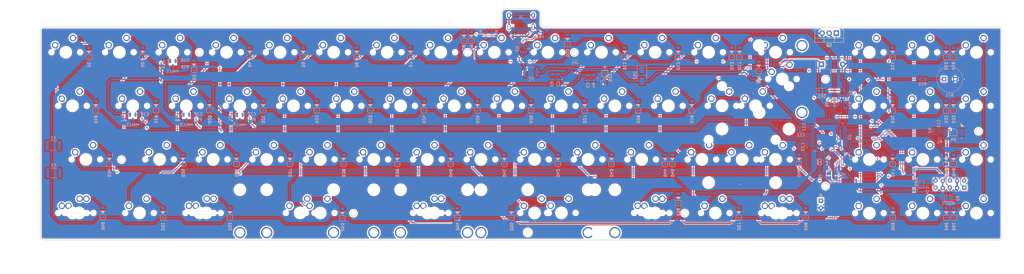
<source format=kicad_pcb>
(kicad_pcb (version 20240108) (generator "pcbnew") (generator_version "8.0")
  (layers (0 "F.Cu" signal) (31 "B.Cu" signal) (34 "B.Paste" user) (35 "F.Paste" user) (36 "B.SilkS" user "B.Silkscreen") (37 "F.SilkS" user "F.Silkscreen") (38 "B.Mask" user) (39 "F.Mask" user) (44 "Edge.Cuts" user))
  (net 0 "")
  (net 1 "5V")
  (net 2 "GND")
  (net 3 "3V3")
  (net 4 "BOOT0")
  (net 5 "NRST")
  (net 6 "XTAL_OUT")
  (net 7 "XTAL_IN")
  (net 8 "Net-(U2-VCAP1)")
  (net 9 "Net-(D1-A)")
  (net 10 "R0")
  (net 11 "Net-(D2-A)")
  (net 12 "Net-(D3-A)")
  (net 13 "Net-(D4-A)")
  (net 14 "Net-(D5-A)")
  (net 15 "Net-(D6-A)")
  (net 16 "Net-(D7-A)")
  (net 17 "Net-(D8-A)")
  (net 18 "Net-(D9-A)")
  (net 19 "Net-(D10-A)")
  (net 20 "Net-(D11-A)")
  (net 21 "Net-(D12-A)")
  (net 22 "Net-(D13-A)")
  (net 23 "Net-(D14-A)")
  (net 24 "Net-(D15-A)")
  (net 25 "Net-(D16-A)")
  (net 26 "R1")
  (net 27 "Net-(D17-A)")
  (net 28 "Net-(D18-A)")
  (net 29 "Net-(D19-A)")
  (net 30 "Net-(D20-A)")
  (net 31 "Net-(D21-A)")
  (net 32 "Net-(D22-A)")
  (net 33 "Net-(D23-A)")
  (net 34 "Net-(D24-A)")
  (net 35 "Net-(D25-A)")
  (net 36 "Net-(D26-A)")
  (net 37 "Net-(D27-A)")
  (net 38 "Net-(D28-A)")
  (net 39 "Net-(D29-A)")
  (net 40 "Net-(D30-A)")
  (net 41 "R2")
  (net 42 "Net-(D31-A)")
  (net 43 "Net-(D32-A)")
  (net 44 "Net-(D33-A)")
  (net 45 "Net-(D34-A)")
  (net 46 "Net-(D35-A)")
  (net 47 "Net-(D36-A)")
  (net 48 "Net-(D37-A)")
  (net 49 "Net-(D38-A)")
  (net 50 "Net-(D39-A)")
  (net 51 "Net-(D40-A)")
  (net 52 "Net-(D41-A)")
  (net 53 "Net-(D42-A)")
  (net 54 "Net-(D43-A)")
  (net 55 "Net-(D44-A)")
  (net 56 "Net-(D45-A)")
  (net 57 "R3")
  (net 58 "Net-(D46-A)")
  (net 59 "VBUS")
  (net 60 "GNDPWR")
  (net 61 "Net-(D47-A)")
  (net 62 "Net-(D48-A)")
  (net 63 "Net-(D49-A)")
  (net 64 "Net-(D50-A)")
  (net 65 "Net-(D51-A)")
  (net 66 "Net-(D52-A)")
  (net 67 "Net-(D53-A)")
  (net 68 "Net-(D54-A)")
  (net 69 "Net-(D55-A)")
  (net 70 "Net-(D56-A)")
  (net 71 "Net-(D57-A)")
  (net 72 "Net-(D58-A)")
  (net 73 "Net-(D59-A)")
  (net 74 "Net-(D60-A)")
  (net 75 "Net-(D61-A)")
  (net 80 "Net-(J1-CC2)")
  (net 82 "Net-(J1-CC1)")
  (net 84 "Net-(U2-USART1_RX{slash}TIM1_CH3{slash}PA10)")
  (net 85 "C0")
  (net 86 "C1")
  (net 87 "C2")
  (net 88 "C3")
  (net 89 "C4")
  (net 90 "C5")
  (net 91 "C6")
  (net 92 "C7")
  (net 93 "C8")
  (net 94 "C9")
  (net 95 "C10")
  (net 96 "C11")
  (net 97 "C12")
  (net 98 "C13")
  (net 99 "C14")
  (net 100 "C15")
  (net 102 "BUZ")
  (net 107 "SDA")
  (net 108 "SCL")
  (net 109 "D+")
  (net 110 "SWCLK")
  (net 111 "RGB_3V3")
  (net 112 "PA9")
  (net 113 "D-")
  (net 114 "SWDIO")
  (net 115 "PB13")
  (net 116 "PB2{slash}BOOT1")
  (net 120 "LED_PWM")
  (net 124 "AI0")
  (net 125 "AI1")
  (net 126 "AI2")
  (net 127 "AI3")
  (net 128 "Net-(HALL1-VOUT)")
  (net 129 "Net-(HALL2-VOUT)")
  (net 130 "Net-(HALL3-VOUT)")
  (net 131 "Net-(HALL4-VOUT)")
  (net 132 "Net-(BZ1-+)")
  (net 133 "Net-(D63-A)")
  (net 135 "Net-(Q1-G)")
  (net 136 "SOL")
  (footprint "PCM_marbastlib-mx:SW_MX_1.5u" (layer "F.Cu") (at 301.28 77.29)
    (property "Reference" "SW48" (hide yes))
    (property "Value" "CPG151101S11")
  )
  (footprint "PCM_marbastlib-mx:SW_MX_1u" (layer "F.Cu") (at 186.9925 58.23)
    (property "Reference" "SW26" (hide yes))
    (property "Value" "CPG151101S11")
  )
  (footprint "PCM_marbastlib-mx:SW_MX_1.25u" (layer "F.Cu") (at 256.05 96.31)
    (property "Reference" "SW59" (hide yes))
    (property "Value" "CPG151101S11")
  )
  (footprint "PCM_marbastlib-mx:SW_MX_1u" (layer "F.Cu") (at 353.68 96.37)
    (property "Reference" "SW63" (hide yes))
    (property "Value" "CPG151101S11")
  )
  (footprint "PCM_marbastlib-mx:SW_MX_1.5u" (layer "F.Cu") (at 301.28 96.36)
    (property "Reference" "SW71" (hide yes))
    (property "Value" "CPG151101S11")
  )
  (footprint "PCM_marbastlib-mx:SW_MX_1.25u" (layer "F.Cu") (at 303.67 96.36)
    (property "Reference" "SW61" (hide yes))
    (property "Value" "CPG151101S11")
  )
  (footprint "PCM_marbastlib-mx:SW_MX_1u" (layer "F.Cu") (at 372.72 77.31)
    (property "Reference" "SW51" (hide yes))
    (property "Value" "CPG151101S11")
  )
  (footprint "PCM_marbastlib-mx:SW_MX_1u" (layer "F.Cu") (at 282.24 58.22)
    (property "Reference" "SW18" (hide yes))
    (property "Value" "CPG151101S11")
  )
  (footprint "PCM_marbastlib-mx:SW_MX_1u" (layer "F.Cu") (at 86.98 39.18)
    (property "Reference" "SW3" (hide yes))
    (property "Value" "CPG151101S11")
  )
  (footprint "PCM_marbastlib-mx:SW_MX_1u" (layer "F.Cu") (at 206.0425 58.23)
    (property "Reference" "SW27" (hide yes))
    (property "Value" "CPG151101S11")
  )
  (footprint "PCM_marbastlib-mx:SW_MX_1u" (layer "F.Cu") (at 201.28 39.18)
    (property "Reference" "SW9" (hide yes))
    (property "Value" "CPG151101S11")
  )
  (footprint "PCM_marbastlib-mx:SW_MX_1u" (layer "F.Cu") (at 277.48 39.18)
    (property "Reference" "SW13" (hide yes))
    (property "Value" "CPG151101S11")
  )
  (footprint "PCM_marbastlib-mx:SW_MX_1.5u" (layer "F.Cu") (at 258.44 96.33)
    (property "Reference" "SW70" (hide yes))
    (property "Value" "CPG151101S11")
  )
  (footprint "PCM_marbastlib-mx:SW_MX_1u" (layer "F.Cu") (at 372.72 39.2)
    (property "Reference" "SW16" (hide yes))
    (property "Value" "CPG151101S11")
  )
  (footprint "PCM_marbastlib-mx:SW_MX_1u" (layer "F.Cu") (at 234.6175 77.28)
    (property "Reference" "SW45" (hide yes))
    (property "Value" "CPG151101S11")
  )
  (footprint "PCM_marbastlib-mx:SW_MX_1.25u" (layer "F.Cu") (at 51.26125 58.23)
    (property "Reference" "SW19" (hide yes))
    (property "Value" "CPG151101S11")
  )
  (footprint "PCM_marbastlib-mx:SW_MX_1u" (layer "F.Cu") (at 334.63 77.29)
    (property "Reference" "SW49" (hide yes))
    (property "Value" "CPG151101S11")
  )
  (footprint "PCM_marbastlib-mx:SW_MX_1u" (layer "F.Cu") (at 179.83575 96.30889)
    (property "Reference" "SW68" (hide yes))
    (property "Value" "CPG151101S11")
  )
  (footprint "PCM_marbastlib-mx:SW_MX_1u" (layer "F.Cu") (at 372.73 96.36)
    (property "Reference" "SW64" (hide yes))
    (property "Value" "CPG151101S11")
  )
  (footprint "PCM_marbastlib-mx:SW_MX_1u" (layer "F.Cu") (at 289.38 77.29)
    (property "Reference" "SW47" (hide yes))
    (property "Value" "CPG151101S11")
  )
  (footprint "PCM_marbastlib-mx:STAB_MX_P_2.75u" (layer "F.Cu") (at 179.817 96.30889 180)
    (property "Reference" "S6" (hide yes))
    (property "Value" "MX_stab")
  )
  (footprint "PCM_marbastlib-mx:SW_MX_1u" (layer "F.Cu") (at 48.88 39.18)
    (property "Reference" "SW1" (hide yes))
    (property "Value" "CPG151101S11")
  )
  (footprint "PCM_marbastlib-mx:SW_MX_1u" (layer "F.Cu") (at 215.5675 96.33)
    (property "Reference" "SW58" (hide yes))
    (property "Value" "CPG151101S11")
  )
  (footprint "PCM_marbastlib-mx:SW_MX_1u" (layer "F.Cu") (at 353.67 77.3)
    (property "Reference" "SW50" (hide yes))
    (property "Value" "CPG151101S11")
  )
  (footprint "PCM_marbastlib-mx:SW_MX_1u" (layer "F.Cu") (at 125.08 39.18)
    (property "Reference" "SW5" (hide yes))
    (property "Value" "CPG151101S11")
  )
  (footprint "PCM_marbastlib-mx:SW_MX_1u" (layer "F.Cu") (at 144.13 39.18)
    (property "Reference" "SW6" (hide yes))
    (property "Value" "CPG151101S11")
  )
  (footprint "PCM_marbastlib-mx:SW_MX_1.25u" (layer "F.Cu") (at 98.88625 96.33)
    (property "Reference" "SW55" (hide yes))
    (property "Value" "CPG151101S11")
  )
  (footprint "PCM_marbastlib-mx:SW_MX_1u" (layer "F.Cu") (at 158.4175 77.28)
    (property "Reference" "SW41" (hide yes))
    (property "Value" "CPG151101S11")
  )
  (footprint "PCM_marbastlib-mx:SW_MX_1.5u" (layer "F.Cu") (at 96.4825 96.32)
    (property "Reference" "SW66" (hide yes))
    (property "Value" "CPG151101S11")
  )
  (footprint "PCM_marbastlib-mx:SW_MX_1u" (layer "F.Cu") (at 110.7925 58.23)
    (property "Reference" "SW22" (hide yes))
    (property "Value" "CPG151101S11")
  )
  (footprint "PCM_marbastlib-mx:SW_MX_1u" (layer "F.Cu") (at 244.1425 58.23)
    (property "Reference" "SW29" (hide yes))
    (property "Value" "CPG151101S11")
  )
  (footprint "PCM_marbastlib-mx:SW_MX_1u" (layer "F.Cu") (at 215.5675 77.28)
    (property "Reference" "SW44" (hide yes))
    (property "Value" "CPG151101S11")
  )
  (footprint "PCM_marbastlib-mx:SW_MX_1u" (layer "F.Cu") (at 72.6925 58.23)
    (property "Reference" "SW20" (hide yes))
    (property "Value" "CPG151101S11")
  )
  (footprint "PCM_marbastlib-mx:STAB_MX_2.75u" (layer "F.Cu") (at 289.38 77.29)
    (property "Reference" "S7" (hide yes))
    (property "Value" "MX_stab")
  )
  (footprint "PCM_marbastlib-mx:SW_MX_1u" (layer "F.Cu") (at 303.69 48.68)
    (property "Reference" "SW35" (hide yes))
    (property "Value" "CPG151101S11")
  )
  (footprint "PCM_marbastlib-mx:STAB_MX_2.25u" (layer "F.Cu") (at 294.147273 58.215311)
    (property "Reference" "S8" (hide yes))
    (property "Value" "MX_stab")
  )
  (footprint "PCM_marbastlib-mx:SW_MX_1u" (layer "F.Cu") (at 139.3675 96.33)
    (property "Reference" "SW56" (hide yes))
    (property "Value" "CPG151101S11")
  )
  (footprint "PCM_marbastlib-mx:SW_MX_1u" (layer "F.Cu") (at 353.66 58.25)
    (property "Reference" "SW33" (hide yes))
    (property "Value" "CPG151101S11")
  )
  (footprint "PCM_marbastlib-mx:SW_MX_1u" (layer "F.Cu") (at 91.7425 58.23)
    (property "Reference" "SW21" (hide yes))
    (property "Value" "CPG151101S11")
  )
  (footprint "PCM_marbastlib-mx:SW_MX_1u" (layer "F.Cu") (at 167.9425 58.23)
    (property "Reference" "SW25" (hide yes))
    (property "Value" "CPG151101S11")
  )
  (footprint "PCM_marbastlib-mx:STAB_MX_P_10u" (layer "F.Cu") (at 177.4675 96.33 180)
    (property "Reference" "S1" (hide yes))
    (property "Value" "MX_stab")
  )
  (footprint "PCM_marbastlib-mx:SW_MX_1u" (layer "F.Cu") (at 163.18 39.18)
    (property "Reference" "SW7" (hide yes))
    (property "Value" "CPG151101S11")
  )
  (footprint "PCM_marbastlib-mx:SW_MX_1u" (layer "F.Cu") (at 263.1925 58.23)
    (property "Reference" "SW30" (hide yes))
    (property "Value" "CPG151101S11")
  )
  (footprint "Package_TO_SOT_THT:TO-220-3_Vertical" (layer "F.Cu") (at 322.8975 32.385 180)
    (property "Reference" "Q2")
    (property "Value" "TIP120")
  )
  (footprint "PCM_marbastlib-mx:SW_MX_1u" (layer "F.Cu") (at 120.3175 77.28)
    (property "Reference" "SW39" (hide yes))
    (property "Value" "CPG151101S11")
  )
  (footprint "PCM_marbastlib-mx:SW_MX_1u" (layer "F.Cu") (at 253.6675 77.28)
    (property "Reference" "SW46" (hide yes))
    (property "Value" "CPG151101S11")
  )
  (footprint "PCM_marbastlib-mx:SW_MX_1u" (layer "F.Cu") (at 294.147273 58.215311)
    (property "Reference" "SW31" (hide yes))
    (property "Value" "CPG151101S11")
  )
  (footprint "PCM_marbastlib-mx:SW_MX_1.25u" (layer "F.Cu") (at 275.09 77.29)
    (property "Reference" "SW52" (hide yes))
    (property "Value" "CPG151101S11")
  )
  (footprint "PCM_marbastlib-mx:SW_MX_1u" (layer "F.Cu") (at 372.71 58.25)
    (property "Reference" "SW34" (hide yes))
    (property "Value" "CPG151101S11")
  )
  (footprint "PCM_marbastlib-mx:SW_MX_1u" (layer "F.Cu") (at 182.23 39.18)
    (property "Reference" "SW8" (hide yes))
    (property "Value" "CPG151101S11")
  )
  (footprint "PCM_marbastlib-mx:SW_MX_1.25u" (layer "F.Cu") (at 279.85 96.34)
    (property "Reference" "SW60" (hide yes))
    (property "Value" "CPG151101S11")
  )
  (footprint "PCM_marbastlib-mx:SW_MX_1.5u" (layer "F.Cu") (at 53.62 96.32)
    (property "Reference" "SW65" (hide yes))
    (property "Value" "CPG151101S11")
  )
  (footprint "PCM_marbastlib-mx:SW_MX_1u" (layer "F.Cu") (at 132.2045 96.31389)
    (property "Reference" "SW67" (hide yes))
    (property "Value" "CPG151101S11")
  )
  (footprint "PCM_marbastlib-mx:SW_MX_1u" (layer "F.Cu") (at 239.38 39.18)
    (property "Reference" "SW11" (hide yes))
    (property "Value" "CPG151101S11")
  )
  (footprint "PCM_marbastlib-mx:SW_MX_1.25u" (layer "F.Cu") (at 51.26125 96.33)
    (property "Reference" "SW53" (hide yes))
    (property "Value" "CPG151101S11")
  )
  (footprint "PCM_marbastlib-mx:SW_MX_1u" (layer "F.Cu") (at 220.33 39.18)
    (property "Reference" "SW10" (hide yes))
    (property "Value" "CPG151101S11")
  )
  (footprint "PCM_marbastlib-mx:STAB_MX_2u" (layer "F.Cu") (at 225.0925 96.29889 180)
    (property "Reference" "S5" (hide yes))
    (property "Value" "MX_stab")
  )
  (footprint "PCM_marbastlib-mx:SW_MX_1.5u" (layer "F.Cu") (at 301.29 39.17)
    (property "Reference" "SW17" (hide yes))
    (property "Value" "CPG151101S11")
  )
  (footprint "PCM_marbastlib-mx:SW_MX_1u" (layer "F.Cu") (at 196.5175 77.28)
    (property "Reference" "SW43" (hide yes))
    (property "Value" "CPG151101S11")
  )
  (footprint "PCM_marbastlib-mx:SW_MX_1u" (layer "F.Cu") (at 334.63 58.25)
    (property "Reference" "SW32" (hide yes))
    (property "Value" "CPG151101S11")
  )
  (footprint "PCM_marbastlib-mx:SW_MX_1u" (layer "F.Cu") (at 258.43 39.18)
    (property "Reference" "SW12" (hide yes))
    (property "Value" "CPG151101S11")
  )
  (footprint "PCM_marbastlib-mx:SW_MX_1u" (layer "F.Cu") (at 82.2175 77.28)
    (property "Reference" "SW37" (hide yes))
    (property "Value" "CPG151101S11")
  )
  (footprint "PCM_marbastlib-mx:STAB_MX_P_3u" (layer "F.Cu") (at 139.3675 96.33 180)
    (property "Reference" "S2" (hide yes))
    (property "Value" "MX_stab")
  )
  (footprint "PCM_marbastlib-mx:SW_MX_1u" (layer "F.Cu") (at 67.93 39.18)
    (property "Reference" "SW2" (hide yes))
    (property "Value" "CPG151101S11")
  )
  (footprint "PCM_marbastlib-mx:SW_MX_1u" (layer "F.Cu") (at 129.8425 58.23)
    (property "Reference" "SW23" (hide yes))
    (property "Value" "CPG151101S11")
  )
  (footprint "PCM_marbastlib-mx:STAB_MX_P_2.25u" (layer "F.Cu") (at 132.2045 96.31389 180)
    (property "Reference" "S3" (hide yes))
    (property "Value" "MX_stab")
  )
  (footprint "PCM_marbastlib-mx:SW_MX_1u" (layer "F.Cu") (at 101.2675 77.28)
    (property "Reference" "SW38" (hide yes))
    (property "Value" "CPG151101S11")
  )
  (footprint "PCM_marbastlib-mx:SW_MX_1u" (layer "F.Cu") (at 334.63 39.2)
    (property "Reference" "SW14" (hide yes))
    (property "Value" "CPG151101S11")
  )
  (footprint "PCM_marbastlib-mx:STAB_MX_P_3u" (layer "F.Cu") (at 215.5675 96.33 180)
    (property "Reference" "S4" (hide yes))
    (property "Value" "MX_stab")
  )
  (footprint "acheron_Connectors:PinHeader_1x2_P2.54mm_Vertical" (layer "F.Cu") (at 317.373 93.218)
    (property "Reference" "X2" (hide yes))
    (property "Value" "LED" (hide yes))
  )
  (footprint "PCM_marbastlib-mx:SW_MX_1u" (layer "F.Cu") (at 148.8925 58.23)
    (property "Reference" "SW24" (hide yes))
    (property "Value" "CPG151101S11")
  )
  (footprint "PCM_marbastlib-mx:SW_MX_1.75u" (layer "F.Cu") (at 56.02375 77.28)
    (property "Reference" "SW36" (hide yes))
    (property "Value" "CPG151101S11")
  )
  (footprint "PCM_marbastlib-mx:SW_MX_1u" (layer "F.Cu") (at 225.11325 96.29889)
    (property "Reference" "SW69" (hide yes))
    (property "Value" "CPG151101S11")
  )
  (footprint "PCM_marbastlib-mx:STAB_MX_P_ISO-ROT" (layer "F.Cu") (at 303.69 48.68)
    (property "Reference" "S9" (hide yes))
    (property "Value" "MX_stab")
  )
  (footprint "PCM_marbastlib-mx:SW_MX_1u" (layer "F.Cu") (at 106.03 39.18)
    (property "Reference" "SW4" (hide yes))
    (property "Value" "CPG151101S11")
  )
  (footprint "PCM_marbastlib-mx:SW_MX_1u" (layer "F.Cu") (at 225.0925 58.23)
    (property "Reference" "SW28" (hide yes))
    (property "Value" "CPG151101S11")
  )
  (footprint "PCM_marbastlib-mx:SW_MX_1u" (layer "F.Cu") (at 177.4675 96.33)
    (property "Reference" "SW57" (hide yes))
    (property "Value" "CPG151101S11")
  )
  (footprint "PCM_marbastlib-mx:SW_MX_1.25u" (layer "F.Cu") (at 75.07375 96.33)
    (property "Reference" "SW54" (hide yes))
    (property "Value" "CPG151101S11")
  )
  (footprint "PCM_marbastlib-mx:SW_MX_1u" (layer "F.Cu") (at 177.4675 77.28)
    (property "Reference" "SW42" (hide yes))
    (property "Value" "CPG151101S11")
  )
  (footprint "PCM_marbastlib-mx:SW_MX_1u" (layer "F.Cu") (at 334.64 96.38)
    (property "Reference" "SW62" (hide yes))
    (property "Value" "CPG151101S11")
  )
  (footprint "PCM_marbastlib-mx:SW_MX_1u" (layer "F.Cu") (at 139.3675 77.28)
    (property "Reference" "SW40" (hide yes))
    (property "Value" "CPG151101S11")
  )
  (footprint "PCM_marbastlib-mx:SW_MX_1u" (layer "F.Cu") (at 353.68 39.2)
    (property "Reference" "SW15" (hide yes))
    (property "Value" "CPG151101S11")
  )
  (footprint "Capacitor_SMD:C_0402_1005Metric" (layer "B.Cu") (at 324.358 83.058 90)
    (property "Reference" "C7")
    (property "Value" "16p")
  )
  (footprint "acheron_Components:D_SOD-123" (layer "B.Cu") (at 295.275 44.196 90)
    (property "Reference" "D30")
    (property "Value" "1N4148W")
  )
  (footprint "Capacitor_SMD:C_0402_1005Metric" (layer "B.Cu") (at 324.231 80.2005 180)
    (property "Reference" "C4")
    (property "Value" "100n")
  )
  (footprint "Capacitor_SMD:C_0402_1005Metric" (layer "B.Cu") (at 108.498591 62.491089 90)
    (property "Reference" "C21")
    (property "Value" "100n")
  )
  (footprint "acheron_Components:D_SOD-123" (layer "B.Cu") (at 364.629747 96.351995 90)
    (property "Reference" "D61")
    (property "Value" "1N4148W")
  )
  (footprint "acheron_Components:D_SOD-123" (layer "B.Cu") (at 147.2565 96.574995 90)
    (property "Reference" "D53")
    (property "Value" "1N4148W")
  )
  (footprint "acheron_Components:CP_EIA-3216-10_Kemet-I_Pad1.58x1.35mm_HandSolder" (layer "B.Cu") (at 240.6015 48.1965 -90)
    (property "Reference" "C10")
    (property "Value" "10u")
  )
  (footprint "PCM_marbastlib-various:SOT-23-6-routable" (layer "B.Cu") (at 211.648 37.9095 -90)
    (property "Reference" "U3")
    (property "Value" "SRV05-4-P-T7")
  )
  (footprint "acheron_Components:D_SOD-123" (layer "B.Cu") (at 190.46 33.528 90)
    (property "Reference" "D8")
    (property "Value" "1N4148W")
  )
  (footprint "Diode_SMD:D_SOD-123F" (layer "B.Cu") (at 317.9445 52.959)
    (property "Reference" "D63")
    (property "Value" "D_Schottky")
  )
  (footprint "acheron_Components:D_SOD-123" (layer "B.Cu") (at 193.06 33.528 90)
    (property "Reference" "D9")
    (property "Value" "1N4148W")
  )
  (footprint "acheron_Components:D_SOD-123" (layer "B.Cu") (at 288.417 39.243 90)
    (property "Reference" "D17")
    (property "Value" "1N4148W")
  )
  (footprint "acheron_Components:D_SOD-123" (layer "B.Cu") (at 309.586568 77.338151 90)
    (property "Reference" "D46")
    (property "Value" "1N4148W")
  )
  (footprint "acheron_Components:D_SOD-123" (layer "B.Cu") (at 57.11 39.243 90)
    (property "Reference" "D1")
    (property "Value" "1N4148W")
  )
  (footprint "Resistor_SMD:R_0805_2012Metric" (layer "B.Cu") (at 326.136 58.1025 90)
    (property "Reference" "R14")
    (property "Value" "220")
  )
  (footprint "acheron_Components:D_SOD-123" (layer "B.Cu") (at 204.824068 77.328151 90)
    (property "Reference" "D41")
    (property "Value" "1N4148W")
  )
  (footprint "acheron_Components:D_SOD-123" (layer "B.Cu") (at 107.225997 96.311995 90)
    (property "Reference" "D52")
    (property "Value" "1N4148W")
  )
  (footprint "acheron_Components:D_SOD-123" (layer "B.Cu") (at 147.674068 77.328151 90)
    (property "Reference" "D38")
    (property "Value" "1N4148W")
  )
  (footprint "acheron_Components:D_SOD-123" (layer "B.Cu") (at 252.412903 58.223874 90)
    (property "Reference" "D28")
    (property "Value" "1N4148W")
  )
  (footprint "acheron_Components:D_SOD-123" (layer "B.Cu") (at 312.009747 96.341995 90)
    (property "Reference" "D58")
    (property "Value" "1N4148W")
  )
  (footprint "acheron_Components:D_SOD-123" (layer "B.Cu") (at 342.86 39.263 90)
    (property "Reference" "D14")
    (property "Value" "1N4148W")
  )
  (footprint "acheron_Components:D_SOD-123" (layer "B.Cu") (at 83.413497 96.311995 90)
    (property "Reference" "D51")
    (property "Value" "1N4148W")
  )
  (footprint "acheron_Components:D_SOD-123" (layer "B.Cu") (at 266.66 39.243 90)
    (property "Reference" "D12")
    (property "Value" "1N4148W")
  )
  (footprint "acheron_Components:D_SOD-123" (layer "B.Cu") (at 157.162903 58.223874 90)
    (property "Reference" "D23")
    (property "Value" "1N4148W")
  )
  (footprint "acheron_Components:TSSOP-8_4.4x3mm_P0.65mm" (layer "B.Cu") (at 364.5835 67.6275 180)
    (property "Reference" "U4")
    (property "Value" "BL24C256A-SFRC")
  )
  (footprint "acheron_Components:D_SOD-123" (layer "B.Cu") (at 152.36 39.243 90)
    (property "Reference" "D6")
    (property "Value" "1N4148W")
  )
  (footprint "acheron_Components:D_SOD-123" (layer "B.Cu") (at 59.531653 58.223874 90)
    (property "Reference" "D18")
    (property "Value" "1N4148W")
  )
  (footprint "acheron_Components:D_SOD-123" (layer "B.Cu") (at 361.91 39.263 90)
    (property "Reference" "D15")
    (property "Value" "1N4148W")
  )
  (footprint "acheron_Components:D_SOD-123" (layer "B.Cu") (at 261.974068 77.328151 90)
    (property "Reference" "D44")
    (property "Value" "1N4148W")
  )
  (footprint "acheron_Components:D_SOD-123" (layer "B.Cu") (at 242.924068 77.328151 90)
    (property "Reference" "D43")
    (property "Value" "1N4148W")
  )
  (footprint "acheron_Components:D_SOD-123" (layer "B.Cu") (at 223.874068 77.328151 90)
    (property "Reference" "D42")
    (property "Value" "1N4148W")
  )
  (footprint "Capacitor_SMD:C_0402_1005Metric" (layer "B.Cu") (at 74.96637 61.158347 90)
    (property "Reference" "C18")
    (property "Value" "100n")
  )
  (footprint "acheron_Components:D_SOD-123" (layer "B.Cu") (at 361.976568 77.348151 90)
    (property "Reference" "D48")
    (property "Value" "1N4148W")
  )
  (footprint "acheron_Components:D_SOD-123" (layer "B.Cu") (at 264.6045 77.343 90)
    (property "Reference" "D45")
    (property "Value" "1N4148W")
  )
  (footprint "Capacitor_SMD:C_0402_1005Metric" (layer "B.Cu") (at 355.2825 86.106 90)
    (property "Reference" "C14")
    (property "Value" "100n")
  )
  (footprint "Fuse:Fuse_1812_4532Metric" (layer "B.Cu") (at 44.4285 72.39 180)
    (property "Reference" "F2")
    (property "Value" "mSMD110-16V")
  )
  (footprint "acheron_Components:D_SOD-123" (layer "B.Cu") (at 64.330318 77.328151 90)
    (property "Reference" "D34")
    (property "Value" "1N4148W")
  )
  (footprint "Capacitor_SMD:C_0402_1005Metric" (layer "B.Cu") (at 70.383613 62.301347 90)
    (property "Reference" "C17")
    (property "Value" "100n")
  )
  (footprint "Resistor_SMD:R_0805_2012Metric" (layer "B.Cu") (at 198.12 33.147 90)
    (property "Reference" "R8")
    (property "Value" "5.1k")
  )
  (footprint "acheron_Components:D_SOD-123" (layer "B.Cu") (at 214.312903 58.223874 90)
    (property "Reference" "D26")
    (property "Value" "1N4148W")
  )
  (footprint "acheron_Components:D_SOD-123" (layer "B.Cu") (at 227.2665 34.671 90)
    (property "Reference" "D10")
    (property "Value" "1N4148W")
  )
  (footprint "acheron_Components:D_SOD-123" (layer "B.Cu") (at 138.112903 58.223874 90)
    (property "Reference" "D22")
    (property "Value" "1N4148W")
  )
  (footprint "acheron_Components:D_SOD-123" (layer "B.Cu") (at 362.019747 96.351995 90)
    (property "Reference" "D60")
    (property "Value" "1N4148W")
  )
  (footprint "acheron_Components:D_SOD-123" (layer "B.Cu") (at 109.574068 77.328151 90)
    (property "Reference" "D36")
    (property "Value" "1N4148W")
  )
  (footprint "Fuse:Fuse_1812_4532Metric" (layer "B.Cu") (at 44.577 82.1055 180)
    (property "Reference" "F3")
    (property "Value" "mSMD110-16V")
  )
  (footprint "Resistor_SMD:R_0402_1005Metric" (layer "B.Cu") (at 74.96637 63.253847 -90)
    (property "Reference" "R11")
    (property "Value" "10k")
  )
  (footprint "Resistor_SMD:R_0805_2012Metric" (layer "B.Cu") (at 236.601 48.2365 -90)
    (property "Reference" "R4")
    (property "Value" "100k")
  )
  (footprint "Package_TO_SOT_SMD:SOT-23" (layer "B.Cu") (at 91.762014 62.311962 -90)
    (property "Reference" "HALL3")
    (property "Value" "SLSS49E-3")
  )
  (footprint "acheron_Components:D_SOD-123" (layer "B.Cu") (at 171.41 39.243 90)
    (property "Reference" "D7")
    (property "Value" "1N4148W")
  )
  (footprint "Capacitor_SMD:C_0402_1005Metric" (layer "B.Cu") (at 318.7065 77.5335)
    (property "Reference" "C9")
    (property "Value" "10n")
  )
  (footprint "Resistor_SMD:R_0805_2012Metric" (layer "B.Cu") (at 353.566 48.768)
    (property "Reference" "R15")
    (property "Value" "220")
  )
  (footprint "acheron_Components:D_SOD-123" (layer "B.Cu") (at 247.61 39.243 90)
    (property "Reference" "D11")
    (property "Value" "1N4148W")
  )
  (footprint "Inductor_SMD:L_0805_2012Metric" (layer "B.Cu") (at 217.551 32.1945)
    (property "Reference" "FB1")
    (property "Value" "CBW201209U121T")
  )
  (footprint "acheron_Components:D_SOD-123" (layer "B.Cu") (at 361.930403 58.243874 90)
    (property "Reference" "D32")
    (property "Value" "1N4148W")
  )
  (footprint "acheron_Components:D_SOD-123" (layer "B.Cu") (at 342.936568 77.338151 90)
    (property "Reference" "D47")
    (property "Value" "1N4148W")
  )
  (footprint "Buzzer_Beeper:MagneticBuzzer_PUI_AT-0927-TT-6-R" (layer "B.Cu") (at 361.205 48.725)
    (property "Reference" "BZ1")
    (property "Value" "Buzzer")
  )
  (footprint "Capacitor_SMD:C_0402_1005Metric" (layer "B.Cu") (at 328.041 74.8665 -90)
    (property "Reference" "C1")
    (property "Value" "100n")
  )
  (footprint "acheron_Components:D_SOD-123" (layer "B.Cu") (at 185.774068 77.328151 90)
    (property "Reference" "D40")
    (property "Value" "1N4148W")
  )
  (footprint "Capacitor_SMD:C_0805_2012Metric" (layer "B.Cu") (at 223.981 47.9365 -90)
    (property "Reference" "C2")
    (property "Value" "1u")
  )
  (footprint "Capacitor_SMD:C_0402_1005Metric" (layer "B.Cu") (at 309.9435 65.7225 90)
    (property "Reference" "C11")
    (property "Value" "100n")
  )
  (footprint "Resistor_SMD:R_0805_2012Metric" (layer "B.Cu") (at 221.771 47.9365 -90)
    (property "Reference" "R3")
    (property "Value" "100k")
  )
  (footprint "Jumper:SolderJumper-2_P1.3mm_Open_Pad1.0x1.5mm" (layer "B.Cu") (at 353.186 86.167 -90)
    (property "Reference" "NRST1")
    (property "Value" "Jumper_2_Open")
  )
  (footprint "Capacitor_SMD:C_0402_1005Metric" (layer "B.Cu") (at 89.476014 62.296962 90)
    (property "Reference" "C19")
    (property "Value" "100n")
  )
  (footprint "Resistor_SMD:R_0402_1005Metric" (layer "B.Cu") (at 94.048014 63.249462 -90)
    (property "Reference" "R12")
    (property "Value" "10k")
  )
  (footprint "Capacitor_SMD:C_0402_1005Metric" (layer "B.Cu") (at 84.659423 43.410118 90)
    (property "Reference" "C13")
    (property "Value" "100n")
  )
  (footprint "Capacitor_SMD:C_0402_1005Metric" (layer "B.Cu") (at 94.048014 61.153962 90)
    (property "Reference" "C20")
    (property "Value" "100n")
  )
  (footprint "Capacitor_SMD:C_0402_1005Metric" (layer "B.Cu") (at 310.3245 67.437)
    (property "Reference" "C12")
    (property "Value" "4.7u")
  )
  (footprint "Resistor_SMD:R_0402_1005Metric" (layer "B.Cu") (at 357.489943 66.977477 -90)
    (property "Reference" "R2")
    (property "Value" "4.7k")
  )
  (footprint "acheron_Components:D_SOD-123" (layer "B.Cu") (at 176.212903 58.223874 90)
    (property "Reference" "D24")
    (property "Value" "1N4148W")
  )
  (footprint "Resistor_SMD:R_0402_1005Metric" (layer "B.Cu") (at 113.070591 63.253089 -90)
    (property "Reference" "R13")
    (property "Value" "10k")
  )
  (footprint "acheron_Components:D_SOD-123" (layer "B.Cu") (at 133.31 39.243 90)
    (property "Reference" "D5")
    (property "Value" "1N4148W")
  )
  (footprint "acheron_Components:LQFP-64_10x10mm_P0.5mm" (layer "B.Cu") (at 320.2305 69.342 90)
    (property "Reference" "U2")
    (property "Value" "STM32F401-LQFP64")
  )
  (footprint "acheron_Components:D_SOD-123" (layer "B.Cu") (at 195.262903 58.223874 90)
    (property "Reference" "D25")
    (property "Value" "1N4148W")
  )
  (footprint "Fuse:Fuse_1812_4532Metric" (layer "B.Cu") (at 214.3125 46.2915)
    (property "Reference" "F1")
    (property "Value" "mSMD110-16V")
  )
  (footprint "Resistor_SMD:R_0402_1005Metric" (layer "B.Cu") (at 320.802 57.732 -90)
    (property "Reference" "R6")
    (property "Value" "51k")
  )
  (footprint "Capacitor_SMD:C_0805_2012Metric" (layer "B.Cu") (at 234.401 48.2765 -90)
    (property "Reference" "C3")
    (property "Value" "1u")
  )
  (footprint "acheron_Components:D_SOD-123" (layer "B.Cu") (at 114.26 39.243 90)
    (property "Reference" "D4")
    (property "Value" "1N4148W")
  )
  (footprint "Capacitor_SMD:C_0402_1005Metric" (layer "B.Cu") (at 324.231 60.96)
    (property "Reference" "C5")
    (property "Value" "100n")
  )
  (footprint "Resistor_SMD:R_0402_1005Metric" (layer "B.Cu") (at 364.998 91.059 -90)
    (property "Reference" "R9")
    (property "Value" "10k")
  )
  (footprint "acheron_Components:D_SOD-123" (layer "B.Cu") (at 364.540403 58.253874 90)
    (property "Reference" "D33")
    (property "Value" "1N4148W")
  )
  (footprint "Capacitor_SMD:C_0402_1005Metric" (layer "B.Cu") (at 318.733048 78.7135)
    (property "Reference" "C8")
    (property "Value" "1u")
  )
  (footprint "Diode_SMD:D_SMA" (layer "B.Cu") (at 253.746 47.4345 -90)
    (property "Reference" "D62")
    (property "Value" "RB060M-60TR SS34")
  )
  (footprint "acheron_Connectors:USB_C_Receptacle_Hroparts_TYPE-C-31-M-12" (layer "B.Cu") (at 210.782 31.695)
    (property "Reference" "J1")
    (property "Value" "TYPE-C-31-M12")
  )
  (footprint "Resistor_SMD:R_0402_1005Metric" (layer "B.Cu") (at 359.664 69.9135)
    (property "Reference" "R1")
    (property "Value" "4.7k")
  )
  (footprint "acheron_Components:D_SOD-123" (layer "B.Cu") (at 207.373747 96.384495 90)
    (property "Reference" "D55")
    (property "Value" "1N4148W")
  )
  (footprint "acheron_Components:D_SOD-123" (layer "B.Cu") (at 119.062903 58.223874 90)
    (property "Reference" "D21")
    (property "Value" "1N4148W")
  )
  (footprint "acheron_Components:D_SOD-123" (layer "B.Cu") (at 266.7 91.185 90)
    (property "Reference" "D56")
    (property "Value" "1N4148W")
  )
  (footprint "Resistor_SMD:R_0402_1005Metric" (layer "B.Cu") (at 323.469 57.7215 -90)
    (property "Reference" "R5")
    (property "Value" "1.5k")
  )
  (footprint "acheron_Components:D_SOD-123" (layer "B.Cu") (at 288.189747 96.321995 90)
    (property "Reference" "D57")
    (property "Value" "1N4148W")
  )
  (footprint "acheron_Components:D_SOD-123" (layer "B.Cu") (at 342.900403 58.243874 90)
    (property "Reference" "D31")
    (property "Value" "1N4148W")
  )
  (footprint "acheron_Components:D_SOD-123" (layer "B.Cu") (at 94.488 43.815 90)
    (property "Reference" "D3")
    (property "Value" "1N4148W")
  )
  (footprint "acheron_Components:D_SOD-123" (layer "B.Cu") (at 100.012903 58.223874 90)
    (property "Reference" "D20")
    (property "Value" "1N4148W")
  )
  (footprint "Capacitor_SMD:C_0402_1005Metric" (layer "B.Cu") (at 89.231423 42.076618 90)
    (property "Reference" "C16")
    (property "Value" "100n")
  )
  (footprint "Package_TO_SOT_SMD:SOT-23" (layer "B.Cu") (at 110.792358 62.361657 -90)
    (property "Reference" "HALL4")
    (property "Value" "SLSS49E-3")
  )
  (footprint "Package_TO_SOT_SMD:SOT-23" (layer "B.Cu") (at 325.755 53.721 90)
    (property "Reference" "Q1")
    (property "Value" "2N7002K")
  )
  (footprint "acheron_Components:D_SOD-123" (layer "B.Cu") (at 80.962903 58.223874 90)
    (property "Reference" "D19")
    (property "Value" "1N4148W")
  )
  (footprint "acheron_Components:Crystal_SMD_3225-4Pin_3.2x2.5mm" (layer "B.Cu") (at 321.428 83.058)
    (property "Reference" "Y1")
    (property "Value" "7325-0800A2010-00")
  )
  (footprint "acheron_Components:D_SOD-123" (layer "B.Cu") (at 271.462903 58.223874 90)
    (property "Reference" "D29")
    (property "Value" "1N4148W")
  )
  (footprint "Capacitor_SMD:C_0402_1005Metric" (layer "B.Cu") (at 113.070591 61.157589 90)
    (property "Reference" "C22")
    (property "Value" "100n")
  )
  (footprint "acheron_Components:D_SOD-123" (layer "B.Cu") (at 166.724068 77.328151 90)
    (property "Reference" "D39")
    (property "Value" "1N4148W")
  )
  (footprint "acheron_Components:D_SOD-123" (layer "B.Cu") (at 364.586568 77.368151 90)
    (property "Reference" "D49")
    (property "Value" "1N4148W")
  )
  (footprint "Capacitor_SMD:C_0402_1005Metric" (layer "B.Cu") (at 312.2295 72.771 90)
    (property "Reference" "C23")
    (property "Value" "100n")
  )
  (footprint "acheron_Components:D_SOD-123" (layer "B.Cu") (at 62.022247 96.193995 90)
    (property "Reference" "D50")
    (property "Value" "1N4148W")
  )
  (footprint "acheron_Components:D_SOD-123" (layer "B.Cu") (at 128.624068 77.328151 90)
    (property "Reference" "D37")
    (property "Value" "1N4148W")
  )
  (footprint "acheron_Components:D_SOD-123" (layer "B.Cu") (at 76.16 39.243 90)
    (property "Reference" "D2")
    (property "Value" "1N4148W")
  )
  (footprint "Capacitor_SMD:C_0402_1005Metric" (layer "B.Cu") (at 359.283 66.957 90)
    (property "Reference" "C15")
    (property "Value" "100n")
  )
  (footprint "acheron_Components:D_SOD-123" (layer "B.Cu") (at 233.362903 58.223874 90)
    (property "Reference" "D27")
    (property "Value" "1N4148W")
  )
  (footprint "acheron_Components:D_SOD-123" (layer "B.Cu") (at 188.133247 96.384495 90)
    (property "Reference" "D54")
    (property "Value" "1N4148W")
  )
  (footprint "acheron_Components:D_SOD-123" (layer "B.Cu") (at 364.5 39.253 90)
    (property "Reference" "D16")
    (property "Value" "1N4148W")
  )
  (footprint "Resistor_SMD:R_0805_2012Metric" (layer "B.Cu") (at 200.406 33.147 90)
    (property "Reference" "R7")
    (property "Value" "5.1k")
  )
  (footprint "Jumper:SolderJumper-2_P1.3mm_Open_Pad1.0x1.5mm" (layer "B.Cu") (at 362.688 91.079)
    (property "Reference" "BOOT1")
    (property "Value" "Jumper_2_Open")
  )
  (footprint "acheron_Connectors:PinHeader_2x5_P2.54mm_Vertical_Staggered" (layer "B.Cu") (at 363.2835 86.106 90)
    (property "Reference" "X1" (hide yes))
    (property "Value" "ARM JTAG" (hide yes))
  )
  (footprint "Buzzer_Beeper:Buzzer_15x7.5RM7.6" (layer "B.Cu") (at 317.5635 43.434)
    (property "Reference" "M1")
    (property "Value" "Motor_DC")
  )
  (footprint "acheron_Components:D_SOD-123" (layer "B.Cu") (at 342.979747 96.361995 90)
    (property "Reference" "D59")
    (property "Value" "1N4148W")
  )
  (footprint "Package_TO_SOT_SMD:SOT-23" (layer "B.Cu") (at 72.68037 62.301347 -90)
    (property "Reference" "HALL2")
    (property "Value" "SLSS49E-3")
  )
  (footprint "Package_TO_SOT_SMD:SOT-23" (layer "B.Cu") (at 86.945423 43.219618 -90)
    (property "Reference" "HALL1")
    (property "Value" "SLSS49E-3")
  )
  (footprint "acheron_Components:D_SOD-123" (layer "B.Cu") (at 90.524068 77.328151 90)
    (property "Reference" "D35")
    (property "Value" "1N4148W")
  )
  (footprint "Capacitor_SMD:C_0402_1005Metric" (layer "B.Cu") (at 318.3255 83.439 -90)
    (property "Reference" "C6")
    (property "Value" "16p")
  )
  (footprint "Resistor_SMD:R_0402_1005Metric" (layer "B.Cu") (at 89.231423 44.362618 -90)
    (property "Reference" "R10")
    (property "Value" "10k")
  )
  (footprint "Package_TO_SOT_SMD:SOT-23" (layer "B.Cu") (at 229.681 44.958 180)
    (property "Reference" "U1")
    (property "Value" "MCP1700T-3302E/TT")
  )
  (footprint "acheron_Components:D_SOD-123" (layer "B.Cu") (at 285.71 39.243 90)
    (property "Reference" "D13")
    (property "Value" "1N4148W")
  )
  (gr_arc (start 40.854385 105.92) (mid 40.137534 105.627617) (end 39.839994 104.912899) (stroke (width 0.2)) (layer "Edge.Cuts"))
  (gr_line (start 380.704387 30.240386) (end 218.779385 30.240386) (stroke (width 0.2)) (layer "Edge.Cuts"))
  (gr_arc (start 216.279385 23.740386) (mid 217.34006 24.17972) (end 217.779386 25.240387) (stroke (width 0.2)) (layer "Edge.Cuts"))
  (gr_arc (start 203.779386 29.240387) (mid 203.486497 29.947497) (end 202.779387 30.240386) (stroke (width 0.2)) (layer "Edge.Cuts"))
  (gr_line (start 381.704386 104.91289) (end 381.704386 31.240384) (stroke (width 0.2)) (layer "Edge.Cuts"))
  (gr_line (start 39.854386 31.240386) (end 39.847093 104.912899) (stroke (width 0.2)) (layer "Edge.Cuts"))
  (gr_line (start 40.854385 105.92) (end 380.704387 105.92) (stroke (width 0.2)) (layer "Edge.Cuts"))
  (gr_line (start 202.779387 30.240386) (end 40.854384 30.240386) (stroke (width 0.2)) (layer "Edge.Cuts"))
  (gr_circle (center 373.444386 67.290986) (end 372.344386 67.290986) (stroke (width 0.2)) (fill none) (layer "Edge.Cuts"))
  (gr_arc (start 381.704386 104.91289) (mid 381.411496 105.619998) (end 380.704387 105.912889) (stroke (width 0.2)) (layer "Edge.Cuts"))
  (gr_circle (center 319.064386 48.770986) (end 317.964386 48.770986) (stroke (width 0.2)) (fill none) (layer "Edge.Cuts"))
  (gr_circle (center 151.184386 96.440986) (end 150.084386 96.440986) (stroke (width 0.2)) (fill none) (layer "Edge.Cuts"))
  (gr_circle (center 96.384386 39.210986) (end 95.284386 39.210986) (stroke (width 0.2)) (fill none) (layer "Edge.Cuts"))
  (gr_arc (start 380.704387 30.240386) (mid 381.411506 30.533273) (end 381.704386 31.240384) (stroke (width 0.2)) (layer "Edge.Cuts"))
  (gr_arc (start 203.779386 25.240387) (mid 204.21873 24.17973) (end 205.279387 23.740386) (stroke (width 0.2)) (layer "Edge.Cuts"))
  (gr_line (start 203.779386 25.240387) (end 203.779386 29.240387) (stroke (width 0.2)) (layer "Edge.Cuts"))
  (gr_circle (center 229.714386 39.240986) (end 228.614386 39.240986) (stroke (width 0.2)) (fill none) (layer "Edge.Cuts"))
  (gr_circle (center 191.734386 39.200986) (end 190.634386 39.200986) (stroke (width 0.2)) (fill none) (layer "Edge.Cuts"))
  (gr_line (start 217.779386 29.240387) (end 217.779386 25.240387) (stroke (width 0.2)) (layer "Edge.Cuts"))
  (gr_arc (start 218.779385 30.240386) (mid 218.072293 29.947487) (end 217.779414 29.240387) (stroke (width 0.2)) (layer "Edge.Cuts"))
  (gr_circle (center 319.044386 86.760986) (end 317.944386 86.760986) (stroke (width 0.2)) (fill none) (layer "Edge.Cuts"))
  (gr_circle (center 68.674386 77.350986) (end 67.574386 77.350986) (stroke (width 0.2)) (fill none) (layer "Edge.Cuts"))
  (gr_arc (start 39.854386 31.240386) (mid 40.147283 30.533284) (end 40.854384 30.240386) (stroke (width 0.2)) (layer "Edge.Cuts"))
  (gr_circle (center 268.994386 96.370986) (end 267.894386 96.370986) (stroke (width 0.2)) (fill none) (layer "Edge.Cuts"))
  (gr_line (start 216.279385 23.740386) (end 205.279387 23.740386) (stroke (width 0.2)) (layer "Edge.Cuts"))
  (segment (start 316.1795 42.05) (end 317.5635 43.434) (width 0.4) (layer "F.Cu") (net 1))
  (segment (start 303.276 43.2435) (end 304.4695 42.05) (width 0.4) (layer "F.Cu") (net 1))
  (segment (start 304.4695 42.05) (end 316.1795 42.05) (width 0.4) (layer "F.Cu") (net 1))
  (via (at 303.276 43.2435) (size 0.6) (drill 0.3) (layers "F.Cu" "B.Cu") (net 1))
  (segment (start 253.2695 44.958) (end 253.746 45.4345) (width 0.4) (layer "B.Cu") (net 1))
  (segment (start 303.0855 43.434) (end 303.276 43.2435) (width 0.4) (layer "B.Cu") (net 1))
  (segment (start 297.561 43.434) (end 303.0855 43.434) (width 0.4) (layer "B.Cu") (net 1))
  (segment (start 317.5635 43.434) (end 316.62949 44.36801) (width 0.4) (layer "B.Cu") (net 1))
  (segment (start 228.432 44.958) (end 226.4035 46.9865) (width 0.4) (layer "B.Cu") (net 1))
  (segment (start 220.05325 44.6465) (end 228.432 44.6465) (width 0.4) (layer "B.Cu") (net 1))
  (segment (start 226.4035 46.9865) (end 223.981 46.9865) (width 0.4) (layer "B.Cu") (net 1))
  (segment (start 253.746 45.4345) (end 254.534 44.6465) (width 0.4) (layer "B.Cu") (net 1))
  (segment (start 296.9895 44.0055) (end 297.561 43.434) (width 0.4) (layer "B.Cu") (net 1))
  (segment (start 216.45 46.2915) (end 218.40825 46.2915) (width 0.4) (layer "B.Cu") (net 1))
  (segment (start 228.7435 44.958) (end 253.2695 44.958) (width 0.4) (layer "B.Cu") (net 1))
  (segment (start 254.534 44.6465) (end 290.062 44.6465) (width 0.4) (layer "B.Cu") (net 1))
  (segment (start 228.7435 44.958) (end 228.432 44.958) (width 0.4) (layer "B.Cu") (net 1))
  (segment (start 221.771 47.024) (end 223.9435 47.024) (width 0.4) (layer "B.Cu") (net 1))
  (segment (start 290.703 44.0055) (end 296.9895 44.0055) (width 0.4) (layer "B.Cu") (net 1))
  (segment (start 228.432 44.6465) (end 228.7435 44.958) (width 0.4) (layer "B.Cu") (net 1))
  (segment (start 316.62949 52.87401) (end 316.5445 52.959) (width 0.4) (layer "B.Cu") (net 1))
  (segment (start 223.9435 47.024) (end 223.981 46.9865) (width 0.4) (layer "B.Cu") (net 1))
  (segment (start 316.62949 44.36801) (end 316.62949 52.87401) (width 0.4) (layer "B.Cu") (net 1))
  (segment (start 290.062 44.6465) (end 290.703 44.0055) (width 0.4) (layer "B.Cu") (net 1))
  (segment (start 218.40825 46.2915) (end 220.05325 44.6465) (width 0.4) (layer "B.Cu") (net 1))
  (segment (start 365.8235 83.8835) (end 364.998 83.058) (width 0.4) (layer "F.Cu") (net 2))
  (segment (start 365.8235 84.8995) (end 365.8235 83.8835) (width 0.4) (layer "F.Cu") (net 2))
  (via (at 214.884 32.1945) (size 0.6) (drill 0.3) (layers "F.Cu" "B.Cu") (net 2))
  (via (at 94.742 60.452) (size 0.6) (drill 0.3) (layers "F.Cu" "B.Cu") (net 2))
  (via (at 90.17 41.402) (size 0.6) (drill 0.3) (layers "F.Cu" "B.Cu") (net 2))
  (via (at 108.712 64.262) (size 0.6) (drill 0.3) (layers "F.Cu" "B.Cu") (net 2))
  (via (at 364.998 83.058) (size 0.6) (drill 0.3) (layers "F.Cu" "B.Cu") (net 2))
  (via (at 316.611 73.3425) (size 0.6) (drill 0.3) (layers "F.Cu" "B.Cu") (net 2))
  (via (at 322.304 81.026) (size 0.6) (drill 0.3) (layers "F.Cu" "B.Cu") (net 2))
  (via (at 89.408 63.5) (size 0.6) (drill 0.3) (layers "F.Cu" "B.Cu") (net 2))
  (via (at 237.9345 48.387) (size 0.6) (drill 0.3) (layers "F.Cu" "B.Cu") (net 2))
  (via (at 288.544 86.106) (size 0.6) (drill 0.3) (layers "F.Cu" "B.Cu") (net 2))
  (via (at 206.502 32.004) (size 0.6) (drill 0.3) (layers "F.Cu" "B.Cu") (net 2))
  (via (at 368.427 48.725) (size 0.6) (drill 0.3) (layers "F.Cu" "B.Cu") (net 2))
  (via (at 367.538 69.85) (size 0.6) (drill 0.3) (layers "F.Cu" "B.Cu") (net 2))
  (via (at 70.358 63.5) (size 0.6) (drill 0.3) (layers "F.Cu" "B.Cu") (net 2))
  (via (at 225.3615 48.768) (size 0.6) (drill 0.3) (layers "F.Cu" "B.Cu") (net 2))
  (via (at 239.0775 49.53) (size 0.6) (drill 0.3) (layers "F.Cu" "B.Cu") (net 2))
  (via (at 319.1648 83.1001) (size 0.6) (drill 0.3) (layers "F.Cu" "B.Cu") (net 2))
  (via (at 99.822 64.77) (size 0.6) (drill 0.3) (layers "F.Cu" "B.Cu") (net 2))
  (via (at 324.612 56.388) (size 0.6) (drill 0.3) (layers "F.Cu" "B.Cu") (net 2))
  (via (at 293.37 53.848) (size 0.6) (drill 0.3) (layers "F.Cu" "B.Cu") (net 2))
  (via (at 232.029 43.815) (size 0.6) (drill 0.3) (layers "F.Cu" "B.Cu") (net 2))
  (via (at 75.692 60.452) (size 0.6) (drill 0.3) (layers "F.Cu" "B.Cu") (net 2))
  (via (at 319.659 94.107) (size 0.6) (drill 0.3) (layers "F.Cu" "B.Cu") (net 2))
  (via (at 200.9775 35.433) (size 0.6) (drill 0.3) (layers "F.Cu" "B.Cu") (net 2))
  (via (at 83.82 43.688) (size 0.6) (drill 0.3) (layers "F.Cu" "B.Cu") (net 2))
  (via (at 113.792 60.452) (size 0.6) (drill 0.3) (layers "F.Cu" "B.Cu") (net 2))
  (via (at 213.741 37.9095) (size 0.6) (drill 0.3) (layers "F.Cu" "B.Cu") (net 2))
  (segment (start 320.328 83.908) (end 319.9727 83.908) (width 0.2) (layer "B.Cu") (net 2))
  (segment (start 364.998 88.265) (end 365.8235 87.4395) (width 0.4) (layer "B.Cu") (net 2))
  (segment (start 223.9435 48.849) (end 223.981 48.8865) (width 0.4) (layer "B.Cu") (net 2))
  (segment (start 232.029 43.815) (end 230.8115 43.815) (width 0.4) (layer "B.Cu") (net 2))
  (segment (start 324.612 56.388) (end 324.805 56.195) (width 0.4) (layer "B.Cu") (net 2))
  (segment (start 323.4805 62.642) (end 323.751 62.3715) (width 0.2) (layer "B.Cu") (net 2))
  (segment (start 113.566411 60.677589) (end 113.792 60.452) (width 0.2) (layer "B.Cu") (net 2))
  (segment (start 88.545923 42.282118) (end 89.231423 41.596618) (width 0.2) (layer "B.Cu") (net 2))
  (segment (start 361.721 67.3025) (end 359.4175 67.3025) (width 0.2) (layer "B.Cu") (net 2))
  (segment (start 367.446 66.6525) (end 367.446 67.3025) (width 0.2) (layer "B.Cu") (net 2))
  (segment (start 211.648 37.359499) (end 212.198001 37.9095) (width 0.4) (layer "B.Cu") (net 2))
  (segment (start 367.446 67.9525) (end 367.446 68.6025) (width 0.2) (layer "B.Cu") (net 2))
  (segment (start 89.975382 41.596618) (end 90.17 41.402) (width 0.2) (layer "B.Cu") (net 2))
  (segment (start 112.324023 61.424157) (end 113.070591 60.677589) (width 0.2) (layer "B.Cu") (net 2))
  (segment (start 75.465653 60.678347) (end 75.692 60.452) (width 0.2) (layer "B.Cu") (net 2))
  (segment (start 367.446 68.6025) (end 367.446 69.758) (width 0.2) (layer "B.Cu") (net 2))
  (segment (start 240.6015 49.634) (end 239.1815 49.634) (width 0.4) (layer "B.Cu") (net 2))
  (segment (start 214.884 32.1945) (end 216.4885 32.1945) (width 0.4) (layer "B.Cu") (net 2))
  (segment (start 108.712 64.262) (end 108.498591 64.048591) (width 0.2) (layer "B.Cu") (net 2))
  (segment (start 326.9305 72.592) (end 328.041 73.7025) (width 0.2) (layer "B.Cu") (net 2))
  (segment (start 211.648 36.7345) (end 211.648 37.359499) (width 0.4) (layer "B.Cu") (net 2))
  (segment (start 200.406 34.8615) (end 200.9775 35.433) (width 0.4) (layer "B.Cu") (net 2))
  (segment (start 236.601 49.149) (end 234.4785 49.149) (width 0.4) (layer "B.Cu") (net 2))
  (segment (start 87.895423 42.282118) (end 88.545923 42.282118) (width 0.2) (layer "B.Cu") (net 2))
  (segment (start 70.383613 62.781347) (end 70.383613 63.474387) (width 0.2) (layer "B.Cu") (net 2))
  (segment (start 200.406 34.0595) (end 200.406 34.8615) (width 0.4) (layer "B.Cu") (net 2))
  (segment (start 89.476014 62.776962) (end 89.476014 63.431986) (width 0.2) (layer "B.Cu") (net 2))
  (segment (start 328.041 73.7025) (end 328.041 74.3865) (width 0.2) (layer "B.Cu") (net 2))
  (segment (start 323.751 62.3715) (end 323.751 60.96) (width 0.2) (layer "B.Cu") (net 2))
  (segment (start 312.8885 72.592) (end 312.2295 73.251) (width 0.2) (layer "B.Cu") (net 2))
  (segment (start 314.5555 66.092) (end 313.5805 66.092) (width 0.2) (layer "B.Cu") (net 2))
  (segment (start 357.35 85.626) (end 358.2035 84.7725) (width 0.2) (layer "B.Cu") (net 2))
  (segment (start 355.2825 85.626) (end 357.35 85.626) (width 0.2) (layer "B.Cu") (net 2))
  (segment (start 92.712014 61.374462) (end 93.347514 61.374462) (width 0.2) (layer "B.Cu") (net 2))
  (segment (start 324.6235 72.592) (end 322.7185 70.687) (width 0.2) (layer "B.Cu") (net 2))
  (segment (start 316.611 72.592) (end 316.611 73.3425) (width 0.2) (layer "B.Cu") (net 2))
  (segment (start 317.373 94.488) (end 319.278 94.488) (width 0.4) (layer "B.Cu") (net 2))
  (segment (start 313.4805 65.992) (end 310.154 65.992) (width 0.2) (layer "B.Cu") (net 2))
  (segment (start 214.884 32.1945) (end 214.032 31.3425) (width 0.4) (layer "B.Cu") (net 2))
  (segment (start 368.427 48.725) (end 365.205 48.725) (width 0.4) (layer "B.Cu") (net 2))
  (segment (start 323.4805 65.33) (end 323.4805 63.667) (width 0.2) (layer "B.Cu") (net 2))
  (segment (start 198.12 34.0595) (end 200.406 34.0595) (width 0.4) (layer "B.Cu") (net 2))
  (segment (start 94.520038 60.673962) (end 94.742 60.452) (width 0.2) (layer "B.Cu") (net 2))
  (segment (start 314.5555 66.092) (end 322.7185 66.092) (width 0.2) (layer "B.Cu") (net 2))
  (segment (start 319.213048 78.7135) (end 319.213048 78.0415) (width 0.4) (layer "B.Cu") (net 2))
  (segment (start 353.186 85.517) (end 355.1735 85.517) (width 0.2) (layer "B.Cu") (net 2))
  (segment (start 325.9055 72.592) (end 326.9305 72.592) (width 0.2) (layer "B.Cu") (net 2))
  (segment (start 318.3805 76.7275) (end 319.1865 77.5335) (width 0.2) (layer "B.Cu") (net 2))
  (segment (start 322.7185 70.687) (end 322.7185 66.092) (width 0.2) (layer "B.Cu") (net 2))
  (segment (start 320.328 83.908) (end 318.3365 83.908) (width 0.2) (layer "B.Cu") (net 2))
  (segment (start 322.528 81.25) (end 322.304 81.026) (width 0.2) (layer "B.Cu") (net 2))
  (segment (start 70.383613 63.474387) (end 70.358 63.5) (width 0.2) (layer "B.Cu") (net 2))
  (segment (start 361.721 67.3025) (end 367.446 67.3025) (width 0.2) (layer "B.Cu") (net 2))
  (segment (start 225.243 48.8865) (end 225.3615 48.768) (width 0.4) (layer "B.Cu") (net 2))
  (segment (start 84.659423 43.890118) (end 84.022118 43.890118) (width 0.2) (layer "B.Cu") (net 2))
  (segment (start 221.771 48.849) (end 223.9435 48.849) (width 0.4) (layer "B.Cu") (net 2))
  (segment (start 236.601 49.149) (end 237.1725 49.149) (width 0.4) (layer "B.Cu") (net 2))
  (segment (start 239.1815 49.634) (end 239.0775 49.53) (width 0.4) (layer "B.Cu") (net 2))
  (segment (start 325.9055 72.592) (end 324.6235 72.592) (width 0.2) (layer "B.Cu") (net 2))
  (segment (start 319.213048 78.0415) (end 319.213048 77.560048) (width 0.4) (layer "B.Cu") (net 2))
  (segment (start 74.96637 60.678347) (end 75.465653 60.678347) (width 0.2) (layer "B.Cu") (net 2))
  (segment (start 93.347514 61.374462) (end 94.048014 60.673962) (width 0.2) (layer "B.Cu") (net 2))
  (segment (start 207.532 30.97) (end 207.532 31.694999) (width 0.4) (layer "B.Cu") (net 2))
  (segment (start 323.988 82.208) (end 324.358 82.578) (width 0.2) (layer "B.Cu") (net 2))
  (segment (start 318.4805 75.017) (end 318.4805 73.1875) (width 0.2) (layer "B.Cu") (net 2))
  (segment (start 310.154 65.992) (end 309.9435 66.2025) (width 0.2) (layer "B.Cu") (net 2))
  (segment (start 323.4805 63.667) (end 323.4805 62.642) (width 0.2) (layer "B.Cu") (net 2))
  (segment (start 113.070591 60.677589) (end 113.566411 60.677589) (width 0.2) (layer "B.Cu") (net 2))
  (segment (start 212.198001 37.9095) (end 213.741 37.9095) (width 0.4) (layer "B.Cu") (net 2))
  (segment (start 367.446 69.758) (end 367.538 69.85) (width 0.2) (layer "B.Cu") (net 2))
  (segment (start 322.528 82.208) (end 323.988 82.208) (width 0.2) (layer "B.Cu") (net 2))
  (segment (start 237.1725 49.149) (end 237.9345 48.387) (width 0.4) (layer "B.Cu") (net 2))
  (segment (start 318.4805 73.1875) (end 320.981 70.687) (width 0.2) (layer "B.Cu") (net 2))
  (segment (start 214.032 31.3425) (end 214.032 30.97) (width 0.4) (layer "B.Cu") (net 2))
  (segment (start 317.893268 72.592) (end 318.4805 73.179232) (width 0.2) (layer "B.Cu") (net 2))
  (segment (start 313.5805 66.092) (end 313.4805 65.992) (width 0.2) (layer "B.Cu") (net 2))
  (segment (start 89.231423 41.596618) (end 89.975382 41.596618) (width 0.2) (layer "B.Cu") (net 2))
  (segment (start 314.5555 72.592) (end 316.611 72.592) (width 0.2) (layer "B.Cu") (net 2))
  (segment (start 323.751 80.2005) (end 323.751 80.985) (width 0.2) (layer "B.Cu") (net 2))
  (segment (start 319.213048 77.560048) (end 319.1865 77.5335) (width 0.4) (layer "B.Cu") (net 2))
  (segment (start 84.022118 43.890118) (end 83.82 43.688) (width 0.2) (layer "B.Cu") (net 2))
  (segment (start 108.498591 64.048591) (end 108.498591 62.971089) (width 0.2) (layer "B.Cu") (net 2))
  (segment (start 318.3805 76.092) (end 318.3805 76.7275) (width 0.2) (layer "B.Cu") (net 2))
  (segment (start 309.8445 66.3015) (end 309.9435 66.2025) (width 0.4) (layer "B.Cu") (net 2))
  (segment (start 314.5555 72.592) (end 312.8885 72.592) (width 0.2) (layer "B.Cu") (net 2))
  (segment (start 323.751 80.985) (end 322.528 82.208) (width 0.2) (layer "B.Cu") (net 2))
  (segment (start 322.7185 66.092) (end 323.4805 65.33) (width 0.2) (layer "B.Cu") (net 2))
  (segment (start 318.4805 75.992) (end 318.3805 76.092) (width 0.2) (layer "B.Cu") (net 2))
  (segment (start 319.9727 83.908) (end 319.1648 83.1001) (width 0.2) (layer "B.Cu") (net 2))
  (segment (start 365.8235 84.8995) (end 365.8235 87.4395) (width 0.4) (layer "B.Cu") (net 2))
  (segment (start 207.532 31.694999) (end 207.222999 32.004) (width 0.4) (layer "B.Cu") (net 2))
  (segment (start 355.1735 85.517) (end 355.2825 85.626) (width 0.2) (layer "B.Cu") (net 2))
  (segment (start 94.048014 60.673962) (end 94.520038 60.673962) (width 0.2) (layer "B.Cu") (net 2))
  (segment (start 316.611 72.592) (end 317.893268 72.592) (width 0.2) (layer "B.Cu") (net 2))
  (segment (start 207.222999 32.004) (end 206.502 32.004) (width 0.4) (layer "B.Cu") (net 2))
  (segment (start 318.3365 83.908) (end 318.3255 83.919) (width 0.2) (layer "B.Cu") (net 2))
  (segment (start 320.981 70.687) (end 322.7185 70.687) (width 0.2) (layer "B.Cu") (net 2))
  (segment (start 74.28087 61.363847) (end 74.96637 60.678347) (width 0.2) (layer "B.Cu") (net 2))
  (segment (start 111.742358 61.424157) (end 112.324023 61.424157) (width 0.2) (layer "B.Cu") (net 2))
  (segment (start 318.4805 75.017) (end 318.4805 75.992) (width 0.2) (layer "B.Cu") (net 2))
  (segment (start 324.805 56.195) (end 324.805 54.6585) (width 0.4) (layer "B.Cu") (net 2))
  (segment (start 359.4175 67.3025) (end 359.283 67.437) (width 0.2) (layer "B.Cu") (net 2))
  (segment (start 89.476014 63.431986) (end 89.408 63.5) (width 0.2) (layer "B.Cu") (net 2))
  (segment (start 223.981 48.8865) (end 225.243 48.8865) (width 0.4) (layer "B.Cu") (net 2))
  (segment (start 367.446 67.3025) (end 367.446 67.9525) (width 0.2) (layer "B.Cu") (net 2))
  (segment (start 73.63037 61.363847) (end 74.28087 61.363847) (width 0.2) (layer "B.Cu") (net 2))
  (segment (start 318.4805 73.179232) (end 318.4805 73.1875) (width 0.2) (layer "B.Cu") (net 2))
  (segment (start 309.8445 67.437) (end 309.8445 66.3015) (width 0.4) (layer "B.Cu") (net 2))
  (segment (start 322.528 82.208) (end 322.528 81.25) (width 0.2) (layer "B.Cu") (net 2))
  (segment (start 319.278 94.488) (end 319.659 94.107) (width 0.4) (layer "B.Cu") (net 2))
  (segment (start 230.8115 43.815) (end 230.6185 44.008) (width 0.4) (layer "B.Cu") (net 2))
  (segment (start 234.4785 49.149) (end 234.401 49.2265) (width 0.4) (layer "B.Cu") (net 2))
  (segment (start 364.998 90.549) (end 364.998 88.265) (width 0.4) (layer "B.Cu") (net 2))
  (segment (start 317.8805 73.427761) (end 318.186985 73.121276) (width 0.2) (layer "F.Cu") (net 3))
  (segment (start 323.2785 56.388) (end 321.183 56.388) (width 0.2) (layer "F.Cu") (net 3))
  (segment (start 318.186985 73.121276) (end 318.186985 71.628) (width 0.2) (layer "F.Cu") (net 3))
  (segment (start 318.186985 71.628) (end 318.186985 67.829985) (width 0.2) (layer "F.Cu") (net 3))
  (segment (start 363.2835 69.1515) (end 363.2835 66.675) (width 0.4) (layer "F.Cu") (net 3))
  (segment (start 362.298947 71.0565) (end 362.298947 70.136053) (width 0.4) (layer "F.Cu") (net 3))
  (segment (start 318.537261 72.771) (end 322.8975 72.771) (width 0.2) (layer "F.Cu") (net 3))
  (segment (start 329.946 87.468) (end 329.946 84.363) (width 0.4) (layer "F.Cu") (net 3))
  (segment (start 318.186985 67.829985) (end 315.849 65.492) (width 0.2) (layer "F.Cu") (net 3))
  (segment (start 317.8805 73.427761) (end 318.537261 72.771) (width 0.2) (layer "F.Cu") (net 3))
  (segment (start 82.804 49.53) (end 82.804 42.926) (width 0.4) (layer "F.Cu") (net 3))
  (segment (start 322.8975 72.771) (end 322.8975 70.906) (width 0.2) (layer "F.Cu") (net 3))
  (segment (start 316.8015 71.247) (end 317.805985 71.247) (width 0.2) (layer "F.Cu") (net 3))
  (segment (start 362.298947 83.3055) (end 362.298947 71.0565) (width 0.4) (layer "F.Cu") (net 3))
  (segment (start 330.87 88.392) (end 329.946 87.468) (width 0.4) (layer "F.Cu") (net 3))
  (segment (start 362.298947 70.136053) (end 363.2835 69.1515) (width 0.4) (layer "F.Cu") (net 3))
  (segment (start 317.805985 71.247) (end 318.186985 71.628) (width 0.2) (layer "F.Cu") (net 3))
  (segment (start 322.8975 70.906) (end 323.341765 70.461735) (width 0.2) (layer "F.Cu") (net 3))
  (via (at 321.183 56.388) (size 0.6) (drill 0.3) (layers "F.Cu" "B.Cu") (net 3))
  (via (at 329.946 84.363) (size 0.6) (drill 0.3) (layers "F.Cu" "B.Cu") (net 3))
  (via (at 317.8805 73.427761) (size 0.6) (drill 0.3) (layers "F.Cu" "B.Cu") (net 3))
  (via (at 330.87 88.392) (size 0.6) (drill 0.3) (layers "F.Cu" "B.Cu") (net 3))
  (via (at 362.298947 83.3055) (size 0.6) (drill 0.3) (layers "F.Cu" "B.Cu") (net 3))
  (via (at 315.849 65.492) (size 0.6) (drill 0.3) (layers "F.Cu" "B.Cu") (net 3))
  (via (at 362.298947 71.0565) (size 0.6) (drill 0.3) (layers "F.Cu" "B.Cu") (net 3))
  (via (at 363.2835 66.675) (size 0.6) (drill 0.3) (layers "F.Cu" "B.Cu") (net 3))
  (via (at 82.804 42.926) (size 0.6) (drill 0.3) (layers "F.Cu" "B.Cu") (net 3))
  (via (at 316.8015 71.247) (size 0.6) (drill 0.3) (layers "F.Cu" "B.Cu") (net 3))
  (via (at 82.804 49.53) (size 0.6) (drill 0.3) (layers "F.Cu" "B.Cu") (net 3))
  (via (at 323.341765 70.461735) (size 0.6) (drill 0.3) (layers "F.Cu" "B.Cu") (net 3))
  (via (at 323.2785 56.388) (size 0.6) (drill 0.3) (layers "F.Cu" "B.Cu") (net 3))
  (via (at 322.8975 72.771) (size 0.6) (drill 0.3) (layers "F.Cu" "B.Cu") (net 3))
  (segment (start 300.0375 54.4195) (end 300.0375 53.5305) (width 0.4) (layer "B.Cu") (net 3))
  (segment (start 292.7985 48.768) (end 290.5125 46.482) (width 0.4) (layer "B.Cu") (net 3))
  (segment (start 362.038 91.079) (end 362.038 88.734) (width 0.4) (layer "B.Cu") (net 3))
  (segment (start 351.663 88.773) (end 351.344 88.454) (width 0.4) (layer "B.Cu") (net 3))
  (segment (start 323.9805 65.592) (end 323.9805 63.667) (width 0.2) (layer "B.Cu") (net 3))
  (segment (start 234.401 47.3265) (end 232.3485 47.3265) (width 0.4) (layer "B.Cu") (net 3))
  (segment (start 85.623305 41.91) (end 83.82 41.91) (width 0.4) (layer "B.Cu") (net 3))
  (segment (start 324.8625 73.092) (end 323.9805 73.974) (width 0.2) (layer "B.Cu") (net 3))
  (segment (start 249.0785 49.4345) (end 253.746 49.4345) (width 0.4) (layer "B.Cu") (net 3))
  (segment (start 360.297 71.0565) (end 362.298947 71.0565) (width 0.2) (layer "B.Cu") (net 3))
  (segment (start 363.2835 66.675) (end 361.7435 66.675) (width 0.4) (layer "B.Cu") (net 3))
  (segment (start 105.156 60.96) (end 101.346 57.15) (width 0.4) (layer "B.Cu") (net 3))
  (segment (start 311.277 65.151) (end 310.515 64.389) (width 0.4) (layer "B.Cu") (net 3))
  (segment (start 324.711 62.9365) (end 324.711 60.96) (width 0.2) (layer "B.Cu") (net 3))
  (segment (start 359.283 66.477) (end 361.5455 66.477) (width 0.2) (layer "B.Cu") (net 3))
  (segment (start 82.042 48.768) (end 65.024 48.768) (width 0.4) (layer "B.Cu") (net 3))
  (segment (start 245.2405 45.5965) (end 249.0785 49.4345) (width 0.4) (layer "B.Cu") (net 3))
  (segment (start 317.9805 77.2875) (end 318.2265 77.5335) (width 0.2) (layer "B.Cu") (net 3))
  (segment (start 83.312 49.53) (end 84.328 50.546) (width 0.4) (layer "B.Cu") (net 3))
  (segment (start 310.007 64.389) (end 300.0375 54.4195) (width 0.4) (layer "B.Cu") (net 3))
  (segment (start 323.9805 63.667) (end 324.711 62.9365) (width 0.2) (layer "B.Cu") (net 3))
  (segment (start 316.8015 71.247) (end 315.9565 72.092) (width 0.2) (layer "B.Cu") (net 3))
  (segment (start 90.369514 61.816962) (end 90.812014 61.374462) (width 0.2) (layer "B.Cu") (net 3))
  (segment (start 70.383613 61.821347) (end 71.27287 61.821347) (width 0.2) (layer "B.Cu") (net 3))
  (segment (start 234.401 47.3265) (end 236.5985 47.3265) (width 0.4) (layer "B.Cu") (net 3))
  (segment (start 323.5305 57.2115) (end 323.469 57.2115) (width 0.2) (layer "B.Cu") (net 3))
  (segment (start 329.946 84.363) (end 328.8735 84.363) (width 0.4) (layer "B.Cu") (net 3))
  (segment (start 90.397552 60.96) (end 90.812014 61.374462) (width 0.4) (layer "B.Cu") (net 3))
  (segment (start 82.804 49.53) (end 82.042 48.768) (width 0.4) (layer "B.Cu") (net 3))
  (segment (start 66.294 60.96) (end 71.326523 60.96) (width 0.4) (layer "B.Cu") (net 3))
  (segment (start 310.515 64.389) (end 310.007 64.389) (width 0.4) (layer "B.Cu") (net 3))
  (segment (start 85.995423 42.282118) (end 85.623305 41.91) (width 0.4) (layer "B.Cu") (net 3))
  (segment (start 256.318 49.4345) (end 253.746 49.4345) (width 0.4) (layer "B.Cu") (net 3))
  (segment (start 312.4285 72.092) (end 314.5555 72.092) (width 0.2) (layer "B.Cu") (net 3))
  (segment (start 323.469 57.2115) (end 323.469 56.5785) (width 0.2) (layer "B.Cu") (net 3))
  (segment (start 101.346 57.15) (end 101.346 51.054) (width 0.4) (layer "B.Cu") (net 3))
  (segment (start 324.711 75.7475) (end 324.711 80.2005) (width 0.2) (layer "B.Cu") (net 3))
  (segment (start 230.93 45.908) (end 230.6185 45.908) (width 0.4) (layer "B.Cu") (net 3))
  (segment (start 89.476014 61.816962) (end 90.369514 61.816962) (width 0.2) (layer "B.Cu") (net 3))
  (segment (start 84.328 58.928) (end 86.36 60.96) (width 0.4) (layer "B.Cu") (net 3))
  (segment (start 109.201591 62.011089) (end 109.834591 61.378089) (width 0.2) (layer "B.Cu") (net 3))
  (segment (start 360.7435 87.4395) (end 359.41 88.773) (width 0.4) (layer "B.Cu") (net 3))
  (segment (start 314.5555 65.592) (end 310.293 65.592) (width 0.2) (layer "B.Cu") (net 3))
  (segment (start 362.038 88.734) (end 360.7435 87.4395) (width 0.4) (layer "B.Cu") (net 3))
  (segment (start 325.9055 73.092) (end 326.5305 73.092) (width 0.2) (layer "B.Cu") (net 3))
  (segment (start 231.311 48.4665) (end 229.2315 50.546) (width 0.4) (layer "B.Cu") (net 3))
  (segment (start 314.5555 65.592) (end 315.749 65.592) (width 0.2) (layer "B.Cu") (net 3))
  (segment (start 323.9805 73.974) (end 323.9805 75.017) (width 0.2) (layer "B.Cu") (net 3))
  (segment (start 360.7435 87.4395) (end 360.7435 84.8995) (width 0.4) (layer "B.Cu") (net 3))
  (segment (start 71.326523 60.96) (end 71.73037 61.363847) (width 0.4) (layer "B.Cu") (net 3))
  (segment (start 231.311 46.289) (end 230.93 45.908) (width 0.4) (layer "B.Cu") (net 3))
  (segment (start 71.27287 61.821347) (end 71.73037 61.363847) (width 0.2) (layer "B.Cu") (net 3))
  (segment (start 82.804 49.53) (end 83.312 49.53) (width 0.4) (layer "B.Cu") (net 3))
  (segment (start 323.469 56.5785) (end 323.2785 56.388) (width 0.2) (layer "B.Cu") (net 3))
  (segment (start 84.836 50.038) (end 84.328 50.546) (width 0.4) (layer "B.Cu") (net 3))
  (segment (start 231.311 48.4665) (end 231.311 46.289) (width 0.4) (layer "B.Cu") (net 3))
  (segment (start 101.346 51.054) (end 100.838 50.546) (width 0.4) (layer "B.Cu") (net 3))
  (segment (start 65.024 48.768) (end 64.008 49.784) (width 0.4) (layer "B.Cu") (net 3))
  (segment (start 323.341765 70.461735) (end 323.341765 66.230735) (width 0.2) (layer "B.Cu") (net 3))
  (segment (start 323.9805 75.017) (end 324.711 75.7475) (width 0.2) (layer "B.Cu") (net 3))
  (segment (start 230.93 45.5965) (end 240.6015 45.5965) (width 0.4) (layer "B.Cu") (net 3))
  (segment (start 361.5455 66.477) (end 361.721 66.6525) (width 0.2) (layer "B.Cu") (net 3))
  (segment (start 84.328 50.546) (end 84.328 58.928) (width 0.4) (layer "B.Cu") (net 3))
  (segment (start 315.849 65.492) (end 315.508 65.151) (width 0.4) (layer "B.Cu") (net 3))
  (segment (start 357.489943 66.467477) (end 359.273477 66.467477) (width 0.2) (layer "B.Cu") (net 3))
  (segment (start 321.183 56.841) (end 320.802 57.222) (width 0.2) (layer "B.Cu") (net 3))
  (segment (start 323.341765 66.230735) (end 323.9805 65.592) (width 0.2) (layer "B.Cu") (net 3))
  (segment (start 100.33 50.038) (end 84.836 50.038) (width 0.4) (layer "B.Cu") (net 3))
  (segment (start 361.7435 66.675) (end 361.721 66.6525) (width 0.4) (layer "B.Cu") (net 3))
  (segment (start 328.8735 84.363) (end 324.711 80.2005) (width 0.4) (layer "B.Cu") (net 3))
  (segment (start 323.9805 73.974) (end 323.9805 73.854) (width 0.2) (layer "B.Cu") (net 3))
  (segment (start 236.5985 47.3265) (end 236.601 47.324) (width 0.4) (layer "B.Cu") (net 3))
  (segment (start 315.749 65.592) (end 315.849 65.492) (width 0.2) (layer "B.Cu") (net 3))
  (segment (start 230.6185 45.908) (end 230.93 45.5965) (width 0.4) (layer "B.Cu") (net 3))
  (segment (start 84.659423 42.930118) (end 85.347423 42.930118) (width 0.2) (layer "B.Cu") (net 3))
  (segment (start 326.5305 73.092) (end 327.05 73.6115) (width 0.2) (layer "B.Cu") (net 3))
  (segment (start 315.508 65.151) (end 311.277 65.151) (width 0.4) (layer "B.Cu") (net 3))
  (segment (start 327.05 73.6115) (end 327.05 74.3555) (width 0.2) (layer "B.Cu") (net 3))
  (segment (start 232.3485 47.3265) (end 231.311 46.289) (width 0.4) (layer "B.Cu") (net 3))
  (segment (start 64.008 58.674) (end 66.294 60.96) (width 0.4) (layer "B.Cu") (net 3))
  (segment (start 317.8805 73.427761) (end 317.9805 73.527761) (width 0.2) (layer "B.Cu") (net 3))
  (segment (start 300.0375 53.5305) (end 295.275 48.768) (width 0.4) (layer "B.Cu") (net 3))
  (segment (start 109.834591 61.378089) (end 109.416502 60.96) (width 0.4) (layer "B.Cu") (net 3))
  (segment (start 64.008 49.784) (end 64.008 58.674) (width 0.4) (layer "B.Cu") (net 3))
  (segment (start 351.344 88.454) (end 330.932 88.454) (width 0.4) (layer "B.Cu") (net 3))
  (segment (start 318.253048 78.7135) (end 318.253048 77.560048) (width 0.4) (layer "B.Cu") (net 3))
  (segment (start 317.9805 73.527761) (end 317.9805 75.017) (width 0.2) (layer "B.Cu") (net 3))
  (segment (start 359.154 69.9135) (end 360.297 71.0565) (width 0.2) (layer "B.Cu") (net 3))
  (segment (start 240.6015 45.5965) (end 240.6015 46.759) (width 0.4) (layer "B.Cu") (net 3))
  (segment (start 86.36 60.96) (end 90.397552 60.96) (width 0.4) (layer "B.Cu") (net 3))
  (segment (start 323.9805 73.854) (end 322.8975 72.771) (width 0.2) (layer "B.Cu") (net 3))
  (segment (start 290.5125 46.482) (end 259.2705 46.482) (width 0.4) (layer "B.Cu") (net 3))
  (segment (start 360.7435 84.860947) (end 362.298947 83.3055) (width 0.4) (layer "B.Cu") (net 3))
  (segment (start 109.416502 60.96) (end 105.156 60.96) (width 0.4) (layer "B.Cu") (net 3))
  (segment (start 229.2315 50.546) (end 100.838 50.546) (width 0.4) (layer "B.Cu") (net 3))
  (segment (start 100.838 50.546) (end 100.33 50.038) (width 0.4) (layer "B.Cu") (net 3))
  (segment (start 310.293 65.592) (end 309.9435 65.2425) (width 0.2) (layer "B.Cu") (net 3))
  (segment (start 327.05 74.3555) (end 328.041 75.3465) (width 0.2) (layer "B.Cu") (net 3))
  (segment (start 240.6015 45.5965) (end 245.2405 45.5965) (width 0.4) (layer "B.Cu") (net 3))
  (segment (start 295.275 48.768) (end 292.7985 48.768) (width 0.4) (layer "B.Cu") (net 3))
  (segment (start 315.9565 72.092) (end 314.5555 72.092) (width 0.2) (layer "B.Cu") (net 3))
  (segment (start 360.7435 84.8995) (end 360.7435 84.860947) (width 0.4) (layer "B.Cu") (net 3))
  (segment (start 318.253048 77.560048) (end 318.2265 77.5335) (width 0.4) (layer "B.Cu") (net 3))
  (segment (start 325.9055 73.092) (end 324.8625 73.092) (width 0.2) (layer "B.Cu") (net 3))
  (segment (start 330.932 88.454) (end 330.87 88.392) (width 0.4) (layer "B.Cu") (net 3))
  (segment (start 359.273477 66.467477) (end 359.283 66.477) (width 0.2) (layer "B.Cu") (net 3))
  (segment (start 85.347423 42.930118) (end 85.995423 42.282118) (width 0.2) (layer "B.Cu") (net 3))
  (segment (start 108.498591 62.011089) (end 109.201591 62.011089) (width 0.2) (layer "B.Cu") (net 3))
  (segment (start 359.41 88.773) (end 351.663 88.773) (width 0.4) (layer "B.Cu") (net 3))
  (segment (start 259.2705 46.482) (end 256.318 49.4345) (width 0.4) (layer "B.Cu") (net 3))
  (segment (start 324.711 58.392) (end 323.5305 57.2115) (width 0.2) (layer "B.Cu") (net 3))
  (segment (start 83.82 41.91) (end 82.804 42.926) (width 0.4) (layer "B.Cu") (net 3))
  (segment (start 324.711 60.96) (end 324.711 58.392) (width 0.2) (layer "B.Cu") (net 3))
  (segment (start 312.2295 72.291) (end 312.4285 72.092) (width 0.2) (layer "B.Cu") (net 3))
  (segment (start 321.183 56.388) (end 321.183 56.841) (width 0.2) (layer "B.Cu") (net 3))
  (segment (start 317.9805 75.017) (end 317.9805 77.2875) (width 0.2) (layer "B.Cu") (net 3))
  (segment (start 361.95 85.979) (end 363.2835 87.3125) (width 0.2) (layer "F.Cu") (net 4))
  (segment (start 351.282 80.3625) (end 358.3305 80.3625) (width 0.2) (layer "F.Cu") (net 4))
  (segment (start 361.95 83.982) (end 361.95 85.979) (width 0.2) (layer "F.Cu") (net 4))
  (segment (start 358.3305 80.3625) (end 361.95 83.982) (width 0.2) (layer "F.Cu") (net 4))
  (via (at 351.282 80.3625) (size 0.6) (drill 0.3) (layers "F.Cu" "B.Cu") (net 4))
  (segment (start 343.281 77.9145) (end 340.0425 74.676) (width 0.2) (layer "B.Cu") (net 4))
  (segment (start 363.338 91.079) (end 363.338 87.367) (width 0.4) (layer "B.Cu") (net 4))
  (segment (start 351.282 80.3625) (end 351.082 80.5625) (width 0.2) (layer "B.Cu") (net 4))
  (segment (start 344.335651 78.588151) (end 343.662 77.9145) (width 0.2) (layer "B.Cu") (net 4))
  (segment (start 363.828 91.569) (end 363.338 91.079) (width 0.4) (layer "B.Cu") (net 4))
  (segment (start 343.662 77.9145) (end 343.281 77.9145) (width 0.2) (layer "B.Cu") (net 4))
  (segment (start 346.831151 78.588151) (end 344.335651 78.588151) (width 0.2) (layer "B.Cu") (net 4))
  (segment (start 340.0425 74.676) (end 337.185 74.676) (width 0.2) (layer "B.Cu") (net 4))
  (segment (start 333.632 71.123) (end 325.9365 71.123) (width 0.2) (layer "B.Cu") (net 4))
  (segment (start 337.185 74.676) (end 333.632 71.123) (width 0.2) (layer "B.Cu") (net 4))
  (segment (start 363.338 87.367) (end 363.2835 87.3125) (width 0.4) (layer "B.Cu") (net 4))
  (segment (start 351.082 80.5625) (end 348.8055 80.5625) (width 0.2) (layer "B.Cu") (net 4))
  (segment (start 364.998 91.569) (end 363.828 91.569) (width 0.2) (layer "B.Cu") (net 4))
  (segment (start 325.9365 71.123) (end 325.9055 71.092) (width 0.2) (layer "B.Cu") (net 4))
  (segment (start 348.8055 80.5625) (end 346.831151 78.588151) (width 0.2) (layer "B.Cu") (net 4))
  (segment (start 325.374 77.343) (end 325.374 79.248) (width 0.2) (layer "F.Cu") (net 5))
  (segment (start 338.8995 83.643692) (end 338.166 82.910192) (width 0.2) (layer "F.Cu") (net 5))
  (segment (start 321.7545 73.7235) (end 325.374 77.343) (width 0.2) (layer "F.Cu") (net 5))
  (segment (start 338.8995 86.487) (end 338.8995 83.643692) (width 0.2) (layer "F.Cu") (net 5))
  (segment (start 321.183 73.7235) (end 321.7545 73.7235) (width 0.2) (layer "F.Cu") (net 5))
  (via (at 338.166 82.910192) (size 0.6) (drill 0.3) (layers "F.Cu" "B.Cu") (net 5))
  (via (at 338.8995 86.487) (size 0.6) (drill 0.3) (layers "F.Cu" "B.Cu") (net 5))
  (via (at 325.374 79.248) (size 0.6) (drill 0.3) (layers "F.Cu" "B.Cu") (net 5))
  (via (at 321.183 73.7235) (size 0.6) (drill 0.3) (layers "F.Cu" "B.Cu") (net 5))
  (segment (start 357.477 86.586) (end 358.2035 87.3125) (width 0.2) (layer "B.Cu") (net 5))
  (segment (start 337.827692 83.2485) (end 338.166 82.910192) (width 0.2) (layer "B.Cu") (net 5))
  (segment (start 353.186 86.817) (end 355.0515 86.817) (width 0.2) (layer "B.Cu") (net 5))
  (segment (start 355.2825 86.586) (end 357.477 86.586) (width 0.2) (layer "B.Cu") (net 5))
  (segment (start 320.9805 75.017) (end 320.9805 73.926) (width 0.2) (layer "B.Cu") (net 5))
  (segment (start 325.374 79.248) (end 329.3745 83.2485) (width 0.2) (layer "B.Cu") (net 5))
  (segment (start 355.0515 86.817) (end 355.2825 86.586) (width 0.2) (layer "B.Cu") (net 5))
  (segment (start 320.9805 73.926) (end 321.183 73.7235) (width 0.2) (layer "B.Cu") (net 5))
  (segment (start 329.3745 83.2485) (end 337.827692 83.2485) (width 0.2) (layer "B.Cu") (net 5))
  (segment (start 340.233 87.8205) (end 352.1825 87.8205) (width 0.2) (layer "B.Cu") (net 5))
  (segment (start 352.1825 87.8205) (end 353.186 86.817) (width 0.2) (layer "B.Cu") (net 5))
  (segment (start 338.8995 86.487) (end 340.233 87.8205) (width 0.2) (layer "B.Cu") (net 5))
  (segment (start 319.5565 82.208) (end 319.278 82.4865) (width 0.2) (layer "B.Cu") (net 6))
  (segment (start 318.798 82.4865) (end 318.3255 82.959) (width 0.2) (layer "B.Cu") (net 6))
  (segment (start 321.056 80.264) (end 321.4805 79.8395) (width 0.2) (layer "B.Cu") (net 6))
  (segment (start 320.328 82.208) (end 319.5565 82.208) (width 0.2) (layer "B.Cu") (net 6))
  (segment (start 321.4805 79.8395) (end 321.4805 75.017) (width 0.2) (layer "B.Cu") (net 6))
  (segment (start 319.278 82.4865) (end 318.798 82.4865) (width 0.2) (layer "B.Cu") (net 6))
  (segment (start 320.328 82.208) (end 321.056 81.48) (width 0.2) (layer "B.Cu") (net 6))
  (segment (start 321.056 81.48) (end 321.056 80.264) (width 0.2) (layer "B.Cu") (net 6))
  (segment (start 322.528 83.908) (end 322.318 83.908) (width 0.2) (layer "B.Cu") (net 7))
  (segment (start 321.528 80.554) (end 321.9805 80.1015) (width 0.2) (layer "B.Cu") (net 7))
  (segment (start 322.318 83.908) (end 321.528 83.118) (width 0.2) (layer "B.Cu") (net 7))
  (segment (start 322.528 83.908) (end 323.988 83.908) (width 0.2) (layer "B.Cu") (net 7))
  (segment (start 321.528 83.118) (end 321.528 80.554) (width 0.2) (layer "B.Cu") (net 7))
  (segment (start 323.988 83.908) (end 324.358 83.538) (width 0.2) (layer "B.Cu") (net 7))
  (segment (start 321.9805 80.1015) (end 321.9805 75.017) (width 0.2) (layer "B.Cu") (net 7))
  (segment (start 311.6495 66.592) (end 310.8045 67.437) (width 0.2) (layer "B.Cu") (net 8))
  (segment (start 314.5555 66.592) (end 311.6495 66.592) (width 0.2) (layer "B.Cu") (net 8))
  (segment (start 51.42 34.1) (end 53.617 34.1) (width 0.2) (layer "B.Cu") (net 9))
  (segment (start 53.617 34.1) (end 57.11 37.593) (width 0.2) (layer "B.Cu") (net 9))
  (segment (start 273.177 42.4815) (end 282.702 42.4815) (width 0.2) (layer "F.Cu") (net 10))
  (segment (start 319.532 41.148) (end 324.866 41.148) (width 0.2) (layer "F.Cu") (net 10))
  (segment (start 341.5665 60.198) (end 341.5665 42.291) (width 0.2) (layer "F.Cu") (net 10))
  (segment (start 207.01 42.4815) (end 213.868 42.4815) (width 0.2) (layer "F.Cu") (net 10))
  (via (at 319.532 41.148) (size 0.6) (drill 0.3) (layers "F.Cu" "B.Cu") (net 10))
  (via (at 341.5665 60.198) (size 0.6) (drill 0.3) (layers "F.Cu" "B.Cu") (net 10))
  (via (at 273.177 42.4815) (size 0.6) (drill 0.3) (layers "F.Cu" "B.Cu") (net 10))
  (via (at 207.01 42.4815) (size 0.6) (drill 0.3) (layers "F.Cu" "B.Cu") (net 10))
  (via (at 341.5665 42.291) (size 0.6) (drill 0.3) (layers "F.Cu" "B.Cu") (net 10))
  (via (at 213.868 42.4815) (size 0.6) (drill 0.3) (layers "F.Cu" "B.Cu") (net 10))
  (via (at 282.702 42.4815) (size 0.6) (drill 0.3) (layers "F.Cu" "B.Cu") (net 10))
  (via (at 324.866 41.148) (size 0.6) (drill 0.3) (layers "F.Cu" "B.Cu") (net 10))
  (segment (start 120.015 42.672) (end 130.1115 42.672) (width 0.2) (layer "B.Cu") (net 10))
  (segment (start 92.2 46.736) (end 93.471 45.465) (width 0.2) (layer "B.Cu") (net 10))
  (segment (start 319.532 41.148) (end 305.7525 41.148) (width 0.2) (layer "B.Cu") (net 10))
  (segment (start 341.5665 42.2065) (end 342.86 40.913) (width 0.2) (layer "B.Cu") (net 10))
  (segment (start 232.6005 34.4805) (end 239.649 34.4805) (width 0.2) (layer "B.Cu") (net 10))
  (segment (start 213.868 42.4815) (end 225.171 42.4815) (width 0.2) (layer "B.Cu") (net 10))
  (segment (start 149.733 42.672) (end 151.512 40.893) (width 0.2) (layer "B.Cu") (net 10))
  (segment (start 341.5665 42.291) (end 341.5665 42.2065) (width 0.2) (layer "B.Cu") (net 10))
  (segment (start 94.488 45.465) (end 109.688 45.465) (width 0.2) (layer "B.Cu") (net 10))
  (segment (start 296.9895 42.1005) (end 295.782 40.893) (width 0.2) (layer "B.Cu") (net 10))
  (segment (start 272.415 42.4815) (end 273.177 42.4815) (width 0.2) (layer "B.Cu") (net 10))
  (segment (start 114.26 40.893) (end 118.236 40.893) (width 0.2) (layer "B.Cu") (net 10))
  (segment (start 175.1955 40.893) (end 177.165 42.8625) (width 0.2) (layer "B.Cu") (net 10))
  (segment (start 329.565 42.291) (end 339.852 42.291) (width 0.2) (layer "B.Cu") (net 10))
  (segment (start 285.71 40.893) (end 288.417 40.893) (width 0.2) (layer "B.Cu") (net 10))
  (segment (start 359.0925 42.8625) (end 361.042 40.913) (width 0.2) (layer "B.Cu") (net 10))
  (segment (start 171.41 40.893) (end 175.1955 40.893) (width 0.2) (layer "B.Cu") (net 10))
  (segment (start 118.236 40.893) (end 120.015 42.672) (width 0.2) (layer "B.Cu") (net 10))
  (segment (start 194.31 36.428) (end 193.06 35.178) (width 0.2) (layer "B.Cu") (net 10))
  (segment (start 195.834 42.4815) (end 194.31 40.9575) (width 0.2) (layer "B.Cu") (net 10))
  (segment (start 324.866 41.148) (end 328.422 41.148) (width 0.2) (layer "B.Cu") (net 10))
  (segment (start 131.8905 40.893) (end 133.31 40.893) (width 0.2) (layer "B.Cu") (net 10))
  (segment (start 193.05223 35.18577) (end 193.06 35.178) (width 0.2) (layer "B.Cu") (net 10))
  (segment (start 194.31 40.9575) (end 194.31 36.428) (width 0.2) (layer "B.Cu") (net 10))
  (segment (start 361.91 40.913) (end 364.49 40.913) (width 0.2) (layer "B.Cu") (net 10))
  (segment (start 304.8 42.1005) (end 296.9895 42.1005) (width 0.2) (layer "B.Cu") (net 10))
  (segment (start 253.365 42.4815) (end 263.652 42.4815) (width 0.2) (layer "B.Cu") (net 10))
  (segment (start 244.602 36.576) (end 247.61 39.584) (width 0.2) (layer "B.Cu") (net 10))
  (segment (start 247.61 39.584) (end 247.61 40.893) (width 0.2) (layer "B.Cu") (net 10))
  (segment (start 305.7525 41.148) (end 304.8 42.1005) (width 0.2) (layer "B.Cu") (net 10))
  (segment (start 247.61 40.893) (end 251.7765 40.893) (width 0.2) (layer "B.Cu") (net 10))
  (segment (start 284.2905 40.893) (end 285.71 40.893) (width 0.2) (layer "B.Cu") (net 10))
  (segment (start 335.1725 66.592) (end 325.9055 66.592) (width 0.2) (layer "B.Cu") (net 10))
  (segment (start 177.165 42.8625) (end 187.452 42.8625) (width 0.2) (layer "B.Cu") (net 10))
  (segment (start 189.1665 36.4715) (end 190.46 35.178) (width 0.2) (layer "B.Cu") (net 10))
  (segment (start 227.2665 40.386) (end 227.2665 36.321) (width 0.2) (layer "B.Cu") (net 10))
  (segment (start 342.86 40.913) (end 346.6655 40.913) (width 0.2) (layer "B.Cu") (net 10))
  (segment (start 77.977 40.893) (end 83.82 46.736) (width 0.2) (layer "B.Cu") (net 10))
  (segment (start 239.649 34.4805) (end 241.7445 36.576) (width 0.2) (layer "B.Cu") (net 10))
  (segment (start 341.23 40.913) (end 342.86 40.913) (width 0.2) (layer "B.Cu") (net 10))
  (segment (start 93.471 45.465) (end 94.488 45.465) (width 0.2) (layer "B.Cu") (net 10))
  (segment (start 139.065 42.672) (end 149.733 42.672) (width 0.2) (layer "B.Cu") (net 10))
  (segment (start 266.66 40.893) (end 270.8265 40.893) (width 0.2) (layer "B.Cu") (net 10))
  (segment (start 187.452 42.8625) (end 189.1665 41.148) (width 0.2) (layer "B.Cu") (net 10))
  (segment (start 230.76 36.321) (end 232.6005 34.4805) (width 0.2) (layer "B.Cu") (net 10))
  (segment (start 263.652 42.4815) (end 265.2405 40.893) (width 0.2) (layer "B.Cu") (net 10))
  (segment (start 361.042 40.913) (end 361.91 40.913) (width 0.2) (layer "B.Cu") (net 10))
  (segment (start 133.31 40.893) (end 137.286 40.893) (width 0.2) (layer "B.Cu") (net 10))
  (segment (start 190.46777 35.18577) (end 193.05223 35.18577) (width 0.2) (layer "B.Cu") (net 10))
  (segment (start 189.1665 41.148) (end 189.1665 36.4715) (width 0.2) (layer "B.Cu") (net 10))
  (segment (start 169.4405 42.8625) (end 171.41 40.893) (width 0.2) (layer "B.Cu") (net 10))
  (segment (start 151.512 40.893) (end 152.36 40.893) (width 0.2) (layer "B.Cu") (net 10))
  (segment (start 328.422 41.148) (end 329.565 42.291) (width 0.2) (layer "B.Cu") (net 10))
  (segment (start 339.852 42.291) (end 341.23 40.913) (width 0.2) (layer "B.Cu") (net 10))
  (segment (start 158.115 42.8625) (end 169.4405 42.8625) (width 0.2) (layer "B.Cu") (net 10))
  (segment (start 227.2665 36.321) (end 230.76 36.321) (width 0.2) (layer "B.Cu") (net 10))
  (segment (start 137.286 40.893) (end 139.065 42.672) (width 0.2) (layer "B.Cu") (net 10))
  (segment (start 152.36 40.893) (end 156.1455 40.893) (width 0.2) (layer "B.Cu") (net 10))
  (segment (start 241.7445 36.576) (end 244.602 36.576) (width 0.2) (layer "B.Cu") (net 10))
  (segment (start 251.7765 40.893) (end 253.365 42.4815) (width 0.2) (layer "B.Cu") (net 10))
  (segment (start 130.1115 42.672) (end 131.8905 40.893) (width 0.2) (layer "B.Cu") (net 10))
  (segment (start 265.2405 40.893) (end 266.66 40.893) (width 0.2) (layer "B.Cu") (net 10))
  (segment (start 225.171 42.4815) (end 227.2665 40.386) (width 0.2) (layer "B.Cu") (net 10))
  (segment (start 109.688 45.465) (end 114.26 40.893) (width 0.2) (layer "B.Cu") (net 10))
  (segment (start 341.5665 60.198) (end 335.1725 66.592) (width 0.2) (layer "B.Cu") (net 10))
  (segment (start 190.46 35.178) (end 190.46777 35.18577) (width 0.2) (layer "B.Cu") (net 10))
  (segment (start 207.01 42.4815) (end 195.834 42.4815) (width 0.2) (layer "B.Cu") (net 10))
  (segment (start 348.615 42.8625) (end 359.0925 42.8625) (width 0.2) (layer "B.Cu") (net 10))
  (segment (start 156.1455 40.893) (end 158.115 42.8625) (width 0.2) (layer "B.Cu") (net 10))
  (segment (start 364.49 40.913) (end 364.5 40.903) (width 0.2) (layer "B.Cu") (net 10))
  (segment (start 295.782 40.893) (end 288.417 40.893) (width 0.2) (layer "B.Cu") (net 10))
  (segment (start 83.82 46.736) (end 92.2 46.736) (width 0.2) (layer "B.Cu") (net 10))
  (segment (start 270.8265 40.893) (end 272.415 42.4815) (width 0.2) (layer "B.Cu") (net 10))
  (segment (start 76.16 40.893) (end 77.977 40.893) (width 0.2) (layer "B.Cu") (net 10))
  (segment (start 282.702 42.4815) (end 284.2905 40.893) (width 0.2) (layer "B.Cu") (net 10))
  (segment (start 346.6655 40.913) (end 348.615 42.8625) (width 0.2) (layer "B.Cu") (net 10))
  (segment (start 70.47 34.1) (end 72.667 34.1) (width 0.2) (layer "B.Cu") (net 11))
  (segment (start 72.667 34.1) (end 76.16 37.593) (width 0.2) (layer "B.Cu") (net 11))
  (segment (start 94.488 36.871) (end 94.488 42.165) (width 0.2) (layer "B.Cu") (net 12))
  (segment (start 89.52 34.1) (end 91.717 34.1) (width 0.2) (layer "B.Cu") (net 12))
  (segment (start 91.717 34.1) (end 94.488 36.871) (width 0.2) (layer "B.Cu") (net 12))
  (segment (start 110.767 34.1) (end 114.26 37.593) (width 0.2) (layer "B.Cu") (net 13))
  (segment (start 108.57 34.1) (end 110.767 34.1) (width 0.2) (layer "B.Cu") (net 13))
  (segment (start 127.62 34.1) (end 129.817 34.1) (width 0.2) (layer "B.Cu") (net 14))
  (segment (start 129.817 34.1) (end 133.31 37.593) (width 0.2) (layer "B.Cu") (net 14))
  (segment (start 146.67 34.1) (end 148.867 34.1) (width 0.2) (layer "B.Cu") (net 15))
  (segment (start 148.867 34.1) (end 152.36 37.593) (width 0.2) (layer "B.Cu") (net 15))
  (segment (start 167.917 34.1) (end 171.41 37.593) (width 0.2) (layer "B.Cu") (net 16))
  (segment (start 165.72 34.1) (end 167.917 34.1) (width 0.2) (layer "B.Cu") (net 16))
  (segment (start 186.967 34.1) (end 189.189 31.878) (width 0.2) (layer "B.Cu") (net 17))
  (segment (start 184.77 34.1) (end 186.967 34.1) (width 0.2) (layer "B.Cu") (net 17))
  (segment (start 189.189 31.878) (end 190.46 31.878) (width 0.2) (layer "B.Cu") (net 17))
  (segment (start 203.82 34.1) (end 202.883 34.1) (width 0.2) (layer "F.Cu") (net 18))
  (segment (start 195.6435 33.147) (end 195.2625 33.147) (width 0.2) (layer "F.Cu") (net 18))
  (segment (start 201.93 33.147) (end 195.6435 33.147) (width 0.2) (layer "F.Cu") (net 18))
  (segment (start 202.883 34.1) (end 201.93 33.147) (width 0.2) (layer "F.Cu") (net 18))
  (segment (start 195.2625 33.147) (end 194.8815 32.766) (width 0.2) (layer "F.Cu") (net 18))
  (via (at 194.8815 32.766) (size 0.6) (drill 0.3) (layers "F.Cu" "B.Cu") (net 18))
  (segment (start 193.9935 31.878) (end 193.06 31.878) (width 0.2) (layer "B.Cu") (net 18))
  (segment (start 194.8815 32.766) (end 193.9935 31.878) (width 0.2) (layer "B.Cu") (net 18))
  (segment (start 225.067 34.1) (end 226.146 33.021) (width 0.2) (layer "B.Cu") (net 19))
  (segment (start 222.87 34.1) (end 225.067 34.1) (width 0.2) (layer "B.Cu") (net 19))
  (segment (start 226.146 33.021) (end 227.2665 33.021) (width 0.2) (layer "B.Cu") (net 19))
  (segment (start 244.117 34.1) (end 247.61 37.593) (width 0.2) (layer "B.Cu") (net 20))
  (segment (start 241.92 34.1) (end 244.117 34.1) (width 0.2) (layer "B.Cu") (net 20))
  (segment (start 260.97 34.1) (end 263.167 34.1) (width 0.2) (layer "B.Cu") (net 21))
  (segment (start 263.167 34.1) (end 266.66 37.593) (width 0.2) (layer "B.Cu") (net 21))
  (segment (start 282.217 34.1) (end 285.71 37.593) (width 0.2) (layer "B.Cu") (net 22))
  (segment (start 280.02 34.1) (end 282.217 34.1) (width 0.2) (layer "B.Cu") (net 22))
  (segment (start 339.367 34.12) (end 342.86 37.613) (width 0.2) (layer "B.Cu") (net 23))
  (segment (start 337.17 34.12) (end 339.367 34.12) (width 0.2) (layer "B.Cu") (net 23))
  (segment (start 358.417 34.12) (end 361.91 37.613) (width 0.2) (layer "B.Cu") (net 24))
  (segment (start 356.22 34.12) (end 358.417 34.12) (width 0.2) (layer "B.Cu") (net 24))
  (segment (start 364.5 37.603) (end 365.443 36.66) (width 0.2) (layer "B.Cu") (net 25))
  (segment (start 365.443 36.66) (end 368.91 36.66) (width 0.2) (layer "B.Cu") (net 25))
  (segment (start 287.655 48.387) (end 291.2745 44.7675) (width 0.2) (layer "F.Cu") (net 26))
  (segment (start 280.9875 48.387) (end 287.655 48.387) (width 0.2) (layer "F.Cu") (net 26))
  (segment (start 313.182 45.72) (end 326.898 45.72) (width 0.2) (layer "F.Cu") (net 26))
  (via (at 326.898 45.72) (size 0.6) (drill 0.3) (layers "F.Cu" "B.Cu") (net 26))
  (via (at 280.9875 48.387) (size 0.6) (drill 0.3) (layers "F.Cu" "B.Cu") (net 26))
  (via (at 313.182 45.72) (size 0.6) (drill 0.3) (layers "F.Cu" "B.Cu") (net 26))
  (via (at 291.2745 44.7675) (size 0.6) (drill 0.3) (layers "F.Cu" "B.Cu") (net 26))
  (segment (start 156.153126 59.873874) (end 157.162903 59.873874) (width 0.2) (layer "B.Cu") (net 26))
  (segment (start 257.937 61.722) (end 268.224 61.722) (width 0.2) (layer "B.Cu") (net 26))
  (segment (start 296.4825 45.846) (end 295.275 45.846) (width 0.2) (layer "B.Cu") (net 26))
  (segment (start 361.930403 59.893874) (end 364.530403 59.893874) (width 0.2) (layer "B.Cu") (net 26))
  (segment (start 270.072126 59.873874) (end 271.462903 59.873874) (width 0.2) (layer "B.Cu") (net 26))
  (segment (start 237.229374 59.873874) (end 239.0775 61.722) (width 0.2) (layer "B.Cu") (net 26))
  (segment (start 217.988874 59.873874) (end 220.0275 61.9125) (width 0.2) (layer "B.Cu") (net 26))
  (segment (start 232.543626 59.873874) (end 233.362903 59.873874) (width 0.2) (layer "B.Cu") (net 26))
  (segment (start 175.203126 59.873874) (end 176.212903 59.873874) (width 0.2) (layer "B.Cu") (net 26))
  (segment (start 181.9275 61.722) (end 192.2145 61.722) (width 0.2) (layer "B.Cu") (net 26))
  (segment (start 59.531653 59.873874) (end 61.651874 59.873874) (width 0.2) (layer "B.Cu") (net 26))
  (segment (start 80.962903 60.292847) (end 80.962903 59.873874) (width 0.2) (layer "B.Cu") (net 26))
  (segment (start 220.0275 61.9125) (end 230.505 61.9125) (width 0.2) (layer "B.Cu") (net 26))
  (segment (start 268.224 61.722) (end 270.072126 59.873874) (width 0.2) (layer "B.Cu") (net 26))
  (segment (start 100.012903 60.134903) (end 105.664 65.786) (width 0.2) (layer "B.Cu") (net 26))
  (segment (start 295.275 45.846) (end 294.1965 44.7675) (width 0.2) (layer "B.Cu") (net 26))
  (segment (start 334.518 45.72) (end 344.2335 55.4355) (width 0.2) (layer "B.Cu") (net 26))
  (segment (start 200.9775 61.722) (end 211.074 61.722) (width 0.2) (layer "B.Cu") (net 26))
  (segment (start 342.900403 59.893874) (end 346.596374 59.893874) (width 0.2) (layer "B.Cu") (net 26))
  (segment (start 141.788874 59.873874) (end 143.8275 61.9125) (width 0.2) (layer "B.Cu") (net 26))
  (segment (start 199.129374 59.873874) (end 200.9775 61.722) (width 0.2) (layer "B.Cu") (net 26))
  (segment (start 360.539626 59.893874) (end 361.930403 59.893874) (width 0.2) (layer "B.Cu") (net 26))
  (segment (start 304.038 44.196) (end 298.1325 44.196) (width 0.2) (layer "B.Cu") (net 26))
  (segment (start 214.312903 59.873874) (end 217.988874 59.873874) (width 0.2) (layer "B.Cu") (net 26))
  (segment (start 124.7775 61.9125) (end 135.255 61.9125) (width 0.2) (layer "B.Cu") (net 26))
  (segment (start 195.262903 59.873874) (end 199.129374 59.873874) (width 0.2) (layer "B.Cu") (net 26))
  (segment (start 294.1965 44.7675) (end 291.2745 44.7675) (width 0.2) (layer "B.Cu") (net 26))
  (segment (start 275.2725 56.064277) (end 271.462903 59.873874) (width 0.2) (layer "B.Cu") (net 26))
  (segment (start 249.174 61.722) (end 251.022126 59.873874) (width 0.2) (layer "B.Cu") (net 26))
  (segment (start 122.738874 59.873874) (end 124.7775 61.9125) (width 0.2) (layer "B.Cu") (net 26))
  (segment (start 143.8275 61.9125) (end 154.1145 61.9125) (width 0.2) (layer "B.Cu") (net 26))
  (segment (start 335.702277 67.092) (end 325.9055 67.092) (width 0.2) (layer "B.Cu") (net 26))
  (segment (start 305.562 45.72) (end 304.038 44.196) (width 0.2) (layer "B.Cu") (net 26))
  (segment (start 348.615 61.9125) (end 358.521 61.9125) (width 0.2) (layer "B.Cu") (net 26))
  (segment (start 161.029374 59.873874) (end 163.068 61.9125) (width 0.2) (layer "B.Cu") (net 26))
  (segment (start 275.2725 54.102) (end 275.2725 56.064277) (width 0.2) (layer "B.Cu") (net 26))
  (segment (start 211.074 61.722) (end 212.922126 59.873874) (width 0.2) (layer "B.Cu") (net 26))
  (segment (start 192.2145 61.722) (end 194.062626 59.873874) (width 0.2) (layer "B.Cu") (net 26))
  (segment (start 114.3 65.786) (end 119.062903 61.023097) (width 0.2) (layer "B.Cu") (net 26))
  (segment (start 194.062626 59.873874) (end 195.262903 59.873874) (width 0.2) (layer "B.Cu") (net 26))
  (segment (start 212.922126 59.873874) (end 214.312903 59.873874) (width 0.2) (layer "B.Cu") (net 26))
  (segment (start 67.564 65.786) (end 75.46975 65.786) (width 0.2) (layer "B.Cu") (net 26))
  (segment (start 344.2335 58.560777) (end 342.900403 59.893874) (width 0.2) (layer "B.Cu") (net 26))
  (segment (start 233.362903 59.873874) (end 237.229374 59.873874) (width 0.2) (layer "B.Cu") (net 26))
  (segment (start 80.962903 59.873874) (end 81.051124 59.873874) (width 0.2) (layer "B.Cu") (net 26))
  (segment (start 252.412903 59.873874) (end 256.088874 59.873874) (width 0.2) (layer "B.Cu") (net 26))
  (segment (start 163.068 61.9125) (end 173.1645 61.9125) (width 0.2) (layer "B.Cu") (net 26))
  (segment (start 176.212903 59.873874) (end 180.079374 59.873874) (width 0.2) (layer "B.Cu") (net 26))
  (segment (start 138.112903 59.873874) (end 141.788874 59.873874) (width 0.2) (layer "B.Cu") (net 26))
  (segment (start 94.742 65.786) (end 100.012903 60.515097) (width 0.2) (layer "B.Cu") (net 26))
  (segment (start 298.1325 44.196) (end 296.4825 45.846) (width 0.2) (layer "B.Cu") (net 26))
  (segment (start 256.088874 59.873874) (end 257.937 61.722) (width 0.2) (layer "B.Cu") (net 26))
  (segment (start 135.255 61.9125) (end 137.293626 59.873874) (width 0.2) (layer "B.Cu") (net 26))
  (segment (start 61.651874 59.873874) (end 67.564 65.786) (width 0.2) (layer "B.Cu") (net 26))
  (segment (start 230.505 61.9125) (end 232.543626 59.873874) (width 0.2) (layer "B.Cu") (net 26))
  (segment (start 157.162903 59.873874) (end 161.029374 59.873874) (width 0.2) (layer "B.Cu") (net 26))
  (segment (start 364.530403 59.893874) (end 364.540403 59.903874) (width 0.2) (layer "B.Cu") (net 26))
  (segment (start 105.664 65.786) (end 114.3 65.786) (width 0.2) (layer "B.Cu") (net 26))
  (segment (start 119.062903 59.873874) (end 122.738874 59.873874) (width 0.2) (layer "B.Cu") (net 26))
  (segment (start 346.596374 59.893874) (end 348.615 61.9125) (width 0.2) (layer "B.Cu") (net 26))
  (segment (start 119.062903 61.023097) (end 119.062903 59.873874) (width 0.2) (layer "B.Cu") (net 26))
  (segment (start 280.9875 48.387) (end 275.2725 54.102) (width 0.2) (layer "B.Cu") (net 26))
  (segment (start 251.022126 59.873874) (end 252.412903 59.873874) (width 0.2) (layer "B.Cu") (net 26))
  (segment (start 137.293626 59.873874) (end 138.112903 59.873874) (width 0.2) (layer "B.Cu") (net 26))
  (segment (start 173.1645 61.9125) (end 175.203126 59.873874) (width 0.2) (layer "B.Cu") (net 26))
  (segment (start 180.079374 59.873874) (end 181.9275 61.722) (width 0.2) (layer "B.Cu") (net 26))
  (segment (start 313.182 45.72) (end 305.562 45.72) (width 0.2) (layer "B.Cu") (net 26))
  (segment (start 75.46975 65.786) (end 80.962903 60.292847) (width 0.2) (layer "B.Cu") (net 26))
  (segment (start 326.898 45.72) (end 334.518 45.72) (width 0.2) (layer "B.Cu") (net 26))
  (segment (start 81.051124 59.873874) (end 86.96325 65.786) (width 0.2) (layer "B.Cu") (net 26))
  (segment (start 344.2335 55.4355) (end 344.2335 58.560777) (width 0.2) (layer "B.Cu") (net 26))
  (segment (start 100.012903 59.873874) (end 100.012903 60.134903) (width 0.2) (layer "B.Cu") (net 26))
  (segment (start 100.012903 60.515097) (end 100.012903 59.873874) (width 0.2) (layer "B.Cu") (net 26))
  (segment (start 342.900403 59.893874) (end 335.702277 67.092) (width 0.2) (layer "B.Cu") (net 26))
  (segment (start 86.96325 65.786) (end 94.742 65.786) (width 0.2) (layer "B.Cu") (net 26))
  (segment (start 358.521 61.9125) (end 360.539626 59.893874) (width 0.2) (layer "B.Cu") (net 26))
  (segment (start 154.1145 61.9125) (end 156.153126 59.873874) (width 0.2) (layer "B.Cu") (net 26))
  (segment (start 239.0775 61.722) (end 249.174 61.722) (width 0.2) (layer "B.Cu") (net 26))
  (segment (start 292.227 45.693) (end 292.227 44.196) (width 0.2) (layer "F.Cu") (net 27))
  (segment (start 292.227 44.196) (end 292.227 34.8615) (width 0.2) (layer "F.Cu") (net 27))
  (segment (start 284.78 53.14) (end 292.227 45.693) (width 0.2) (layer "F.Cu") (net 27))
  (segment (start 292.227 34.8615) (end 292.4175 34.671) (width 0.2) (layer "F.Cu") (net 27))
  (via (at 292.4175 34.671) (size 0.6) (drill 0.3) (layers "F.Cu" "B.Cu") (net 27))
  (segment (start 302.6965 32.9565) (end 303.83 34.09) (width 0.2) (layer "B.Cu") (net 27))
  (segment (start 292.989 32.9565) (end 302.6965 32.9565) (width 0.2) (layer "B.Cu") (net 27))
  (segment (start 288.417 37.5285) (end 292.989 32.9565) (width 0.2) (layer "B.Cu") (net 27))
  (segment (start 292.4175 34.671) (end 292.4175 33.528) (width 0.2) (layer "B.Cu") (net 27))
  (segment (start 288.417 37.593) (end 288.417 37.5285) (width 0.2) (layer "B.Cu") (net 27))
  (segment (start 53.80125 53.15) (end 56.107779 53.15) (width 0.2) (layer "B.Cu") (net 28))
  (segment (start 56.107779 53.15) (end 59.531653 56.573874) (width 0.2) (layer "B.Cu") (net 28))
  (segment (start 75.2325 53.15) (end 77.539029 53.15) (width 0.2) (layer "B.Cu") (net 29))
  (segment (start 77.539029 53.15) (end 80.962903 56.573874) (width 0.2) (layer "B.Cu") (net 29))
  (segment (start 96.589029 53.15) (end 100.012903 56.573874) (width 0.2) (layer "B.Cu") (net 30))
  (segment (start 94.2825 53.15) (end 96.589029 53.15) (width 0.2) (layer "B.Cu") (net 30))
  (segment (start 113.3325 53.15) (end 115.639029 53.15) (width 0.2) (layer "B.Cu") (net 31))
  (segment (start 115.639029 53.15) (end 119.062903 56.573874) (width 0.2) (layer "B.Cu") (net 31))
  (segment (start 132.3825 53.15) (end 134.689029 53.15) (width 0.2) (layer "B.Cu") (net 32))
  (segment (start 134.689029 53.15) (end 138.112903 56.573874) (width 0.2) (layer "B.Cu") (net 32))
  (segment (start 151.4325 53.15) (end 153.739029 53.15) (width 0.2) (layer "B.Cu") (net 33))
  (segment (start 153.739029 53.15) (end 157.162903 56.573874) (width 0.2) (layer "B.Cu") (net 33))
  (segment (start 172.789029 53.15) (end 176.212903 56.573874) (width 0.2) (layer "B.Cu") (net 34))
  (segment (start 170.4825 53.15) (end 172.789029 53.15) (width 0.2) (layer "B.Cu") (net 34))
  (segment (start 191.839029 53.15) (end 195.262903 56.573874) (width 0.2) (layer "B.Cu") (net 35))
  (segment (start 189.5325 53.15) (end 191.839029 53.15) (width 0.2) (layer "B.Cu") (net 35))
  (segment (start 208.5825 53.15) (end 210.889029 53.15) (width 0.2) (layer "B.Cu") (net 36))
  (segment (start 210.889029 53.15) (end 214.312903 56.573874) (width 0.2) (layer "B.Cu") (net 36))
  (segment (start 227.6325 53.15) (end 229.939029 53.15) (width 0.2) (layer "B.Cu") (net 37))
  (segment (start 229.939029 53.15) (end 233.362903 56.573874) (width 0.2) (layer "B.Cu") (net 37))
  (segment (start 246.6825 53.15) (end 248.989029 53.15) (width 0.2) (layer "B.Cu") (net 38))
  (segment (start 248.989029 53.15) (end 252.412903 56.573874) (width 0.2) (layer "B.Cu") (net 38))
  (segment (start 268.039029 53.15) (end 271.462903 56.573874) (width 0.2) (layer "B.Cu") (net 39))
  (segment (start 265.7325 53.15) (end 268.039029 53.15) (width 0.2) (layer "B.Cu") (net 39))
  (segment (start 296.687273 53.135311) (end 300.609 49.213584) (width 0.2) (layer "F.Cu") (net 40))
  (segment (start 300.609 49.213584) (end 300.609 47.8155) (width 0.2) (layer "F.Cu") (net 40))
  (segment (start 300.609 47.8155) (end 304.8245 43.6) (width 0.2) (layer "F.Cu") (net 40))
  (segment (start 304.8245 43.6) (end 306.23 43.6) (width 0.2) (layer "F.Cu") (net 40))
  (segment (start 295.275 42.546) (end 305.176 42.546) (width 0.2) (layer "B.Cu") (net 40))
  (segment (start 305.176 42.546) (end 306.23 43.6) (width 0.2) (layer "B.Cu") (net 40))
  (segment (start 316.9565 84.7725) (end 314.3885 84.7725) (width 0.2) (layer "F.Cu") (net 41))
  (segment (start 314.3885 84.7725) (end 309.626 80.01) (width 0.2) (layer "F.Cu") (net 41))
  (segment (start 316.992 84.808) (end 316.9565 84.7725) (width 0.2) (layer "F.Cu") (net 41))
  (via (at 309.626 80.01) (size 0.6) (drill 0.3) (layers "F.Cu" "B.Cu") (net 41))
  (via (at 316.992 84.808) (size 0.6) (drill 0.3) (layers "F.Cu" "B.Cu") (net 41))
  (segment (start 166.724068 78.978151) (end 170.418151 78.978151) (width 0.2) (layer "B.Cu") (net 41))
  (segment (start 336.961719 84.963) (end 342.936568 78.988151) (width 0.2) (layer "B.Cu") (net 41))
  (segment (start 65.616167 80.264) (end 87.757 80.264) (width 0.2) (layer "B.Cu") (net 41))
  (segment (start 325.9055 71.592) (end 328.005 71.592) (width 0.2) (layer "B.Cu") (net 41))
  (segment (start 261.974068 78.978151) (end 264.589651 78.978151) (width 0.2) (layer "B.Cu") (net 41))
  (segment (start 87.757 80.264) (end 89.042849 78.978151) (width 0.2) (layer "B.Cu") (net 41))
  (segment (start 183.388 80.264) (end 184.673849 78.978151) (width 0.2) (layer "B.Cu") (net 41))
  (segment (start 309.060349 78.988151) (end 309.586568 78.988151) (width 0.2) (layer "B.Cu") (net 41))
  (segment (start 342.936568 78.332068) (end 342.936568 78.988151) (width 0.2) (layer "B.Cu") (net 41))
  (segment (start 241.633349 78.978151) (end 242.924068 78.978151) (width 0.2) (layer "B.Cu") (net 41))
  (segment (start 328.005 71.592) (end 328.6125 72.1995) (width 0.2) (layer "B.Cu") (net 41))
  (segment (start 346.640651 78.988151) (end 348.615 80.9625) (width 0.2) (layer "B.Cu") (net 41))
  (segment (start 107.569 80.264) (end 108.854849 78.978151) (width 0.2) (layer "B.Cu") (net 41))
  (segment (start 334.142814 72.1995) (end 337.352814 75.4095) (width 0.2) (layer "B.Cu") (net 41))
  (segment (start 146.383349 78.978151) (end 147.674068 78.978151) (width 0.2) (layer "B.Cu") (net 41))
  (segment (start 328.6125 72.1995) (end 334.142814 72.1995) (width 0.2) (layer "B.Cu") (net 41))
  (segment (start 351.530529 80.9625) (end 351.911529 80.5815) (width 0.2) (layer "B.Cu") (net 41))
  (segment (start 307.7845 80.264) (end 309.060349 78.988151) (width 0.2) (layer "B.Cu") (net 41))
  (segment (start 264.6045 78.993) (end 268.5405 78.993) (width 0.2) (layer "B.Cu") (net 41))
  (segment (start 171.704 80.264) (end 183.388 80.264) (width 0.2) (layer "B.Cu") (net 41))
  (segment (start 208.518151 78.978151) (end 209.804 80.264) (width 0.2) (layer "B.Cu") (net 41))
  (segment (start 316.992 84.808) (end 323.528 84.808) (width 0.2) (layer "B.Cu") (net 41))
  (segment (start 114.554 80.264) (end 127.338219 80.264) (width 0.2) (layer "B.Cu") (net 41))
  (segment (start 260.688219 80.264) (end 261.974068 78.978151) (width 0.2) (layer "B.Cu") (net 41))
  (segment (start 204.824068 78.978151) (end 208.518151 78.978151) (width 0.2) (layer "B.Cu") (net 41))
  (segment (start 323.528 84.808) (end 323.683 84.963) (width 0.2) (layer "B.Cu") (net 41))
  (segment (start 246.618151 78.978151) (end 247.904 80.264) (width 0.2) (layer "B.Cu") (net 41))
  (segment (start 348.615 80.9625) (end 351.530529 80.9625) (width 0.2) (layer "B.Cu") (net 41))
  (segment (start 221.869 80.264) (end 223.154849 78.978151) (width 0.2) (layer "B.Cu") (net 41))
  (segment (start 189.468151 78.978151) (end 190.754 80.264) (width 0.2) (layer "B.Cu") (net 41))
  (segment (start 89.042849 78.978151) (end 90.524068 78.978151) (width 0.2) (layer "B.Cu") (net 41))
  (segment (start 227.568151 78.978151) (end 228.854 80.264) (width 0.2) (layer "B.Cu") (net 41))
  (segment (start 184.673849 78.978151) (end 185.774068 78.978151) (width 0.2) (layer "B.Cu") (net 41))
  (segment (start 202.438 80.264) (end 203.723849 78.978151) (width 0.2) (layer "B.Cu") (net 41))
  (segment (start 323.683 84.963) (end 336.961719 84.963) (width 0.2) (layer "B.Cu") (net 41))
  (segment (start 147.674068 78.978151) (end 151.368151 78.978151) (width 0.2) (layer "B.Cu") (net 41))
  (segment (start 268.5405 78.993) (end 269.8115 80.264) (width 0.2) (layer "B.Cu") (net 41))
  (segment (start 247.904 80.264) (end 260.688219 80.264) (width 0.2) (layer "B.Cu") (net 41))
  (segment (start 364.566568 78.998151) (end 364.586568 79.018151) (width 0.2) (layer "B.Cu") (net 41))
  (segment (start 133.4135 80.264) (end 145.0975 80.264) (width 0.2) (layer "B.Cu") (net 41))
  (segment (start 109.574068 78.978151) (end 113.268151 78.978151) (width 0.2) (layer "B.Cu") (net 41))
  (segment (start 309.586568 79.970568) (end 309.626 80.01) (width 0.2) (layer "B.Cu") (net 41))
  (segment (start 337.352814 75.4095) (end 340.014 75.4095) (width 0.2) (layer "B.Cu") (net 41))
  (segment (start 113.268151 78.978151) (end 114.554 80.264) (width 0.2) (layer "B.Cu") (net 41))
  (segment (start 164.5285 80.264) (end 165.814349 78.978151) (width 0.2) (layer "B.Cu") (net 41))
  (segment (start 264.589651 78.978151) (end 264.6045 78.993) (width 0.2) (layer "B.Cu") (net 41))
  (segment (start 170.418151 78.978151) (end 171.704 80.264) (width 0.2) (layer "B.Cu") (net 41))
  (segment (start 340.014 75.4095) (end 342.936568 78.332068) (width 0.2) (layer "B.Cu") (net 41))
  (segment (start 132.127651 78.978151) (end 133.4135 80.264) (width 0.2) (layer "B.Cu") (net 41))
  (segment (start 223.154849 78.978151) (end 223.874068 78.978151) (width 0.2) (layer "B.Cu") (net 41))
  (segment (start 185.774068 78.978151) (end 189.468151 78.978151) (width 0.2) (layer "B.Cu") (net 41))
  (segment (start 108.854849 78.978151) (end 109.574068 78.978151) (width 0.2) (layer "B.Cu") (net 41))
  (segment (start 95.504 80.264) (end 107.569 80.264) (width 0.2) (layer "B.Cu") (net 41))
  (segment (start 228.854 80.264) (end 240.3475 80.264) (width 0.2) (layer "B.Cu") (net 41))
  (segment (start 165.814349 78.978151) (end 166.724068 78.978151) (width 0.2) (layer "B.Cu") (net 41))
  (segment (start 94.218151 78.978151) (end 95.504 80.264) (width 0.2) (layer "B.Cu") (net 41))
  (segment (start 145.0975 80.264) (end 146.383349 78.978151) (width 0.2) (layer "B.Cu") (net 41))
  (segment (start 151.368151 78.978151) (end 152.654 80.264) (width 0.2) (layer "B.Cu") (net 41))
  (segment (start 128.624068 78.978151) (end 132.127651 78.978151) (width 0.2) (layer "B.Cu") (net 41))
  (segment (start 152.654 80.264) (end 164.5285 80.264) (width 0.2) (layer "B.Cu") (net 41))
  (segment (start 64.330318 78.978151) (end 65.616167 80.264) (width 0.2) (layer "B.Cu") (net 41))
  (segment (start 309.586568 78.988151) (end 309.586568 79.970568) (width 0.2) (layer "B.Cu") (net 41))
  (segment (start 269.8115 80.264) (end 307.7845 80.264) (width 0.2) (layer "B.Cu") (net 41))
  (segment (start 190.754 80.264) (end 202.438 80.264) (width 0.2) (layer "B.Cu") (net 41))
  (segment (start 351.911529 80.5815) (end 360.393219 80.5815) (width 0.2) (layer "B.Cu") (net 41))
  (segment (start 360.393219 80.5815) (end 361.976568 78.998151) (width 0.2) (layer "B.Cu") (net 41))
  (segment (start 223.874068 78.978151) (end 227.568151 78.978151) (width 0.2) (layer "B.Cu") (net 41))
  (segment (start 209.804 80.264) (end 221.869 80.264) (width 0.2) (layer "B.Cu") (net 41))
  (segment (start 90.524068 78.978151) (end 94.218151 78.978151) (width 0.2) (layer "B.Cu") (net 41))
  (segment (start 127.338219 80.264) (end 128.624068 78.978151) (width 0.2) (layer "B.Cu") (net 41))
  (segment (start 240.3475 80.264) (end 241.633349 78.978151) (width 0.2) (layer "B.Cu") (net 41))
  (segment (start 342.936568 78.988151) (end 346.640651 78.988151) (width 0.2) (layer "B.Cu") (net 41))
  (segment (start 242.924068 78.978151) (end 246.618151 78.978151) (width 0.2) (layer "B.Cu") (net 41))
  (segment (start 361.976568 78.998151) (end 364.566568 78.998151) (width 0.2) (layer "B.Cu") (net 41))
  (segment (start 203.723849 78.978151) (end 204.824068 78.978151) (width 0.2) (layer "B.Cu") (net 41))
  (segment (start 337.17 53.17) (end 339.476529 53.17) (width 0.2) (layer "B.Cu") (net 42))
  (segment (start 339.476529 53.17) (end 342.900403 56.593874) (width 0.2) (layer "B.Cu") (net 42))
  (segment (start 357.926529 52.59) (end 356.78 52.59) (width 0.2) (layer "B.Cu") (net 43))
  (segment (start 361.930403 56.593874) (end 357.926529 52.59) (width 0.2) (layer "B.Cu") (net 43))
  (segment (start 356.78 52.59) (end 356.2 53.17) (width 0.2) (layer "B.Cu") (net 43))
  (segment (start 365.434277 55.71) (end 368.9 55.71) (width 0.2) (layer "B.Cu") (net 44))
  (segment (start 364.540403 56.603874) (end 365.434277 55.71) (width 0.2) (layer "B.Cu") (net 44))
  (segment (start 60.852167 72.2) (end 64.330318 75.678151) (width 0.2) (layer "B.Cu") (net 45))
  (segment (start 58.56375 72.2) (end 60.852167 72.2) (width 0.2) (layer "B.Cu") (net 45))
  (segment (start 84.7575 72.2) (end 87.045917 72.2) (width 0.2) (layer "B.Cu") (net 46))
  (segment (start 87.045917 72.2) (end 90.524068 75.678151) (width 0.2) (layer "B.Cu") (net 46))
  (segment (start 103.8075 72.2) (end 106.095917 72.2) (width 0.2) (layer "B.Cu") (net 47))
  (segment (start 106.095917 72.2) (end 109.574068 75.678151) (width 0.2) (layer "B.Cu") (net 47))
  (segment (start 125.145917 72.2) (end 128.624068 75.678151) (width 0.2) (layer "B.Cu") (net 48))
  (segment (start 122.8575 72.2) (end 125.145917 72.2) (width 0.2) (layer "B.Cu") (net 48))
  (segment (start 141.9075 72.2) (end 144.195917 72.2) (width 0.2) (layer "B.Cu") (net 49))
  (segment (start 144.195917 72.2) (end 147.674068 75.678151) (width 0.2) (layer "B.Cu") (net 49))
  (segment (start 160.9575 72.2) (end 163.245917 72.2) (width 0.2) (layer "B.Cu") (net 50))
  (segment (start 163.245917 72.2) (end 166.724068 75.678151) (width 0.2) (layer "B.Cu") (net 50))
  (segment (start 182.295917 72.2) (end 185.774068 75.678151) (width 0.2) (layer "B.Cu") (net 51))
  (segment (start 180.0075 72.2) (end 182.295917 72.2) (width 0.2) (layer "B.Cu") (net 51))
  (segment (start 201.345917 72.2) (end 204.824068 75.678151) (width 0.2) (layer "B.Cu") (net 52))
  (segment (start 199.0575 72.2) (end 201.345917 72.2) (width 0.2) (layer "B.Cu") (net 52))
  (segment (start 220.395917 72.2) (end 223.874068 75.678151) (width 0.2) (layer "B.Cu") (net 53))
  (segment (start 218.1075 72.2) (end 220.395917 72.2) (width 0.2) (layer "B.Cu") (net 53))
  (segment (start 239.445917 72.2) (end 242.924068 75.678151) (width 0.2) (layer "B.Cu") (net 54))
  (segment (start 237.1575 72.2) (end 239.445917 72.2) (width 0.2) (layer "B.Cu") (net 54))
  (segment (start 258.495917 72.2) (end 261.974068 75.678151) (width 0.2) (layer "B.Cu") (net 55))
  (segment (start 256.2075 72.2) (end 258.495917 72.2) (width 0.2) (layer "B.Cu") (net 55))
  (segment (start 264.6045 75.693) (end 265.302 75.693) (width 0.2) (layer "B.Cu") (net 56))
  (segment (start 279.2975 74.1045) (end 280.797 72.605) (width 0.2) (layer "B.Cu") (net 56))
  (segment (start 273.773 72.605) (end 275.2725 74.1045) (width 0.2) (layer "B.Cu") (net 56))
  (segment (start 280.797 72.605) (end 277.63 72.605) (width 0.2) (layer "B.Cu") (net 56))
  (segment (start 291.525 72.605) (end 291.92 72.21) (width 0.2) (layer "B.Cu") (net 56))
  (segment (start 268.39 72.605) (end 273.773 72.605) (width 0.2) (layer "B.Cu") (net 56))
  (segment (start 280.797 72.605) (end 291.525 72.605) (width 0.2) (layer "B.Cu") (net 56))
  (segment (start 275.2725 74.1045) (end 279.2975 74.1045) (width 0.2) (layer "B.Cu") (net 56))
  (segment (start 265.302 75.693) (end 268.39 72.605) (width 0.2) (layer "B.Cu") (net 56))
  (segment (start 337.566 76.962) (end 337.566 88.011) (width 0.2) (layer "F.Cu") (net 57))
  (segment (start 337.566 88.011) (end 338.709 89.154) (width 0.2) (layer "F.Cu") (net 57))
  (via (at 337.566 76.962) (size 0.6) (drill 0.3) (layers "F.Cu" "B.Cu") (net 57))
  (via (at 338.709 89.154) (size 0.6) (drill 0.3) (layers "F.Cu" "B.Cu") (net 57))
  (segment (start 348.8055 100.0125) (end 346.804995 98.011995) (width 0.2) (layer "B.Cu") (net 57))
  (segment (start 341.852505 98.011995) (end 342.979747 98.011995) (width 0.2) (layer "B.Cu") (net 57))
  (segment (start 327.875366 72.092) (end 325.9055 72.092) (width 0.2) (layer "B.Cu") (net 57))
  (segment (start 207.373747 98.034495) (end 208.524495 98.034495) (width 0.2) (layer "B.Cu") (net 57))
  (segment (start 346.804995 98.011995) (end 344.805 98.011995) (width 0.2) (layer "B.Cu") (net 57))
  (segment (start 334.148628 72.771) (end 328.554366 72.771) (width 0.2) (layer "B.Cu") (net 57))
  (segment (start 57.11 40.9975) (end 43.815 54.2925) (width 0.2) (layer "B.Cu") (net 57))
  (segment (start 337.566 76.188372) (end 334.148628 72.771) (width 0.2) (layer "B.Cu") (net 57))
  (segment (start 364.629747 98.001995) (end 362.019747 98.001995) (width 0.2) (layer "B.Cu") (net 57))
  (segment (start 62.022247 97.843995) (end 67.744995 97.843995) (width 0.2) (layer "B.Cu") (net 57))
  (segment (start 208.524495 98.034495) (end 210.5025 100.0125) (width 0.2) (layer "B.Cu") (net 57))
  (segment (start 266.7 92.835) (end 266.7 97.536) (width 0.2) (layer "B.Cu") (net 57))
  (segment (start 60.461505 97.843995) (end 62.022247 97.843995) (width 0.2) (layer "B.Cu") (net 57))
  (segment (start 285.1785 100.0125) (end 287.219005 97.971995) (width 0.2) (layer "B.Cu") (net 57))
  (segment (start 107.225997 97.961995) (end 124.822495 97.961995) (width 0.2) (layer "B.Cu") (net 57))
  (segment (start 265.820505 97.653495) (end 266.809747 97.653495) (width 0.2) (layer "B.Cu") (net 57))
  (segment (start 91.44 100.0125) (end 104.2035 100.0125) (width 0.2) (layer "B.Cu") (net 57))
  (segment (start 337.566 76.962) (end 337.566 76.188372) (width 0.2) (layer "B.Cu") (net 57))
  (segment (start 311.202005 97.991995) (end 312.009747 97.991995) (width 0.2) (layer "B.Cu") (net 57))
  (segment (start 147.2565 98.224995) (end 149.469495 98.224995) (width 0.2) (layer "B.Cu") (net 57))
  (segment (start 82.441505 97.961995) (end 83.413497 97.961995) (width 0.2) (layer "B.Cu") (net 57))
  (segment (start 340.0425 99.822) (end 341.852505 98.011995) (width 0.2) (layer "B.Cu") (net 57))
  (segment (start 327.734995 97.991995) (end 329.565 99.822) (width 0.2) (layer "B.Cu") (net 57))
  (segment (start 149.469495 98.224995) (end 150.876 99.6315) (width 0.2) (layer "B.Cu") (net 57))
  (segment (start 338.709 89.154) (end 339.852 89.154) (width 0.2) (layer "B.Cu") (net 57))
  (segment (start 127.0635 100.203) (end 141.732 100.203) (width 0.2) (layer "B.Cu") (net 57))
  (segment (start 83.413497 97.961995) (end 89.389495 97.961995) (width 0.2) (layer "B.Cu") (net 57))
  (segment (start 185.7375 99.6315) (end 187.334505 98.034495) (width 0.2) (layer "B.Cu") (net 57))
  (segment (start 43.815 97.155) (end 46.482 99.822) (width 0.2) (layer "B.Cu") (net 57))
  (segment (start 57.11 40.893) (end 57.11 40.9975) (width 0.2) (layer "B.Cu") (net 57))
  (segment (start 288.189747 97.971995) (end 294.186995 97.971995) (width 0.2) (layer "B.Cu") (net 57))
  (segment (start 104.2035 100.0125) (end 106.254005 97.961995) (width 0.2) (layer "B.Cu") (net 57))
  (segment (start 358.7115 100.0125) (end 348.8055 100.0125) (width 0.2) (layer "B.Cu") (net 57))
  (segment (start 266.7 97.536) (end 266.817495 97.653495) (width 0.2) (layer "B.Cu") (net 57))
  (segment (start 329.565 99.822) (end 340.0425 99.822) (width 0.2) (layer "B.Cu") (net 57))
  (segment (start 124.822495 97.961995) (end 127.0635 100.203) (width 0.2) (layer "B.Cu") (net 57))
  (segment (start 266.817495 97.653495) (end 269.1765 100.0125) (width 0.2) (layer "B.Cu") (net 57))
  (segment (start 266.809747 97.653495) (end 266.817495 97.653495) (width 0.2) (layer "B.Cu") (net 57))
  (segment (start 344.805 94.107) (end 344.805 98.011995) (width 0.2) (layer "B.Cu") (net 57))
  (segment (start 263.4615 100.0125) (end 265.820505 97.653495) (width 0.2) (layer "B.Cu") (net 57))
  (segment (start 106.254005 97.961995) (end 107.225997 97.961995) (width 0.2) (layer "B.Cu") (net 57))
  (segment (start 210.5025 100.0125) (end 263.4615 100.0125) (width 0.2) (layer "B.Cu") (net 57))
  (segment (start 287.219005 97.971995) (end 288.189747 97.971995) (width 0.2) (layer "B.Cu") (net 57))
  (segment (start 143.710005 98.224995) (end 147.2565 98.224995) (width 0.2) (layer "B.Cu") (net 57))
  (segment (start 309.1815 100.0125) (end 311.202005 97.991995) (width 0.2) (layer "B.Cu") (net 57))
  (segment (start 141.732 100.203) (end 143.710005 98.224995) (width 0.2) (layer "B.Cu") (net 57))
  (segment (start 67.744995 97.843995) (end 69.9135 100.0125) (width 0.2) (layer "B.Cu") (net 57))
  (segment (start 80.391 100.0125) (end 82.441505 97.961995) (width 0.2) (layer "B.Cu") (net 57))
  (segment (start 312.009747 97.991995) (end 327.734995 97.991995) (width 0.2) (layer "B.Cu") (net 57))
  (segment (start 69.9135 100.0125) (end 80.391 100.0125) (width 0.2) (layer "B.Cu") (net 57))
  (segment (start 328.554366 72.771) (end 327.875366 72.092) (width 0.2) (layer "B.Cu") (net 57))
  (segment (start 294.186995 97.971995) (end 296.2275 100.0125) (width 0.2) (layer "B.Cu") (net 57))
  (segment (start 344.805 98.011995) (end 342.979747 98.011995) (width 0.2) (layer "B.Cu") (net 57))
  (segment (start 360.722005 98.001995) (end 358.7115 100.0125) (width 0.2) (layer "B.Cu") (net 57))
  (segment (start 43.815 54.2925) (end 43.815 97.155) (width 0.2) (layer "B.Cu") (net 57))
  (segment (start 187.334505 98.034495) (end 188.133247 98.034495) (width 0.2) (layer "B.Cu") (net 57))
  (segment (start 296.2275 100.0125) (end 309.1815 100.0125) (width 0.2) (layer "B.Cu") (net 57))
  (segment (start 150.876 99.6315) (end 185.7375 99.6315) (width 0.2) (layer "B.Cu") (net 57))
  (segment (start 362.019747 98.001995) (end 360.722005 98.001995) (width 0.2) (layer "B.Cu") (net 57))
  (segment (start 58.4835 99.822) (end 60.461505 97.843995) (width 0.2) (layer "B.Cu") (net 57))
  (segment (start 188.133247 98.034495) (end 207.373747 98.034495) (width 0.2) (layer "B.Cu") (net 57))
  (segment (start 46.482 99.822) (end 58.4835 99.822) (width 0.2) (layer "B.Cu") (net 57))
  (segment (start 89.389495 97.961995) (end 91.44 100.0125) (width 0.2) (layer "B.Cu") (net 57))
  (segment (start 339.852 89.154) (end 344.805 94.107) (width 0.2) (layer "B.Cu") (net 57))
  (segment (start 269.1765 100.0125) (end 285.1785 100.0125) (width 0.2) (layer "B.Cu") (net 57))
  (segment (start 306.652 72.21) (end 307.848 73.406) (width 0.2) (layer "F.Cu") (net 58))
  (segment (start 303.82 72.21) (end 306.652 72.21) (width 0.2) (layer "F.Cu") (net 58))
  (via (at 307.848 73.406) (size 0.6) (drill 0.3) (layers "F.Cu" "B.Cu") (net 58))
  (segment (start 307.848 73.406) (end 309.586568 75.144568) (width 0.2) (layer "B.Cu") (net 58))
  (segment (start 309.586568 75.144568) (end 309.586568 75.688151) (width 0.2) (layer "B.Cu") (net 58))
  (segment (start 212.694586 33.528) (end 207.4545 33.528) (width 0.4) (layer "F.Cu") (net 59))
  (segment (start 210.114249 41.24325) (end 209.169 40.298001) (width 0.4) (layer "F.Cu") (net 59))
  (segment (start 209.169 40.298001) (end 209.169 35.2425) (width 0.4) (layer "F.Cu") (net 59))
  (segment (start 209.169 35.2425) (end 207.4545 33.528) (width 0.4) (layer "F.Cu") (net 59))
  (segment (start 213.802003 32.420583) (end 212.694586 33.528) (width 0.4) (layer "F.Cu") (net 59))
  (via (at 210.114249 41.24325) (size 0.6) (drill 0.3) (layers "F.Cu" "B.Cu") (net 59))
  (via (at 213.802003 32.420583) (size 0.6) (drill 0.3) (layers "F.Cu" "B.Cu") (net 59))
  (via (at 207.4545 33.528) (size 0.6) (drill 0.3) (layers "F.Cu" "B.Cu") (net 59))
  (segment (start 211.9845 43.9635) (end 211.9845 46.101) (width 0.4) (layer "B.Cu") (net 59))
  (segment (start 210.114249 41.24325) (end 211.648 39.709499) (width 0.4) (layer "B.Cu") (net 59))
  (segment (start 208.332 32.6505) (end 208.332 30.97) (width 0.4) (layer "B.Cu") (net 59))
  (segment (start 211.9845 46.101) (end 212.175 46.2915) (width 0.4) (layer "B.Cu") (net 59))
  (segment (start 210.114249 42.093249) (end 211.9845 43.9635) (width 0.4) (layer "B.Cu") (net 59))
  (segment (start 207.4545 33.528) (end 208.332 32.6505) (width 0.4) (layer "B.Cu") (net 59))
  (segment (start 210.114249 41.24325) (end 210.114249 42.093249) (width 0.4) (layer "B.Cu") (net 59))
  (segment (start 213.232 31.85058) (end 213.802003 32.420583) (width 0.4) (layer "B.Cu") (net 59))
  (segment (start 211.648 39.709499) (end 211.648 39.0845) (width 0.4) (layer "B.Cu") (net 59))
  (segment (start 213.232 30.97) (end 213.232 31.85058) (width 0.4) (layer "B.Cu") (net 59))
  (segment (start 215.082 30.195) (end 215.5515 30.195) (width 0.4) (layer "F.Cu") (net 60))
  (segment (start 215.5515 30.195) (end 217.551 32.1945) (width 0.4) (layer "F.Cu") (net 60))
  (segment (start 206.482 30.195) (end 206.482 25.995) (width 0.4) (layer "F.Cu") (net 60))
  (via (at 217.551 32.1945) (size 0.6) (drill 0.3) (layers "F.Cu" "B.Cu") (net 60))
  (segment (start 217.551 32.1945) (end 218.6135 32.1945) (width 0.4) (layer "B.Cu") (net 60))
  (segment (start 215.082 25.995) (end 215.082 30.195) (width 0.4) (layer "B.Cu") (net 60))
  (segment (start 206.482 25.995) (end 215.082 25.995) (width 0.4) (layer "B.Cu") (net 60))
  (segment (start 339.458417 72.21) (end 342.936568 75.688151) (width 0.2) (layer "B.Cu") (net 61))
  (segment (start 337.17 72.21) (end 339.458417 72.21) (width 0.2) (layer "B.Cu") (net 61))
  (segment (start 356.21 72.22) (end 358.498417 72.22) (width 0.2) (layer "B.Cu") (net 62))
  (segment (start 358.498417 72.22) (end 361.976568 75.698151) (width 0.2) (layer "B.Cu") (net 62))
  (segment (start 365.534719 74.77) (end 368.91 74.77) (width 0.2) (layer "B.Cu") (net 63))
  (segment (start 364.586568 75.718151) (end 365.534719 74.77) (width 0.2) (layer "B.Cu") (net 63))
  (segment (start 58.808 91.25) (end 62.022247 94.464247) (width 0.2) (layer "B.Cu") (net 64))
  (segment (start 56.15 91.25) (end 56.16 91.24) (width 0.2) (layer "B.Cu") (net 64))
  (segment (start 62.022247 94.464247) (end 62.022247 94.543995) (width 0.2) (layer "B.Cu") (net 64))
  (segment (start 53.80125 91.25) (end 56.15 91.25) (width 0.2) (layer "B.Cu") (net 64))
  (segment (start 53.80125 91.25) (end 58.808 91.25) (width 0.2) (layer "B.Cu") (net 64))
  (segment (start 80.08125 91.25) (end 83.413497 94.582247) (width 0.2) (layer "B.Cu") (net 65))
  (segment (start 83.413497 94.582247) (end 83.413497 94.661995) (width 0.2) (layer "B.Cu") (net 65))
  (segment (start 77.61375 91.25) (end 80.08125 91.25) (width 0.2) (layer "B.Cu") (net 65))
  (segment (start 99.0225 91.24) (end 101.41625 91.24) (width 0.2) (layer "B.Cu") (net 66))
  (segment (start 101.42625 91.25) (end 103.89375 91.25) (width 0.2) (layer "B.Cu") (net 66))
  (segment (start 101.41625 91.24) (end 101.42625 91.25) (width 0.2) (layer "B.Cu") (net 66))
  (segment (start 107.225997 94.582247) (end 107.225997 94.661995) (width 0.2) (layer "B.Cu") (net 66))
  (segment (start 103.89375 91.25) (end 107.225997 94.582247) (width 0.2) (layer "B.Cu") (net 66))
  (segment (start 141.8925 91.265) (end 141.9075 91.25) (width 0.2) (layer "B.Cu") (net 67))
  (segment (start 144.3425 91.25) (end 147.2565 94.164) (width 0.2) (layer "B.Cu") (net 67))
  (segment (start 134.72375 91.265) (end 141.8925 91.265) (width 0.2) (layer "B.Cu") (net 67))
  (segment (start 147.2565 94.164) (end 147.2565 94.924995) (width 0.2) (layer "B.Cu") (net 67))
  (segment (start 141.9075 91.25) (end 144.3425 91.25) (width 0.2) (layer "B.Cu") (net 67))
  (segment (start 180.0075 91.25) (end 182.35464 91.25) (width 0.2) (layer "B.Cu") (net 68))
  (segment (start 182.35464 91.25) (end 182.37575 91.22889) (width 0.2) (layer "B.Cu") (net 68))
  (segment (start 182.37575 91.22889) (end 184.627642 91.22889) (width 0.2) (layer "B.Cu") (net 68))
  (segment (start 184.627642 91.22889) (end 188.133247 94.734495) (width 0.2) (layer "B.Cu") (net 68))
  (segment (start 218.1075 91.25) (end 227.62214 91.25) (width 0.2) (layer "B.Cu") (net 69))
  (segment (start 210.858242 91.25) (end 207.373747 94.734495) (width 0.2) (layer "B.Cu") (net 69))
  (segment (start 227.62214 91.25) (end 227.65325 91.21889) (width 0.2) (layer "B.Cu") (net 69))
  (segment (start 218.1075 91.25) (end 210.858242 91.25) (width 0.2) (layer "B.Cu") (net 69))
  (segment (start 263.766 91.23) (end 265.461 89.535) (width 0.2) (layer "B.Cu") (net 70))
  (segment (start 258.61 91.25) (end 258.59 91.23) (width 0.2) (layer "B.Cu") (net 70))
  (segment (start 258.59 91.23) (end 263.766 91.23) (width 0.2) (layer "B.Cu") (net 70))
  (segment (start 265.461 89.535) (end 266.7 89.535) (width 0.2) (layer "B.Cu") (net 70))
  (segment (start 260.98 91.25) (end 258.61 91.25) (width 0.2) (layer "B.Cu") (net 70))
  (segment (start 260.98 91.25) (end 263.786 91.25) (width 0.2) (layer "B.Cu") (net 70))
  (segment (start 284.8575 91.26) (end 288.189747 94.592247) (width 0.2) (layer "B.Cu") (net 71))
  (segment (start 288.189747 94.592247) (end 288.189747 94.671995) (width 0.2) (layer "B.Cu") (net 71))
  (segment (start 282.39 91.26) (end 284.8575 91.26) (width 0.2) (layer "B.Cu") (net 71))
  (segment (start 303.82 91.28) (end 306.21 91.28) (width 0.4) (layer "B.Cu") (net 72))
  (segment (start 306.21 91.28) (end 308.6775 91.28) (width 0.2) (layer "B.Cu") (net 72))
  (segment (start 312.009747 94.612247) (end 312.009747 94.691995) (width 0.2) (layer "B.Cu") (net 72))
  (segment (start 308.6775 91.28) (end 312.009747 94.612247) (width 0.2) (layer "B.Cu") (net 72))
  (segment (start 337.18 91.3) (end 339.6475 91.3) (width 0.2) (layer "B.Cu") (net 73))
  (segment (start 342.979747 94.632247) (end 342.979747 94.711995) (width 0.2) (layer "B.Cu") (net 73))
  (segment (start 339.6475 91.3) (end 342.979747 94.632247) (width 0.2) (layer "B.Cu") (net 73))
  (segment (start 362.019747 94.622247) (end 362.019747 94.701995) (width 0.2) (layer "B.Cu") (net 74))
  (segment (start 358.6875 91.29) (end 362.019747 94.622247) (width 0.2) (layer "B.Cu") (net 74))
  (segment (start 356.22 91.29) (end 358.6875 91.29) (width 0.2) (layer "B.Cu") (net 74))
  (segment (start 364.629747 94.701995) (end 365.511742 93.82) (width 0.2) (layer "B.Cu") (net 75))
  (segment (start 365.511742 93.82) (end 368.92 93.82) (width 0.2) (layer "B.Cu") (net 75))
  (segment (start 199.1125 31.242) (end 198.12 32.2345) (width 0.2) (layer "B.Cu") (net 80))
  (segment (start 206.121 28.3845) (end 205.1685 29.337) (width 0.2) (layer "B.Cu") (net 80))
  (segment (start 204.4065 31.242) (end 199.1125 31.242) (width 0.2) (layer "B.Cu") (net 80))
  (segment (start 205.1685 29.337) (end 205.1685 30.48) (width 0.2) (layer "B.Cu") (net 80))
  (segment (start 212.532 30.21259) (end 210.70391 28.3845) (width 0.2) (layer "B.Cu") (net 80))
  (segment (start 205.1685 30.48) (end 204.4065 31.242) (width 0.2) (layer "B.Cu") (net 80))
  (segment (start 210.70391 28.3845) (end 206.121 28.3845) (width 0.2) (layer "B.Cu") (net 80))
  (segment (start 212.532 30.97) (end 212.532 30.21259) (width 0.2) (layer "B.Cu") (net 80))
  (segment (start 205.312471 32.2345) (end 207.205971 34.128) (width 0.2) (layer "B.Cu") (net 82))
  (segment (start 209.532 32.403) (end 209.532 30.97) (width 0.2) (layer "B.Cu") (net 82))
  (segment (start 207.205971 34.128) (end 207.807 34.128) (width 0.2) (layer "B.Cu") (net 82))
  (segment (start 207.807 34.128) (end 209.532 32.403) (width 0.2) (layer "B.Cu") (net 82))
  (segment (start 200.406 32.2345) (end 205.312471 32.2345) (width 0.2) (layer "B.Cu") (net 82))
  (segment (start 321.4805 58.9205) (end 320.802 58.242) (width 0.2) (layer "B.Cu") (net 84))
  (segment (start 321.4805 63.667) (end 321.4805 58.9205) (width 0.2) (layer "B.Cu") (net 84))
  (segment (start 64.12 36.64) (end 63.4845 36.0045) (width 0.2) (layer "F.Cu") (net 85))
  (segment (start 48.1965 70.72275) (end 52.21375 74.74) (width 0.2) (layer "F.Cu") (net 85))
  (segment (start 45.72 37.29) (end 45.72 53.95875) (width 0.2) (layer "F.Cu") (net 85))
  (segment (start 63.4845 36.0045) (end 45.7055 36.0045) (width 0.2) (layer "F.Cu") (net 85))
  (segment (start 48.1965 56.43525) (end 48.1965 70.72275) (width 0.2) (layer "F.Cu") (net 85))
  (segment (start 45.72 53.95875) (end 47.45125 55.69) (width 0.2) (layer "F.Cu") (net 85))
  (segment (start 45.7055 36.0045) (end 45.07 36.64) (width 0.2) (layer "F.Cu") (net 85))
  (segment (start 45.07 36.64) (end 45.72 37.29) (width 0.2) (layer "F.Cu") (net 85))
  (segment (start 47.45125 55.69) (end 48.1965 56.43525) (width 0.2) (layer "F.Cu") (net 85))
  (segment (start 53.086 78.994) (end 54.761226 80.669226) (width 0.2) (layer "B.Cu") (net 85))
  (segment (start 310.654 70.092) (end 314.5555 70.092) (width 0.2) (layer "B.Cu") (net 85))
  (segment (start 54.761226 80.669226) (end 310.427274 80.669226) (width 0.2) (layer "B.Cu") (net 85))
  (segment (start 310.427274 80.669226) (end 311.404 79.6925) (width 0.2) (layer "B.Cu") (net 85))
  (segment (start 311.404 79.6925) (end 311.404 75.946) (width 0.2) (layer "B.Cu") (net 85))
  (segment (start 311.404 75.946) (end 308.864 73.406) (width 0.2) (layer "B.Cu") (net 85))
  (segment (start 45.07 36.64) (end 45.72 37.29) (width 0.2) (layer "B.Cu") (net 85))
  (segment (start 308.864 73.406) (end 308.864 71.882) (width 0.2) (layer "B.Cu") (net 85))
  (segment (start 52.21375 74.74) (end 53.086 75.61225) (width 0.2) (layer "B.Cu") (net 85))
  (segment (start 308.864 71.882) (end 310.654 70.092) (width 0.2) (layer "B.Cu") (net 85))
  (segment (start 53.086 75.61225) (end 53.086 78.994) (width 0.2) (layer "B.Cu") (net 85))
  (segment (start 68.8825 55.69) (end 69.5325 56.34) (width 0.2) (layer "F.Cu") (net 86))
  (segment (start 69.5325 67.6275) (end 76.645 74.74) (width 0.2) (layer "F.Cu") (net 86))
  (segment (start 58.674 88.9635) (end 65.69075 81.94675) (width 0.2) (layer "F.Cu") (net 86))
  (segment (start 68.8825 55.69) (end 68.8825 49.301155) (width 0.2) (layer "F.Cu") (net 86))
  (segment (start 47.45125 91.80425) (end 50.292 88.9635) (width 0.2) (layer "F.Cu") (net 86))
  (segment (start 65.913 70.667628) (end 68.953128 67.6275) (width 0.2) (layer "F.Cu") (net 86))
  (segment (start 81.543655 36.64) (end 83.17 36.64) (width 0.2) (layer "F.Cu") (net 86))
  (segment (start 47.45125 93.79) (end 47.45125 91.80425) (width 0.2) (layer "F.Cu") (net 86))
  (segment (start 65.913 81.7245) (end 67.1195 81.7245) (width 0.2) (layer "F.Cu") (net 86))
  (segment (start 67.1195 81.7245) (end 67.183 81.661) (width 0.2) (layer "F.Cu") (net 86))
  (segment (start 76.645 74.74) (end 78.4075 74.74) (width 0.2) (layer "F.Cu") (net 86))
  (segment (start 68.8825 49.301155) (end 81.543655 36.64) (width 0.2) (layer "F.Cu") (net 86))
  (segment (start 65.69075 81.94675) (end 65.913 81.7245) (width 0.2) (layer "F.Cu") (net 86))
  (segment (start 69.5325 56.34) (end 69.5325 67.6275) (width 0.2) (layer "F.Cu") (net 86))
  (segment (start 68.953128 67.6275) (end 69.5325 67.6275) (width 0.2) (layer "F.Cu") (net 86))
  (segment (start 65.913 81.7245) (end 65.913 70.667628) (width 0.2) (layer "F.Cu") (net 86))
  (segment (start 50.292 88.9635) (end 58.674 88.9635) (width 0.2) (layer "F.Cu") (net 86))
  (via (at 67.183 81.661) (size 0.6) (drill 0.3) (layers "F.Cu" "B.Cu") (net 86))
  (segment (start 49.8 93.79) (end 49.81 93.78) (width 0.2) (layer "B.Cu") (net 86))
  (segment (start 67.685774 81.158226) (end 310.700274 81.158226) (width 0.2) (layer "B.Cu") (net 86))
  (segment (start 311.912 79.9465) (end 311.912 75.8) (width 0.2) (layer "B.Cu") (net 86))
  (segment (start 67.183 81.661) (end 67.685774 81.158226) (width 0.2) (layer "B.Cu") (net 86))
  (segment (start 311.912 75.8) (end 309.264 73.152) (width 0.2) (layer "B.Cu") (net 86))
  (segment (start 309.264 73.152) (end 309.264 72.047686) (width 0.2) (layer "B.Cu") (net 86))
  (segment (start 309.264 72.047686) (end 310.719686 70.592) (width 0.2) (layer "B.Cu") (net 86))
  (segment (start 310.719686 70.592) (end 314.5555 70.592) (width 0.2) (layer "B.Cu") (net 86))
  (segment (start 47.45125 93.79) (end 49.8 93.79) (width 0.2) (layer "B.Cu") (net 86))
  (segment (start 310.700274 81.158226) (end 311.912 79.9465) (width 0.2) (layer "B.Cu") (net 86))
  (segment (start 99.06 38.6715) (end 101.0915 36.64) (width 0.2) (layer "F.Cu") (net 87))
  (segment (start 94.2975 74.4855) (end 94.2975 73.3425) (width 0.2) (layer "F.Cu") (net 87))
  (segment (start 101.0915 36.64) (end 102.22 36.64) (width 0.2) (layer "F.Cu") (net 87))
  (segment (start 87.9325 55.69) (end 88.5825 56.34) (width 0.2) (layer "F.Cu") (net 87))
  (segment (start 86.868 81.915) (end 94.2975 74.4855) (width 0.2) (layer "F.Cu") (net 87))
  (segment (start 99.06 44.5625) (end 99.06 38.6715) (width 0.2) (layer "F.Cu") (net 87))
  (segment (start 87.9325 55.69) (end 99.06 44.5625) (width 0.2) (layer "F.Cu") (net 87))
  (segment (start 88.5825 56.34) (end 88.5825 67.6275) (width 0.2) (layer "F.Cu") (net 87))
  (segment (start 94.2975 73.3425) (end 95.695 74.74) (width 0.2) (layer "F.Cu") (net 87))
  (segment (start 95.695 74.74) (end 97.4575 74.74) (width 0.2) (layer "F.Cu") (net 87))
  (segment (start 71.26375 93.79) (end 83.13875 81.915) (width 0.2) (layer "F.Cu") (net 87))
  (segment (start 83.13875 81.915) (end 86.868 81.915) (width 0.2) (layer "F.Cu") (net 87))
  (segment (start 88.5825 67.6275) (end 94.2975 73.3425) (width 0.2) (layer "F.Cu") (net 87))
  (segment (start 71.26375 87.648683) (end 77.246207 81.666226) (width 0.2) (layer "B.Cu") (net 87))
  (segment (start 312.312 80.3085) (end 312.312 75.6095) (width 0.2) (layer "B.Cu") (net 87))
  (segment (start 77.246207 81.666226) (end 310.954274 81.666226) (width 0.2) (layer "B.Cu") (net 87))
  (segment (start 312.312 75.6095) (end 309.664 72.9615) (width 0.2) (layer "B.Cu") (net 87))
  (segment (start 309.664 72.213372) (end 310.785372 71.092) (width 0.2) (layer "B.Cu") (net 87))
  (segment (start 310.954274 81.666226) (end 312.312 80.3085) (width 0.2) (layer "B.Cu") (net 87))
  (segment (start 310.785372 71.092) (end 314.5555 71.092) (width 0.2) (layer "B.Cu") (net 87))
  (segment (start 71.26375 93.79) (end 71.26375 87.648683) (width 0.2) (layer "B.Cu") (net 87))
  (segment (start 309.664 72.9615) (end 309.664 72.213372) (width 0.2) (layer "B.Cu") (net 87))
  (segment (start 102.6325 83.82) (end 92.6725 93.78) (width 0.2) (layer "F.Cu") (net 88))
  (segment (start 119.643655 36.64) (end 121.27 36.64) (width 0.2) (layer "F.Cu") (net 88))
  (segment (start 109.22 82.804) (end 108.204 83.82) (width 0.2) (layer "F.Cu") (net 88))
  (segment (start 113.3475 73.533) (end 113.3475 78.6765) (width 0.2) (layer "F.Cu") (net 88))
  (segment (start 113.3475 78.6765) (end 109.22 82.804) (width 0.2) (layer "F.Cu") (net 88))
  (segment (start 110.865774 82.266226) (end 110.328 82.804) (width 0.2) (layer "F.Cu") (net 88))
  (segment (start 107.6325 67.818) (end 113.3475 73.533) (width 0.2) (layer "F.Cu") (net 88))
  (segment (start 108.204 83.82) (end 102.6325 83.82) (width 0.2) (layer "F.Cu") (net 88))
  (segment (start 110.328 82.804) (end 109.22 82.804) (width 0.2) (layer "F.Cu") (net 88))
  (segment (start 106.9825 55.69) (end 107.6325 56.34) (width 0.2) (layer "F.Cu") (net 88))
  (segment (start 113.3475 73.533) (end 114.5545 74.74) (width 0.2) (layer "F.Cu") (net 88))
  (segment (start 107.6325 56.34) (end 107.6325 67.818) (width 0.2) (layer "F.Cu") (net 88))
  (segment (start 106.9825 55.69) (end 106.9825 49.301155) (width 0.2) (layer "F.Cu") (net 88))
  (segment (start 106.9825 49.301155) (end 119.643655 36.64) (width 0.2) (layer "F.Cu") (net 88))
  (segment (start 114.5545 74.74) (end 116.5075 74.74) (width 0.2) (layer "F.Cu") (net 88))
  (via (at 110.865774 82.266226) (size 0.6) (drill 0.3) (layers "F.Cu" "B.Cu") (net 88))
  (segment (start 110.957774 82.174226) (end 311.398774 82.174226) (width 0.2) (layer "B.Cu") (net 88))
  (segment (start 310.420185 73.152) (end 310.181843 72.913657) (width 0.2) (layer "B.Cu") (net 88))
  (segment (start 312.712 75.443815) (end 312.712 75.443814) (width 0.2) (layer "B.Cu") (net 88))
  (segment (start 312.712 75.443814) (end 310.420185 73.152) (width 0.2) (layer "B.Cu") (net 88))
  (segment (start 312.801 80.772) (end 312.801 75.532815) (width 0.2) (layer "B.Cu") (net 88))
  (segment (start 310.134 72.865814) (end 310.134 72.39) (width 0.2) (layer "B.Cu") (net 88))
  (segment (start 110.865774 82.266226) (end 110.957774 82.174226) (width 0.2) (layer "B.Cu") (net 88))
  (segment (start 310.932 71.592) (end 314.5555 71.592) (width 0.2) (layer "B.Cu") (net 88))
  (segment (start 310.181843 72.913657) (end 310.134 72.865814) (width 0.2) (layer "B.Cu") (net 88))
  (segment (start 310.134 72.39) (end 310.932 71.592) (width 0.2) (layer "B.Cu") (net 88))
  (segment (start 92.6825 93.79) (end 92.6725 93.78) (width 0.2) (layer "B.Cu") (net 88))
  (segment (start 311.398774 82.174226) (end 312.801 80.772) (width 0.2) (layer "B.Cu") (net 88))
  (segment (start 95.07625 93.79) (end 92.6825 93.79) (width 0.2) (layer "B.Cu") (net 88))
  (segment (start 312.801 75.532815) (end 312.712 75.443815) (width 0.2) (layer "B.Cu") (net 88))
  (segment (start 132.3975 92.256345) (end 133.931155 93.79) (width 0.2) (layer "F.Cu") (net 89))
  (segment (start 132.3975 73.533) (end 133.6045 74.74) (width 0.2) (layer "F.Cu") (net 89))
  (segment (start 132.3975 73.533) (end 132.3975 92.256345) (width 0.2) (layer "F.Cu") (net 89))
  (segment (start 126.6825 67.818) (end 132.3975 73.533) (width 0.2) (layer "F.Cu") (net 89))
  (segment (start 126.0325 55.69) (end 126.6825 56.34) (width 0.2) (layer "F.Cu") (net 89))
  (segment (start 126.6825 56.34) (end 126.6825 67.818) (width 0.2) (layer "F.Cu") (net 89))
  (segment (start 139.1915 36.64) (end 140.32 36.64) (width 0.2) (layer "F.Cu") (net 89))
  (segment (start 126.0325 55.69) (end 126.0325 49.799) (width 0.2) (layer "F.Cu") (net 89))
  (segment (start 133.6045 74.74) (end 135.5575 74.74) (width 0.2) (layer "F.Cu") (net 89))
  (segment (start 126.0325 49.799) (end 139.1915 36.64) (width 0.2) (layer "F.Cu") (net 89))
  (segment (start 133.931155 93.79) (end 135.5575 93.79) (width 0.2) (layer "F.Cu") (net 89))
  (segment (start 314.5555 73.092) (end 313.9305 73.092) (width 0.2) (layer "B.Cu") (net 89))
  (segment (start 311.843274 82.682226) (end 313.3725 81.153) (width 0.2) (layer "B.Cu") (net 89))
  (segment (start 131.826 82.682226) (end 311.843274 82.682226) (width 0.2) (layer "B.Cu") (net 89))
  (segment (start 313.3725 73.914) (end 314.1945 73.092) (width 0.2) (layer "B.Cu") (net 89))
  (segment (start 135.5575 93.79) (end 133.795 93.79) (width 0.2) (layer "B.Cu") (net 89))
  (segment (start 128.3945 93.77389) (end 128.3945 86.113726) (width 0.2) (layer "B.Cu") (net 89))
  (segment (start 314.1945 73.092) (end 314.5555 73.092) (width 0.2) (layer "B.Cu") (net 89))
  (segment (start 128.3945 86.113726) (end 131.826 82.682226) (width 0.2) (layer "B.Cu") (net 89))
  (segment (start 129.02425 93.1545) (end 128.37375 93.805) (width 0.2) (layer "B.Cu") (net 89))
  (segment (start 133.795 93.79) (end 133.1595 93.1545) (width 0.2) (layer "B.Cu") (net 89))
  (segment (start 313.3725 81.153) (end 313.3725 73.914) (width 0.2) (layer "B.Cu") (net 89))
  (segment (start 133.1595 93.1545) (end 129.02425 93.1545) (width 0.2) (layer "B.Cu") (net 89))
  (segment (start 145.0825 55.69) (end 145.0825 49.301155) (width 0.2) (layer "F.Cu") (net 90))
  (segment (start 155.448 89.7255) (end 160.5915 94.869) (width 0.2) (layer "F.Cu") (net 90))
  (segment (start 320.002 100.622) (end 324.104 96.52) (width 0.2) (layer "F.Cu") (net 90))
  (segment (start 152.6545 74.74) (end 154.6075 74.74) (width 0.2) (layer "F.Cu") (net 90))
  (segment (start 324.104 96.52) (end 324.104 77.724) (width 0.2) (layer "F.Cu") (net 90))
  (segment (start 187.998686 100.622) (end 188.970186 99.6505) (width 0.2) (layer "F.Cu") (net 90))
  (segment (start 154.6075 74.74) (end 155.448 75.5805) (width 0.2) (layer "F.Cu") (net 90))
  (segment (start 205.217322 99.6505) (end 206.188822 100.622) (width 0.2) (layer "F.Cu") (net 90))
  (segment (start 157.743655 36.64) (end 159.37 36.64) (width 0.2) (layer "F.Cu") (net 90))
  (segment (start 145.7325 56.34) (end 145.7325 67.818) (width 0.2) (layer "F.Cu") (net 90))
  (segment (start 160.5915 94.869) (end 166.965509 94.869) (width 0.2) (layer "F.Cu") (net 90))
  (segment (start 206.188822 100.622) (end 320.002 100.622) (width 0.2) (layer "F.Cu") (net 90))
  (segment (start 166.965509 94.869) (end 172.718509 100.622) (width 0.2) (layer "F.Cu") (net 90))
  (segment (start 145.0825 55.69) (end 145.7325 56.34) (width 0.2) (layer "F.Cu") (net 90))
  (segment (start 155.448 75.5805) (end 155.448 89.7255) (width 0.2) (layer "F.Cu") (net 90))
  (segment (start 145.0825 49.301155) (end 157.743655 36.64) (width 0.2) (layer "F.Cu") (net 90))
  (segment (start 172.718509 100.622) (end 187.998686 100.622) (width 0.2) (layer "F.Cu") (net 90))
  (segment (start 145.7325 67.818) (end 152.6545 74.74) (width 0.2) (layer "F.Cu") (net 90))
  (segment (start 188.970186 99.6505) (end 205.217322 99.6505) (width 0.2) (layer "F.Cu") (net 90))
  (via (at 324.104 77.724) (size 0.6) (drill 0.3) (layers "F.Cu" "B.Cu") (net 90))
  (segment (start 323.4805 75.017) (end 323.4805 77.1005) (width 0.2) (layer "B.Cu") (net 90))
  (segment (start 323.4805 77.1005) (end 324.104 77.724) (width 0.2) (layer "B.Cu") (net 90))
  (segment (start 164.1325 55.69) (end 164.7825 56.34) (width 0.2) (layer "F.Cu") (net 91))
  (segment (start 170.434 97.682) (end 170.434 94.996) (width 0.2) (layer "F.Cu") (net 91))
  (segment (start 187.833 100.222) (end 172.974 100.222) (width 0.2) (layer "F.Cu") (net 91))
  (segment (start 171.7045 74.74) (end 173.6575 74.74) (width 0.2) (layer "F.Cu") (net 91))
  (segment (start 176.00464 93.79) (end 176.02575 93.76889) (width 0.2) (layer "F.Cu") (net 91))
  (segment (start 323.504 96.358) (end 319.64 100.222) (width 0.2) (layer "F.Cu") (net 91))
  (segment (start 171.64 93.79) (end 173.6575 93.79) (width 0.2) (layer "F.Cu") (net 91))
  (segment (start 206.354508 100.222) (end 205.383008 99.2505) (width 0.2) (layer "F.Cu") (net 91))
  (segment (start 174.3075 93.14) (end 173.6575 93.79) (width 0.2) (layer "F.Cu") (net 91))
  (segment (start 173.6575 93.79) (end 176.00464 93.79) (width 0.2) (layer "F.Cu") (net 91))
  (segment (start 176.793655 36.64) (end 178.42 36.64) (width 0.2) (layer "F.Cu") (net 91))
  (segment (start 174.3075 75.39) (end 174.3075 93.14) (width 0.2) (layer "F.Cu") (net 91))
  (segment (start 188.8045 99.2505) (end 187.833 100.222) (width 0.2) (layer "F.Cu") (net 91))
  (segment (start 164.1325 55.69) (end 164.1325 49.301155) (width 0.2) (layer "F.Cu") (net 91))
  (segment (start 173.6575 74.74) (end 174.3075 75.39) (width 0.2) (layer "F.Cu") (net 91))
  (segment (start 164.7825 56.34) (end 164.7825 67.818) (width 0.2) (layer "F.Cu") (net 91))
  (segment (start 205.383008 99.2505) (end 188.8045 99.2505) (width 0.2) (layer "F.Cu") (net 91))
  (segment (start 164.7825 67.818) (end 171.7045 74.74) (width 0.2) (layer "F.Cu") (net 91))
  (segment (start 172.974 100.222) (end 170.434 97.682) (width 0.2) (layer "F.Cu") (net 91))
  (segment (start 170.434 94.996) (end 171.64 93.79) (width 0.2) (layer "F.Cu") (net 91))
  (segment (start 319.64 100.222) (end 206.354508 100.222) (width 0.2) (layer "F.Cu") (net 91))
  (segment (start 323.504 78.254332) (end 323.504 96.358) (width 0.2) (layer "F.Cu") (net 91))
  (segment (start 164.1325 49.301155) (end 176.793655 36.64) (width 0.2) (layer "F.Cu") (net 91))
  (via (at 323.504 78.254332) (size 0.6) (drill 0.3) (layers "F.Cu" "B.Cu") (net 91))
  (segment (start 322.9805 77.730832) (end 323.504 78.254332) (width 0.2) (layer "B.Cu") (net 91))
  (segment (start 322.9805 75.017) (end 322.9805 77.730832) (width 0.2) (layer "B.Cu") (net 91))
  (segment (start 193.548 80.264) (end 193.548 75.5805) (width 0.2) (layer "F.Cu") (net 92))
  (segment (start 322.904 96.196) (end 319.278 99.822) (width 0.2) (layer "F.Cu") (net 92))
  (segment (start 200.152 93.453806) (end 200.152 86.868) (width 0.2) (layer "F.Cu") (net 92))
  (segment (start 206.520194 99.822) (end 200.152 93.453806) (width 0.2) (layer "F.Cu") (net 92))
  (segment (start 183.1825 55.69) (end 183.1825 52.2755) (width 0.2) (layer "F.Cu") (net 92))
  (segment (start 322.904 78.861917) (end 322.904 96.196) (width 0.2) (layer "F.Cu") (net 92))
  (segment (start 195.843655 36.64) (end 197.47 36.64) (width 0.2) (layer "F.Cu") (net 92))
  (segment (start 183.1825 52.2755) (end 193.929 41.529) (width 0.2) (layer "F.Cu") (net 92))
  (segment (start 193.929 41.529) (end 193.929 38.554655) (width 0.2) (layer "F.Cu") (net 92))
  (segment (start 183.8325 56.34) (end 183.8325 67.818) (width 0.2) (layer "F.Cu") (net 92))
  (segment (start 183.8325 67.818) (end 190.7545 74.74) (width 0.2) (layer "F.Cu") (net 92))
  (segment (start 190.7545 74.74) (end 192.7075 74.74) (width 0.2) (layer "F.Cu") (net 92))
  (segment (start 193.929 38.554655) (end 195.843655 36.64) (width 0.2) (layer "F.Cu") (net 92))
  (segment (start 319.278 99.822) (end 206.520194 99.822) (width 0.2) (layer "F.Cu") (net 92))
  (segment (start 183.1825 55.69) (end 183.8325 56.34) (width 0.2) (layer "F.Cu") (net 92))
  (segment (start 193.548 75.5805) (end 192.7075 74.74) (width 0.2) (layer "F.Cu") (net 92))
  (segment (start 200.152 86.868) (end 193.548 80.264) (width 0.2) (layer "F.Cu") (net 92))
  (via (at 322.904 78.861917) (size 0.6) (drill 0.3) (layers "F.Cu" "B.Cu") (net 92))
  (segment (start 322.4805 75.017) (end 322.4805 78.438417) (width 0.2) (layer "B.Cu") (net 92))
  (segment (start 322.4805 78.438417) (end 322.904 78.861917) (width 0.2) (layer "B.Cu") (net 92))
  (segment (start 208.5975 90.63) (end 208.5975 73.3425) (width 0.2) (layer "F.Cu") (net 93))
  (segment (start 202.8825 67.6275) (end 208.5975 73.3425) (width 0.2) (layer "F.Cu") (net 93))
  (segment (start 213.722 99.422) (end 212.344 98.044) (width 0.2) (layer "F.Cu") (net 93))
  (segment (start 322.326 96.012) (end 318.916 99.422) (width 0.2) (layer "F.Cu") (net 93))
  (segment (start 318.916 99.422) (end 213.722 99.422) (width 0.2) (layer "F.Cu") (net 93))
  (segment (start 208.5975 73.3425) (end 209.995 74.74) (width 0.2) (layer "F.Cu") (net 93))
  (segment (start 202.2325 55.69) (end 202.8825 56.34) (width 0.2) (layer "F.Cu") (net 93))
  (segment (start 320.802 84.201) (end 322.326 85.725) (width 0.2) (layer "F.Cu") (net 93))
  (segment (start 320.802 81.360557) (end 320.802 84.201) (width 0.2) (layer "F.Cu") (net 93))
  (segment (start 202.2325 55.69) (end 217.17 40.7525) (width 0.2) (layer "F.Cu") (net 93))
  (segment (start 212.344 94.3765) (end 211.7575 93.79) (width 0.2) (layer "F.Cu") (net 93))
  (segment (start 211.7575 93.79) (end 208.5975 90.63) (width 0.2) (layer "F.Cu") (net 93))
  (segment (start 209.995 74.74) (end 211.7575 74.74) (width 0.2) (layer "F.Cu") (net 93))
  (segment (start 212.344 98.044) (end 212.344 94.3765) (width 0.2) (layer "F.Cu") (net 93))
  (segment (start 217.17 40.7525) (end 217.17 37.29) (width 0.2) (layer "F.Cu") (net 93))
  (segment (start 320.456 81.014557) (end 320.802 81.360557) (width 0.2) (layer "F.Cu") (net 93))
  (segment (start 202.8825 56.34) (end 202.8825 67.6275) (width 0.2) (layer "F.Cu") (net 93))
  (segment (start 322.326 85.725) (end 322.326 96.012) (width 0.2) (layer "F.Cu") (net 93))
  (segment (start 217.17 37.29) (end 216.52 36.64) (width 0.2) (layer "F.Cu") (net 93))
  (via (at 320.456 81.014557) (size 0.6) (drill 0.3) (layers "F.Cu" "B.Cu") (net 93))
  (segment (start 211.7575 93.79) (end 213.8675 93.79) (width 0.2) (layer "B.Cu") (net 93))
  (segment (start 320.456 81.014557) (end 320.456 80.298315) (width 0.2) (layer "B.Cu") (net 93))
  (segment (start 320.456 80.298315) (end 320.9925 79.761815) (width 0.2) (layer "B.Cu") (net 93))
  (segment (start 320.9925 76.554) (end 320.4805 76.042) (width 0.2) (layer "B.Cu") (net 93))
  (segment (start 221.07986 93.5355) (end 221.30325 93.75889) (width 0.2) (layer "B.Cu") (net 93))
  (segment (start 320.9925 79.761815) (end 320.9925 76.554) (width 0.2) (layer "B.Cu") (net 93))
  (segment (start 214.122 93.5355) (end 221.07986 93.5355) (width 0.2) (layer "B.Cu") (net 93))
  (segment (start 320.4805 76.042) (end 320.4805 75.017) (width 0.2) (layer "B.Cu") (net 93))
  (segment (start 213.8675 93.79) (end 214.122 93.5355) (width 0.2) (layer "B.Cu") (net 93))
  (segment (start 221.2825 55.69) (end 221.9325 56.34) (width 0.2) (layer "F.Cu") (net 94))
  (segment (start 221.9325 56.34) (end 221.9325 67.818) (width 0.2) (layer "F.Cu") (net 94))
  (segment (start 230.8075 74.74) (end 231.394 75.3265) (width 0.2) (layer "F.Cu") (net 94))
  (segment (start 235.204 83.312) (end 236.982 83.312) (width 0.2) (layer "F.Cu") (net 94))
  (segment (start 236.22 40.7525) (end 236.22 37.29) (width 0.2) (layer "F.Cu") (net 94))
  (segment (start 231.394 75.3265) (end 231.394 79.502) (width 0.2) (layer "F.Cu") (net 94))
  (segment (start 236.22 37.29) (end 235.57 36.64) (width 0.2) (layer "F.Cu") (net 94))
  (segment (start 228.8545 74.74) (end 230.8075 74.74) (width 0.2) (layer "F.Cu") (net 94))
  (segment (start 231.394 79.502) (end 235.204 83.312) (width 0.2) (layer "F.Cu") (net 94))
  (segment (start 221.9325 67.818) (end 228.8545 74.74) (width 0.2) (layer "F.Cu") (net 94))
  (segment (start 221.2825 55.69) (end 236.22 40.7525) (width 0.2) (layer "F.Cu") (net 94))
  (via (at 236.982 83.312) (size 0.6) (drill 0.3) (layers "F.Cu" "B.Cu") (net 94))
  (segment (start 316.4805 81.093) (end 316.4805 75.017) (width 0.2) (layer "B.Cu") (net 94))
  (segment (start 279.745128 88.9635) (end 280.100628 88.608) (width 0.2) (layer "B.Cu") (net 94))
  (segment (start 236.982 83.312) (end 265.049 83.312) (width 0.2) (layer "B.Cu") (net 94))
  (segment (start 308.9655 88.608) (end 316.4805 81.093) (width 0.2) (layer "B.Cu") (net 94))
  (segment (start 265.049 83.312) (end 270.7005 88.9635) (width 0.2) (layer "B.Cu") (net 94))
  (segment (start 270.7005 88.9635) (end 279.745128 88.9635) (width 0.2) (layer "B.Cu") (net 94))
  (segment (start 280.100628 88.608) (end 308.9655 88.608) (width 0.2) (layer "B.Cu") (net 94))
  (segment (start 240.3325 49.301155) (end 252.993655 36.64) (width 0.2) (layer "F.Cu") (net 95))
  (segment (start 250.698 75.5805) (end 250.698 92.228) (width 0.2) (layer "F.Cu") (net 95))
  (segment (start 247.9045 74.74) (end 249.8575 74.74) (width 0.2) (layer "F.Cu") (net 95))
  (segment (start 249.8575 74.74) (end 250.698 75.5805) (width 0.2) (layer "F.Cu") (net 95))
  (segment (start 240.3325 55.69) (end 240.3325 49.301155) (width 0.2) (layer "F.Cu") (net 95))
  (segment (start 240.9825 67.818) (end 247.9045 74.74) (width 0.2) (layer "F.Cu") (net 95))
  (segment (start 250.698 92.228) (end 252.24 93.77) (width 0.2) (layer "F.Cu") (net 95))
  (segment (start 252.993655 36.64) (end 254.62 36.64) (width 0.2) (layer "F.Cu") (net 95))
  (segment (start 240.9825 56.34) (end 240.9825 67.818) (width 0.2) (layer "F.Cu") (net 95))
  (segment (start 240.3325 55.69) (end 240.9825 56.34) (width 0.2) (layer "F.Cu") (net 95))
  (segment (start 279.739314 89.535) (end 280.266314 89.008) (width 0.2) (layer "B.Cu") (net 95))
  (segment (start 316.9805 81.1645) (end 316.9805 75.017) (width 0.2) (layer "B.Cu") (net 95))
  (segment (start 257.872 88.138) (end 269.24 88.138) (width 0.2) (layer "B.Cu") (net 95))
  (segment (start 252.24 93.77) (end 254.61 93.77) (width 0.2) (layer "B.Cu") (net 95))
  (segment (start 280.266314 89.008) (end 309.137 89.008) (width 0.2) (layer "B.Cu") (net 95))
  (segment (start 269.24 88.138) (end 270.637 89.535) (width 0.2) (layer "B.Cu") (net 95))
  (segment (start 254.61 93.77) (end 254.63 93.79) (width 0.2) (layer "B.Cu") (net 95))
  (segment (start 270.637 89.535) (end 279.739314 89.535) (width 0.2) (layer "B.Cu") (net 95))
  (segment (start 252.24 93.77) (end 257.872 88.138) (width 0.2) (layer "B.Cu") (net 95))
  (segment (start 309.137 89.008) (end 316.9805 81.1645) (width 0.2) (layer "B.Cu") (net 95))
  (segment (start 272.043655 36.64) (end 273.67 36.64) (width 0.2) (layer "F.Cu") (net 96))
  (segment (start 259.3825 49.301155) (end 272.043655 36.64) (width 0.2) (layer "F.Cu") (net 96))
  (segment (start 260.223 56.5305) (end 260.223 67.818) (width 0.2) (layer "F.Cu") (net 96))
  (segment (start 259.3825 55.69) (end 259.3825 49.301155) (width 0.2) (layer "F.Cu") (net 96))
  (segment (start 267.155 74.75) (end 271.28 74.75) (width 0.2) (layer "F.Cu") (net 96))
  (segment (start 259.3825 55.69) (end 260.223 56.5305) (width 0.2) (layer "F.Cu") (net 96))
  (segment (start 260.223 67.818) (end 267.155 74.75) (width 0.2) (layer "F.Cu") (net 96))
  (segment (start 276.04 93.8) (end 272.034 89.794) (width 0.2) (layer "F.Cu") (net 96))
  (segment (start 272.034 89.794) (end 272.034 75.504) (width 0.2) (layer "F.Cu") (net 96))
  (segment (start 272.034 75.504) (end 271.28 74.75) (width 0.2) (layer "F.Cu") (net 96))
  (segment (start 272.5315 74.75) (end 271.28 74.75) (width 0.2) (layer "B.Cu") (net 96))
  (segment (start 272.796 74.4855) (end 272.5315 74.75) (width 0.2) (layer "B.Cu") (net 96))
  (segment (start 309.3085 89.408) (end 317.4805 81.236) (width 0.2) (layer "B.Cu") (net 96))
  (segment (start 317.4805 81.236) (end 317.4805 75.017) (width 0.2) (layer "B.Cu") (net 96))
  (segment (start 279.273 74.5045) (end 272.815 74.5045) (width 0.2) (layer "B.Cu") (net 96))
  (segment (start 279.5185 74.75) (end 279.273 74.5045) (width 0.2) (layer "B.Cu") (net 96))
  (segment (start 272.815 74.5045) (end 272.796 74.4855) (width 0.2) (layer "B.Cu") (net 96))
  (segment (start 280.432 89.408) (end 309.3085 89.408) (width 0.2) (layer "B.Cu") (net 96))
  (segment (start 276.04 93.8) (end 280.432 89.408) (width 0.2) (layer "B.Cu") (net 96))
  (segment (start 285.57 74.75) (end 279.5185 74.75) (width 0.2) (layer "B.Cu") (net 96))
  (segment (start 298.323 38.1) (end 297.8289 37.6059) (width 0.2) (layer "F.Cu") (net 97))
  (segment (start 299.88 46.14) (end 298.323 44.583) (width 0.2) (layer "F.Cu") (net 97))
  (segment (start 297.47 89.626) (end 297.47 93.82) (width 0.2) (layer "F.Cu") (net 97))
  (segment (start 290.8935 68.1735) (end 297.47 74.75) (width 0.2) (layer "F.Cu") (net 97))
  (segment (start 290.894584 55.118) (end 290.337273 55.675311) (width 0.2) (layer "F.Cu") (net 97))
  (segment (start 299.88 46.14) (end 298.284 46.14) (width 0.2) (layer "F.Cu") (net 97))
  (segment (start 298.284 46.14) (end 290.337273 54.086727) (width 0.2) (layer "F.Cu") (net 97))
  (segment (start 290.337273 55.675311) (end 290.8935 56.231538) (width 0.2) (layer "F.Cu") (net 97))
  (segment (start 314.7695 55.118) (end 290.894584 55.118) (width 0.2) (layer "F.Cu") (net 97))
  (segment (start 298.1325 75.4125) (end 298.1325 88.9635) (width 0.2) (layer "F.Cu") (net 97))
  (segment (start 290.337273 54.086727) (end 290.337273 55.675311) (width 0.2) (layer "F.Cu") (net 97))
  (segment (start 297.47 74.75) (end 298.1325 75.4125) (width 0.2) (layer "F.Cu") (net 97))
  (segment (start 298.1325 88.9635) (end 297.47 89.626) (width 0.2) (layer "F.Cu") (net 97))
  (segment (start 298.323 44.583) (end 298.323 38.1) (width 0.2) (layer "F.Cu") (net 97))
  (segment (start 290.8935 56.231538) (end 290.8935 68.1735) (width 0.2) (layer "F.Cu") (net 97))
  (segment (start 297.8289 37.6059) (end 297.8289 36.63) (width 0.2) (layer "F.Cu") (net 97))
  (segment (start 315.0235 55.372) (end 314.7695 55.118) (width 0.2) (layer "F.Cu") (net 97))
  (via (at 315.0235 55.372) (size 0.6) (drill 0.3) (layers "F.Cu" "B.Cu") (net 97))
  (segment (start 299.86 93.82) (end 297.47 93.82) (width 0.4) (layer "B.Cu") (net 97))
  (segment (start 283.845 55.245) (end 278.865 55.245) (width 0.2) (layer "B.Cu") (net 97))
  (segment (start 315.0235 55.372) (end 319.4805 59.829) (width 0.2) (layer "B.Cu") (net 97))
  (segment (start 284.275311 55.675311) (end 283.845 55.245) (width 0.2) (layer "B.Cu") (net 97))
  (segment (start 319.4805 59.829) (end 319.4805 63.667) (width 0.2) (layer "B.Cu") (net 97))
  (segment (start 278.865 55.245) (end 278.43 55.68) (width 0.2) (layer "B.Cu") (net 97))
  (segment (start 290.337273 55.675311) (end 284.275311 55.675311) (width 0.2) (layer "B.Cu") (net 97))
  (segment (start 331.47 37.31) (end 331.47 70.104) (width 0.2) (layer "F.Cu") (net 98))
  (segment (start 331.47 70.104) (end 331.47 93.2) (width 0.2) (layer "F.Cu") (net 98))
  (segment (start 330.82 36.66) (end 331.47 37.31) (width 0.2) (layer "F.Cu") (net 98))
  (segment (start 331.089 69.723) (end 331.47 70.104) (width 0.2) (layer "F.Cu") (net 98))
  (segment (start 331.47 93.2) (end 330.83 93.84) (width 0.2) (layer "F.Cu") (net 98))
  (segment (start 330.5175 69.723) (end 331.089 69.723) (width 0.2) (layer "F.Cu") (net 98))
  (via (at 330.5175 69.723) (size 0.6) (drill 0.3) (layers "F.Cu" "B.Cu") (net 98))
  (segment (start 325.9055 69.592) (end 330.3865 69.592) (width 0.2) (layer "B.Cu") (net 98))
  (segment (start 330.3865 69.592) (end 330.5175 69.723) (width 0.2) (layer "B.Cu") (net 98))
  (segment (start 350.52 55.04) (end 349.85 55.71) (width 0.2) (layer "F.Cu") (net 99))
  (segment (start 349.87 36.66) (end 350.52 37.31) (width 0.2) (layer "F.Cu") (net 99))
  (segment (start 350.52 37.31) (end 350.52 55.04) (width 0.2) (layer "F.Cu") (net 99))
  (segment (start 349.86 74.76) (end 350.52 75.42) (width 0.2) (layer "F.Cu") (net 99))
  (segment (start 350.52 74.1) (end 349.86 74.76) (width 0.2) (layer "F.Cu") (net 99))
  (segment (start 350.52 93.18) (end 349.87 93.83) (width 0.2) (layer "F.Cu") (net 99))
  (segment (start 349.85 55.71) (end 350.52 56.38) (width 0.2) (layer "F.Cu") (net 99))
  (segment (start 350.52 75.42) (end 350.52 93.18) (width 0.2) (layer "F.Cu") (net 99))
  (segment (start 350.52 56.38) (end 350.52 74.1) (width 0.2) (layer "F.Cu") (net 99))
  (segment (start 325.9055 69.092) (end 337.316 69.092) (width 0.2) (layer "B.Cu") (net 99))
  (segment (start 337.316 69.092) (end 342.984 74.76) (width 0.2) (layer "B.Cu") (net 99))
  (segment (start 342.984 74.76) (end 349.86 74.76) (width 0.2) (layer "B.Cu") (net 99))
  (segment (start 375.26 53.16) (end 375.25 53.17) (width 0.2) (layer "B.Cu") (net 100))
  (segment (start 375.26 34.12) (end 375.26 53.16) (width 0.2) (layer "B.Cu") (net 100))
  (segment (start 359.504 72.23) (end 375.26 72.23) (width 0.2) (layer "B.Cu") (net 100))
  (segment (start 375.26 91.27) (end 375.27 91.28) (width 0.2) (layer "B.Cu") (net 100))
  (segment (start 375.25 53.17) (end 375.25 72.22) (width 0.2) (layer "B.Cu") (net 100))
  (segment (start 325.9055 68.592) (end 355.866 68.592) (width 0.2) (layer "B.Cu") (net 100))
  (segment (start 375.26 72.23) (end 375.26 91.27) (width 0.2) (layer "B.Cu") (net 100))
  (segment (start 375.25 72.22) (end 375.26 72.23) (width 0.2) (layer "B.Cu") (net 100))
  (segment (start 355.866 68.592) (end 359.504 72.23) (width 0.2) (layer "B.Cu") (net 100))
  (segment (start 334.518 48.768) (end 339.471 48.768) (width 0.2) (layer "F.Cu") (net 102))
  (segment (start 334.23225 49.05375) (end 334.518 48.768) (width 0.2) (layer "F.Cu") (net 102))
  (segment (start 327.498 55.788) (end 320.259 55.788) (width 0.2) (layer "F.Cu") (net 102))
  (segment (start 320.259 55.788) (end 320.04 56.007) (width 0.2) (layer "F.Cu") (net 102))
  (segment (start 329.46975 53.81625) (end 327.498 55.788) (width 0.2) (layer "F.Cu") (net 102))
  (via (at 334.23225 49.05375) (size 0.6) (drill 0.3) (layers "F.Cu" "B.Cu") (net 102))
  (via (at 329.46975 53.81625) (size 0.6) (drill 0.3) (layers "F.Cu" "B.Cu") (net 102))
  (via (at 339.471 48.768) (size 0.6) (drill 0.3) (layers "F.Cu" "B.Cu") (net 102))
  (via (at 320.04 56.007) (size 0.6) (drill 0.3) (layers "F.Cu" "B.Cu") (net 102))
  (segment (start 320.4805 59.305) (end 320.2305 59.055) (width 0.2) (layer "B.Cu") (net 102))
  (segment (start 320.2305 59.055) (end 320.04 58.8645) (width 0.2) (layer "B.Cu") (net 102))
  (segment (start 320.04 58.8645) (end 320.04 56.007) (width 0.2) (layer "B.Cu") (net 102))
  (segment (start 334.23225 49.05375) (end 329.46975 53.81625) (width 0.2) (layer "B.Cu") (net 102))
  (segment (start 320.4805 63.667) (end 320.4805 59.305) (width 0.2) (layer "B.Cu") (net 102))
  (segment (start 339.471 48.768) (end 352.6535 48.768) (width 0.2) (layer "B.Cu") (net 102))
  (segment (start 340.995 67.992) (end 338.664 70.323) (width 0.2) (layer "F.Cu") (net 107))
  (segment (start 338.664 70.323) (end 336.6135 70.323) (width 0.2) (layer "F.Cu") (net 107))
  (via (at 340.995 67.992) (size 0.6) (drill 0.3) (layers "F.Cu" "B.Cu") (net 107))
  (via (at 336.6135 70.323) (size 0.6) (drill 0.3) (layers "F.Cu" "B.Cu") (net 107))
  (segment (start 358.6775 68.417) (end 356.6435 68.417) (width 0.2) (layer "B.Cu") (net 107))
  (segment (start 335.9945 70.723) (end 326.9455 70.723) (width 0.2) (layer "B.Cu") (net 107))
  (segment (start 336.6135 70.323) (end 336.3945 70.323) (width 0.2) (layer "B.Cu") (net 107))
  (segment (start 361.721 68.6025) (end 360.41 69.9135) (width 0.2) (layer "B.Cu") (net 107))
  (segment (start 360.174 69.9135) (end 358.6775 68.417) (width 0.2) (layer "B.Cu") (net 107))
  (segment (start 356.6435 68.417) (end 356.235 68.0085) (width 0.2) (layer "B.Cu") (net 107))
  (segment (start 360.41 69.9135) (end 360.174 69.9135) (width 0.2) (layer "B.Cu") (net 107))
  (segment (start 344.043 68.0085) (end 341.0115 68.0085) (width 0.2) (layer "B.Cu") (net 107))
  (segment (start 341.0115 68.0085) (end 340.995 67.992) (width 0.2) (layer "B.Cu") (net 107))
  (segment (start 336.3945 70.323) (end 335.9945 70.723) (width 0.2) (layer "B.Cu") (net 107))
  (segment (start 356.235 68.0085) (end 344.043 68.0085) (width 0.2) (layer "B.Cu") (net 107))
  (segment (start 326.9455 70.723) (end 326.8145 70.592) (width 0.2) (layer "B.Cu") (net 107))
  (segment (start 326.8145 70.592) (end 325.9055 70.592) (width 0.2) (layer "B.Cu") (net 107))
  (segment (start 337.947 69.723) (end 336.042 69.723) (width 0.2) (layer "F.Cu") (net 108))
  (segment (start 340.0425 67.6275) (end 337.947 69.723) (width 0.2) (layer "F.Cu") (net 108))
  (via (at 340.0425 67.6275) (size 0.6) (drill 0.3) (layers "F.Cu" "B.Cu") (net 108))
  (via (at 336.042 69.723) (size 0.6) (drill 0.3) (layers "F.Cu" "B.Cu") (net 108))
  (segment (start 340.4235 67.2465) (end 340.0425 67.6275) (width 0.2) (layer "B.Cu") (net 108))
  (segment (start 326.948 70.092) (end 325.9055 70.092) (width 0.2) (layer "B.Cu") (net 108))
  (segment (start 360.7835 67.9525) (end 360.719 68.017) (width 0.2) (layer "B.Cu") (net 108))
  (segment (start 361.721 67.9525) (end 360.7835 67.9525) (width 0.2) (layer "B.Cu") (net 108))
  (segment (start 336.042 69.723) (end 335.442 70.323) (width 0.2) (layer "B.Cu") (net 108))
  (segment (start 360.719 68.017) (end 358.019466 68.017) (width 0.2) (layer "B.Cu") (net 108))
  (segment (start 327.179 70.323) (end 326.948 70.092) (width 0.2) (layer "B.Cu") (net 108))
  (segment (start 358.019466 68.017) (end 357.489943 67.487477) (width 0.2) (layer "B.Cu") (net 108))
  (segment (start 357.489943 67.487477) (end 357.248966 67.2465) (width 0.2) (layer "B.Cu") (net 108))
  (segment (start 335.442 70.323) (end 327.179 70.323) (width 0.2) (layer "B.Cu") (net 108))
  (segment (start 357.248966 67.2465) (end 340.4235 67.2465) (width 0.2) (layer "B.Cu") (net 108))
  (segment (start 212.0265 34.671) (end 211.455 35.2425) (width 0.2) (layer "F.Cu") (net 109))
  (segment (start 215.949171 33.4995) (end 214.777671 34.671) (width 0.2) (layer "F.Cu") (net 109))
  (segment (start 212.979 34.671) (end 212.0265 34.671) (width 0.2) (layer "F.Cu") (net 109))
  (segment (start 214.777671 34.671) (end 212.979 34.671) (width 0.2) (layer "F.Cu") (net 109))
  (via (at 211.455 35.2425) (size 0.6) (drill 0.3) (layers "F.Cu" "B.Cu") (net 109))
  (via (at 215.949171 33.4995) (size 0.6) (drill 0.3) (layers "F.Cu" "B.Cu") (net 109))
  (via (at 212.979 34.671) (size 0.6) (drill 0.3) (layers "F.Cu" "B.Cu") (net 109))
  (segment (start 221.2523 31.604) (end 219.3568 33.4995) (width 0.2) (layer "B.Cu") (net 109))
  (segment (start 215.908961 33.53971) (end 213.3443 33.53971) (width 0.2) (layer "B.Cu") (net 109))
  (segment (start 210.528 32.22) (end 210.528 30.97) (width 0.2) (layer "B.Cu") (net 109))
  (segment (start 322.4555 59.2455) (end 322.4555 40.7688) (width 0.2) (layer "B.Cu") (net 109))
  (segment (start 215.949171 33.4995) (end 215.908961 33.53971) (width 0.2) (layer "B.Cu") (net 109))
  (segment (start 313.2907 31.604) (end 221.2523 31.604) (width 0.2) (layer "B.Cu") (net 109))
  (segment (start 211.532 31.72741) (end 211.532 30.97) (width 0.2) (layer "B.Cu") (net 109))
  (segment (start 213.3443 33.53971) (end 211.532 31.72741) (width 0.2) (layer "B.Cu") (net 109))
  (segment (start 323.469 58.2315) (end 323.469 58.232) (width 0.2) (layer "B.Cu") (net 109))
  (segment (start 212.979 34.671) (end 210.528 32.22) (width 0.2) (layer "B.Cu") (net 109))
  (segment (start 211.455 35.2425) (end 210.698 35.9995) (width 0.2) (layer "B.Cu") (net 109))
  (segment (start 322.4805 62.504499) (end 322.4555 62.479499) (width 0.2) (layer "B.Cu") (net 109))
  (segment (start 210.698 35.9995) (end 210.698 36.7345) (width 0.2) (layer "B.Cu") (net 109))
  (segment (start 323.469 58.232) (end 322.4555 59.2455) (width 0.2) (layer "B.Cu") (net 109))
  (segment (start 322.4805 63.667) (end 322.4805 62.504499) (width 0.2) (layer "B.Cu") (net 109))
  (segment (start 322.4555 62.479499) (end 322.4555 59.2455) (width 0.2) (layer "B.Cu") (net 109))
  (segment (start 322.4555 40.7688) (end 313.2907 31.604) (width 0.2) (layer "B.Cu") (net 109))
  (segment (start 219.3568 33.4995) (end 215.949171 33.4995) (width 0.2) (layer "B.Cu") (net 109))
  (segment (start 345.7575 71.905971) (end 339.343529 65.492) (width 0.2) (layer "F.Cu") (net 110))
  (segment (start 345.7575 80.391) (end 345.7575 71.905971) (width 0.2) (layer "F.Cu") (net 110))
  (segment (start 339.343529 65.492) (end 335.28 65.492) (width 0.2) (layer "F.Cu") (net 110))
  (via (at 335.28 65.492) (size 0.6) (drill 0.3) (layers "F.Cu" "B.Cu") (net 110))
  (via (at 345.7575 80.391) (size 0.6) (drill 0.3) (layers "F.Cu" "B.Cu") (net 110))
  (segment (start 367.1125 80.9815) (end 368.3635 82.2325) (width 0.2) (layer "B.Cu") (net 110))
  (segment (start 351.696215 81.3625) (end 352.077215 80.9815) (width 0.2) (layer "B.Cu") (net 110))
  (segment (start 345.7575 80.391) (end 346.729 81.3625) (width 0.2) (layer "B.Cu") (net 110))
  (segment (start 335.18 65.592) (end 335.28 65.492) (width 0.2) (layer "B.Cu") (net 110))
  (segment (start 352.077215 80.9815) (end 367.1125 80.9815) (width 0.2) (layer "B.Cu") (net 110))
  (segment (start 346.729 81.3625) (end 351.696215 81.3625) (width 0.2) (layer "B.Cu") (net 110))
  (segment (start 325.9055 65.592) (end 335.18 65.592) (width 0.2) (layer "B.Cu") (net 110))
  (segment (start 368.3635 82.2325) (end 368.3635 84.7725) (width 0.2) (layer "B.Cu") (net 110))
  (segment (start 322.0055 62.479499) (end 322.0055 40.9552) (width 0.2) (layer "B.Cu") (net 113))
  (segment (start 322.0055 40.9552) (end 313.0543 32.004) (width 0.2) (layer "B.Cu") (net 113))
  (segment (start 211.032 30.97) (end 211.032 31.793096) (width 0.2) (layer "B.Cu") (net 113))
  (segment (start 213.36 34.0995) (end 216.2175 34.0995) (width 0.2) (layer "B.Cu") (net 113))
  (segment (start 321.9805 63.667) (end 321.9805 62.504499) (width 0.2) (layer "B.Cu") (net 113))
  (segment (start 213.147904 33.909) (end 213.1695 33.909) (width 0.2) (layer "B.Cu") (net 113))
  (segment (start 215.046 35.271) (end 216.2175 34.0995) (width 0.2) (layer "B.Cu") (net 113))
  (segment (start 219.3932 34.0995) (end 216.2175 34.0995) (width 0.2) (layer "B.Cu") (net 113))
  (segment (start 212.730471 35.271) (end 215.046 35.271) (width 0.2) (layer "B.Cu") (net 113))
  (segment (start 212.598 36.7345) (end 212.598 35.403471) (width 0.2) (layer "B.Cu") (net 113))
  (segment (start 213.1695 33.909) (end 213.36 34.0995) (width 0.2) (layer "B.Cu") (net 113))
  (segment (start 212.598 35.403471) (end 212.730471 35.271) (width 0.2) (layer "B.Cu") (net 113))
  (segment (start 313.0543 32.004) (end 221.4887 32.004) (width 0.2) (layer "B.Cu") (net 113))
  (segment (start 210.032 30.97) (end 210.032 32.572529) (width 0.2) (layer "B.Cu") (net 113))
  (segment (start 210.032 32.572529) (end 212.730471 35.271) (width 0.2) (layer "B.Cu") (net 113))
  (segment (start 221.4887 32.004) (end 219.3932 34.0995) (width 0.2) (layer "B.Cu") (net 113))
  (segment (start 321.9805 62.504499) (end 322.0055 62.479499) (width 0.2) (layer "B.Cu") (net 113))
  (segment (start 211.032 31.793096) (end 213.147904 33.909) (width 0.2) (layer "B.Cu") (net 113))
  (segment (start 323.0555 62.103) (end 329.565 62.103) (width 0.2) (layer "F.Cu") (net 114))
  (segment (start 338.044214 63.627) (end 339.509215 65.092) (width 0.2) (layer "F.Cu") (net 114))
  (segment (start 339.509215 65.092) (end 346.472858 72.055643) (width 0.2) (layer "F.Cu") (net 114))
  (segment (start 346.472858 81.868358) (end 346.71 82.1055) (width 0.2) (layer "F.Cu") (net 114))
  (segment (start 335.4705 63.627) (end 338.044214 63.627) (width 0.2) (layer "F.Cu") (net 114))
  (segment (start 346.472858 72.055643) (end 346.472858 81.868358) (width 0.2) (layer "F.Cu") (net 114))
  (via (at 329.565 62.103) (size 0.6) (drill 0.3) (layers "F.Cu" "B.Cu") (net 114))
  (via (at 346.71 82.1055) (size 0.6) (drill 0.3) (layers "F.Cu" "B.Cu") (net 114))
  (via (at 335.4705 63.627) (size 0.6) (drill 0.3) (layers "F.Cu" "B.Cu") (net 114))
  (via (at 323.0555 62.103) (size 0.6) (drill 0.3) (layers "F.Cu" "B.Cu") (net 114))
  (segment (start 365.9885 81.3815) (end 367.0935 82.4865) (width 0.2) (layer "B.Cu") (net 114))
  (segment (start 323.0555 62.103) (end 322.9805 62.178) (width 0.2) (layer "B.Cu") (net 114))
  (segment (start 333.9465 62.103) (end 335.4705 63.627) (width 0.2) (layer "B.Cu") (net 114))
  (segment (start 351.8619 81.7625) (end 352.2429 81.3815) (width 0.2) (layer "B.Cu") (net 114))
  (segment (start 322.9805 62.178) (end 322.9805 63.667) (width 0.2) (layer "B.Cu") (net 114))
  (segment (start 367.0935 82.4865) (end 367.0935 86.0425) (width 0.2) (layer "B.Cu") (net 114))
  (segment (start 367.0935 86.0425) (end 368.3635 87.3125) (width 0.2) (layer "B.Cu") (net 114))
  (segment (start 352.2429 81.3815) (end 365.9885 81.3815) (width 0.2) (layer "B.Cu") (net 114))
  (segment (start 346.71 82.1055) (end 347.053 81.7625) (width 0.2) (layer "B.Cu") (net 114))
  (segment (start 329.565 62.103) (end 333.9465 62.103) (width 0.2) (layer "B.Cu") (net 114))
  (segment (start 347.053 81.7625) (end 351.8619 81.7625) (width 0.2) (layer "B.Cu") (net 114))
  (segment (start 324.612 70.883441) (end 324.612 73.533) (width 0.2) (layer "F.Cu") (net 116))
  (segment (start 341.5665 83.2485) (end 339.6615 83.2485) (width 0.2) (layer "F.Cu") (net 116))
  (segment (start 339.6615 83.2485) (end 338.709 82.296) (width 0.2) (layer "F.Cu") (net 116))
  (segment (start 320.984 68.2075) (end 321.936059 68.2075) (width 0.2) (layer "F.Cu") (net 116))
  (segment (start 324.612 73.533) (end 327.66 76.581) (width 0.2) (layer "F.Cu") (net 116))
  (segment (start 327.66 76.581) (end 327.66 80.5815) (width 0.2) (layer "F.Cu") (net 116))
  (segment (start 321.936059 68.2075) (end 324.612 70.883441) (width 0.2) (layer "F.Cu") (net 116))
  (via (at 338.709 82.296) (size 0.6) (drill 0.3) (layers "F.Cu" "B.Cu") (net 116))
  (via (at 320.984 68.2075) (size 0.6) (drill 0.3) (layers "F.Cu" "B.Cu") (net 116))
  (via (at 341.5665 83.2485) (size 0.6) (drill 0.3) (layers "F.Cu" "B.Cu") (net 116))
  (via (at 327.66 80.5815) (size 0.6) (drill 0.3) (layers "F.Cu" "B.Cu") (net 116))
  (segment (start 352.408586 81.7815) (end 361.626 81.7815) (width 0.2) (layer "B.Cu") (net 116))
  (segment (start 327.66 80.5815) (end 329.3745 82.296) (width 0.2) (layer "B.Cu") (net 116))
  (segment (start 363.2835 83.439) (end 363.2835 84.7725) (width 0.2) (layer "B.Cu") (net 116))
  (segment (start 320.3685 67.592) (end 314.5555 67.592) (width 0.2) (layer "B.Cu") (net 116))
  (segment (start 320.984 68.2075) (end 320.3685 67.592) (width 0.2) (layer "B.Cu") (net 116))
  (segment (start 342.138 83.82) (end 350.370086 83.82) (width 0.2) (layer "B.Cu") (net 116))
  (segment (start 361.626 81.7815) (end 363.2835 83.439) (width 0.2) (layer "B.Cu") (net 116))
  (segment (start 341.5665 83.2485) (end 342.138 83.82) (width 0.2) (layer "B.Cu") (net 116))
  (segment (start 350.370086 83.82) (end 352.408586 81.7815) (width 0.2) (layer "B.Cu") (net 116))
  (segment (start 329.3745 82.296) (end 338.709 82.296) (width 0.2) (layer "B.Cu") (net 116))
  (segment (start 321.852657 89.246343) (end 319.151 91.948) (width 0.2) (layer "F.Cu") (net 120))
  (segment (start 321.852657 85.817343) (end 321.852657 89.246343) (width 0.2) (layer "F.Cu") (net 120))
  (segment (start 319.856 83.820686) (end 321.852657 85.817343) (width 0.2) (layer "F.Cu") (net 120))
  (segment (start 319.856 76.9555) (end 319.856 83.820686) (width 0.2) (layer "F.Cu") (net 120))
  (segment (start 319.151 91.948) (end 317.373 91.948) (width 0.2) (layer "F.Cu") (net 120))
  (segment (start 320.200735 76.610765) (end 319.856 76.9555) (width 0.2) (layer "F.Cu") (net 120))
  (via (at 320.200735 76.610765) (size 0.6) (drill 0.3) (layers "F.Cu" "B.Cu") (net 120))
  (segment (start 319.9805 76.39053) (end 320.200735 76.610765) (width 0.2) (layer "B.Cu") (net 120))
  (segment (start 319.9805 75.017) (end 319.9805 76.39053) (width 0.2) (layer "B.Cu") (net 120))
  (segment (start 103.632 66.678) (end 104.14 67.186) (width 0.2) (layer "F.Cu") (net 124))
  (segment (start 103.632 44.704) (end 103.632 66.678) (width 0.2) (layer "F.Cu") (net 124))
  (via (at 103.632 44.704) (size 0.6) (drill 0.3) (layers "F.Cu" "B.Cu") (net 124))
  (via (at 104.14 67.186) (size 0.6) (drill 0.3) (layers "F.Cu" "B.Cu") (net 124))
  (segment (start 304.534 70.092) (end 309.5745 70.092) (width 0.2) (layer "B.Cu") (net 124))
  (segment (start 89.231423 43.18) (end 102.108 43.18) (width 0.2) (layer "B.Cu") (net 124))
  (segment (start 277.114 63.5) (end 284.48 63.5) (width 0.2) (layer "B.Cu") (net 124))
  (segment (start 89.231423 42.556618) (end 89.231423 43.18) (width 0.2) (layer "B.Cu") (net 124))
  (segment (start 273.628 66.986) (end 277.114 63.5) (width 0.2) (layer "B.Cu") (net 124))
  (segment (start 309.5745 70.092) (end 310.0745 69.592) (width 0.2) (layer "B.Cu") (net 124))
  (segment (start 104.14 67.186) (end 104.34 66.986) (width 0.2) (layer "B.Cu") (net 124))
  (segment (start 284.48 63.5) (end 285.788 64.808) (width 0.2) (layer "B.Cu") (net 124))
  (segment (start 299.25 64.808) (end 304.534 70.092) (width 0.2) (layer "B.Cu") (net 124))
  (segment (start 89.231423 43.18) (end 89.231423 43.852618) (width 0.2) (layer "B.Cu") (net 124))
  (segment (start 310.0745 69.592) (end 314.5555 69.592) (width 0.2) (layer "B.Cu") (net 124))
  (segment (start 102.108 43.18) (end 103.632 44.704) (width 0.2) (layer "B.Cu") (net 124))
  (segment (start 285.788 64.808) (end 299.25 64.808) (width 0.2) (layer "B.Cu") (net 124))
  (segment (start 104.34 66.986) (end 273.628 66.986) (width 0.2) (layer "B.Cu") (net 124))
  (segment (start 77.724 64.516) (end 75.946 62.738) (width 0.2) (layer "F.Cu") (net 125))
  (segment (start 77.724 66.04) (end 77.724 64.516) (width 0.2) (layer "F.Cu") (net 125))
  (via (at 77.724 66.04) (size 0.6) (drill 0.3) (layers "F.Cu" "B.Cu") (net 125))
  (via (at 75.946 62.738) (size 0.6) (drill 0.3) (layers "F.Cu" "B.Cu") (net 125))
  (segment (start 309.3125 69.592) (end 309.8125 69.092) (width 0.2) (layer "B.Cu") (net 125))
  (segment (start 74.96637 62.23) (end 75.438 62.23) (width 0.2) (layer "B.Cu") (net 125))
  (segment (start 309.8125 69.092) (end 314.5555 69.092) (width 0.2) (layer "B.Cu") (net 125))
  (segment (start 77.724 66.04) (end 78.27 66.586) (width 0.2) (layer "B.Cu") (net 125))
  (segment (start 299.415686 64.408) (end 304.599686 69.592) (width 0.2) (layer "B.Cu") (net 125))
  (segment (start 284.726628 63.1) (end 286.034628 64.408) (width 0.2) (layer "B.Cu") (net 125))
  (segment (start 75.438 62.23) (end 75.946 62.738) (width 0.2) (layer "B.Cu") (net 125))
  (segment (start 276.948314 63.1) (end 284.726628 63.1) (width 0.2) (layer "B.Cu") (net 125))
  (segment (start 286.034628 64.408) (end 299.415686 64.408) (width 0.2) (layer "B.Cu") (net 125))
  (segment (start 74.96637 61.638347) (end 74.96637 62.23) (width 0.2) (layer "B.Cu") (net 125))
  (segment (start 78.27 66.586) (end 273.462314 66.586) (width 0.2) (layer "B.Cu") (net 125))
  (segment (start 74.96637 62.23) (end 74.96637 62.743847) (width 0.2) (layer "B.Cu") (net 125))
  (segment (start 304.599686 69.592) (end 309.3125 69.592) (width 0.2) (layer "B.Cu") (net 125))
  (segment (start 273.462314 66.586) (end 276.948314 63.1) (width 0.2) (layer "B.Cu") (net 125))
  (segment (start 95.25 64.516) (end 96.52 65.786) (width 0.2) (layer "F.Cu") (net 126))
  (segment (start 95.25 62.738) (end 95.25 64.516) (width 0.2) (layer "F.Cu") (net 126))
  (via (at 95.25 62.738) (size 0.6) (drill 0.3) (layers "F.Cu" "B.Cu") (net 126))
  (via (at 96.52 65.786) (size 0.6) (drill 0.3) (layers "F.Cu" "B.Cu") (net 126))
  (segment (start 94.742 62.23) (end 95.25 62.738) (width 0.2) (layer "B.Cu") (net 126))
  (segment (start 96.92 66.186) (end 96.52 65.786) (width 0.2) (layer "B.Cu") (net 126))
  (segment (start 309.0545 69.088) (end 304.661372 69.088) (width 0.2) (layer "B.Cu") (net 126))
  (segment (start 276.782628 62.7) (end 273.296628 66.186) (width 0.2) (layer "B.Cu") (net 126))
  (segment (start 309.5505 68.592) (end 309.0545 69.088) (width 0.2) (layer "B.Cu") (net 126))
  (segment (start 286.200314 64.008) (end 284.892314 62.7) (width 0.2) (layer "B.Cu") (net 126))
  (segment (start 304.661372 69.088) (end 299.581372 64.008) (width 0.2) (layer "B.Cu") (net 126))
  (segment (start 273.296628 66.186) (end 96.92 66.186) (width 0.2) (layer "B.Cu") (net 126))
  (segment (start 94.048014 62.23) (end 94.048014 62.739462) (width 0.2) (layer "B.Cu") (net 126))
  (segment (start 284.892314 62.7) (end 276.782628 62.7) (width 0.2) (layer "B.Cu") (net 126))
  (segment (start 299.581372 64.008) (end 286.200314 64.008) (width 0.2) (layer "B.Cu") (net 126))
  (segment (start 94.048014 62.23) (end 94.742 62.23) (width 0.2) (layer "B.Cu") (net 126))
  (segment (start 314.5555 68.592) (end 309.5505 68.592) (width 0.2) (layer "B.Cu") (net 126))
  (segment (start 94.048014 61.633962) (end 94.048014 62.23) (width 0.2) (layer "B.Cu") (net 126))
  (segment (start 114.3 62.484) (end 114.3 64.008) (width 0.2) (layer "F.Cu") (net 127))
  (segment (start 114.3 64.008) (end 115.824 65.532) (width 0.2) (layer "F.Cu") (net 127))
  (via (at 115.824 65.532) (size 0.6) (drill 0.3) (layers "F.Cu" "B.Cu") (net 127))
  (via (at 114.3 62.484) (size 0.6) (drill 0.3) (layers "F.Cu" "B.Cu") (net 127))
  (segment (start 285.058 62.3) (end 276.616942 62.3) (width 0.2) (layer "B.Cu") (net 127))
  (segment (start 309.118 65.278) (end 307.34 63.5) (width 0.2) (layer "B.Cu") (net 127))
  (segment (start 116.078 65.786) (end 115.824 65.532) (width 0.2) (layer "B.Cu") (net 127))
  (segment (start 314.5555 68.092) (end 309.563366 68.092) (width 0.2) (layer "B.Cu") (net 127))
  (segment (start 113.070591 62.743089) (end 113.070591 62.23) (width 0.2) (layer "B.Cu") (net 127))
  (segment (start 273.130942 65.786) (end 116.078 65.786) (width 0.2) (layer "B.Cu") (net 127))
  (segment (start 309.118 67.646634) (end 309.118 65.278) (width 0.2) (layer "B.Cu") (net 127))
  (segment (start 276.616942 62.3) (end 273.130942 65.786) (width 0.2) (layer "B.Cu") (net 127))
  (segment (start 309.563366 68.092) (end 309.118 67.646634) (width 0.2) (layer "B.Cu") (net 127))
  (segment (start 286.258 63.5) (end 285.058 62.3) (width 0.2) (layer "B.Cu") (net 127))
  (segment (start 113.070591 62.23) (end 114.046 62.23) (width 0.2) (layer "B.Cu") (net 127))
  (segment (start 114.046 62.23) (end 114.3 62.484) (width 0.2) (layer "B.Cu") (net 127))
  (segment (start 307.34 63.5) (end 286.258 63.5) (width 0.2) (layer "B.Cu") (net 127))
  (segment (start 113.070591 62.23) (end 113.070591 61.637589) (width 0.2) (layer "B.Cu") (net 127))
  (segment (start 87.660923 44.872618) (end 89.231423 44.872618) (width 0.2) (layer "B.Cu") (net 128))
  (segment (start 86.945423 44.157118) (end 87.660923 44.872618) (width 0.2) (layer "B.Cu") (net 128))
  (segment (start 72.68037 63.238847) (end 73.20537 63.763847) (width 0.2) (layer "B.Cu") (net 129))
  (segment (start 73.20537 63.763847) (end 74.96637 63.763847) (width 0.2) (layer "B.Cu") (net 129))
  (segment (start 92.272014 63.759462) (end 91.762014 63.249462) (width 0.2) (layer "B.Cu") (net 130))
  (segment (start 94.048014 63.759462) (end 92.272014 63.759462) (width 0.2) (layer "B.Cu") (net 130))
  (segment (start 110.784591 63.253089) (end 111.294591 63.763089) (width 0.2) (layer "B.Cu") (net 131))
  (segment (start 111.294591 63.763089) (end 113.070591 63.763089) (width 0.2) (layer "B.Cu") (net 131))
  (segment (start 361.162 48.768) (end 361.205 48.725) (width 0.2) (layer "B.Cu") (net 132))
  (segment (start 354.076 48.768) (end 361.162 48.768) (width 0.2) (layer "B.Cu") (net 132))
  (segment (start 325.1635 43.434) (end 326.136 43.434) (width 0.4) (layer "F.Cu") (net 133))
  (segment (start 323.6595 52.7685) (end 320.6115 52.7685) (width 0.4) (layer "F.Cu") (net 133))
  (segment (start 326.898 42.672) (end 326.898 39.4335) (width 0.4) (layer "F.Cu") (net 133))
  (segment (start 320.3575 32.893) (end 320.3575 32.385) (width 0.4) (layer "F.Cu") (net 133))
  (segment (start 326.136 43.434) (end 326.898 42.672) (width 0.4) (layer "F.Cu") (net 133))
  (segment (start 326.898 39.4335) (end 320.3575 32.893) (width 0.4) (layer "F.Cu") (net 133))
  (via (at 320.6115 52.7685) (size 0.6) (drill 0.3) (layers "F.Cu" "B.Cu") (net 133))
  (via (at 323.6595 52.7685) (size 0.6) (drill 0.3) (layers "F.Cu" "B.Cu") (net 133))
  (segment (start 323.6745 52.7835) (end 325.755 52.7835) (width 0.4) (layer "B.Cu") (net 133))
  (segment (start 324.993 48.768) (end 324.993 43.6045) (width 0.4) (layer "B.Cu") (net 133))
  (segment (start 323.6595 52.7685) (end 323.6745 52.7835) (width 0.4) (layer "B.Cu") (net 133))
  (segment (start 319.3445 52.959) (end 320.421 52.959) (width 0.4) (layer "B.Cu") (net 133))
  (segment (start 320.421 52.959) (end 320.6115 52.7685) (width 0.4) (layer "B.Cu") (net 133))
  (segment (start 325.755 52.7835) (end 325.755 49.53) (width 0.4) (layer "B.Cu") (net 133))
  (segment (start 325.755 49.53) (end 324.993 48.768) (width 0.4) (layer "B.Cu") (net 133))
  (segment (start 324.993 43.6045) (end 325.1635 43.434) (width 0.4) (layer "B.Cu") (net 133))
  (segment (start 327.66 39.243) (end 322.8975 34.4805) (width 0.2) (layer "F.Cu") (net 135))
  (segment (start 327.66 48.5775) (end 327.66 39.243) (width 0.2) (layer "F.Cu") (net 135))
  (segment (start 322.8975 34.4805) (end 322.8975 32.385) (width 0.2) (layer "F.Cu") (net 135))
  (segment (start 327.4695 48.768) (end 327.66 48.5775) (width 0.2) (layer "F.Cu") (net 135))
  (via (at 327.4695 48.768) (size 0.6) (drill 0.3) (layers "F.Cu" "B.Cu") (net 135))
  (segment (start 326.7075 53.518) (end 326.705 53.5205) (width 0.4) (layer "B.Cu") (net 135))
  (segment (start 327.4695 48.768) (end 326.705 49.5325) (width 0.2) (layer "B.Cu") (net 135))
  (segment (start 326.7075 56.6185) (end 326.7075 53.518) (width 0.2) (layer "B.Cu") (net 135))
  (segment (start 326.136 57.19) (end 326.7075 56.6185) (width 0.2) (layer "B.Cu") (net 135))
  (segment (start 326.705 53.5205) (end 326.705 54.6585) (width 0.4) (layer "B.Cu") (net 135))
  (segment (start 326.705 49.5325) (end 326.705 54.6585) (width 0.2) (layer "B.Cu") (net 135))
  (segment (start 326.517 59.396) (end 326.136 59.015) (width 0.2) (layer "B.Cu") (net 136))
  (segment (start 326.517 63.627) (end 326.517 59.396) (width 0.2) (layer "B.Cu") (net 136))
  (segment (start 324.612 65.8235) (end 324.612 65.532) (width 0.2) (layer "B.Cu") (net 136))
  (segment (start 325.9055 66.092) (end 324.8805 66.092) (width 0.2) (layer "B.Cu") (net 136))
  (segment (start 324.8805 66.092) (end 324.612 65.8235) (width 0.2) (layer "B.Cu") (net 136))
  (segment (start 324.612 65.532) (end 326.517 63.627) (width 0.2) (layer "B.Cu") (net 136))
  (zone (net 2) (net_name "GND") (layers "F&B.Cu") (connect_pads (clearance 0.5)) (min_thickness 0.25) (fill yes (thermal_gap 0.5) (thermal_bridge_width 0.5))
    (polygon (pts (xy 26.02 22.79) (xy 27.12 116.72) (xy 388.82 118.09) (xy 389.65 22.24) (xy 25.47 20.59) (xy 26.02 23.06) (xy 26.05 23.08) (xy 26.07 23.09)))
  )
)
</source>
